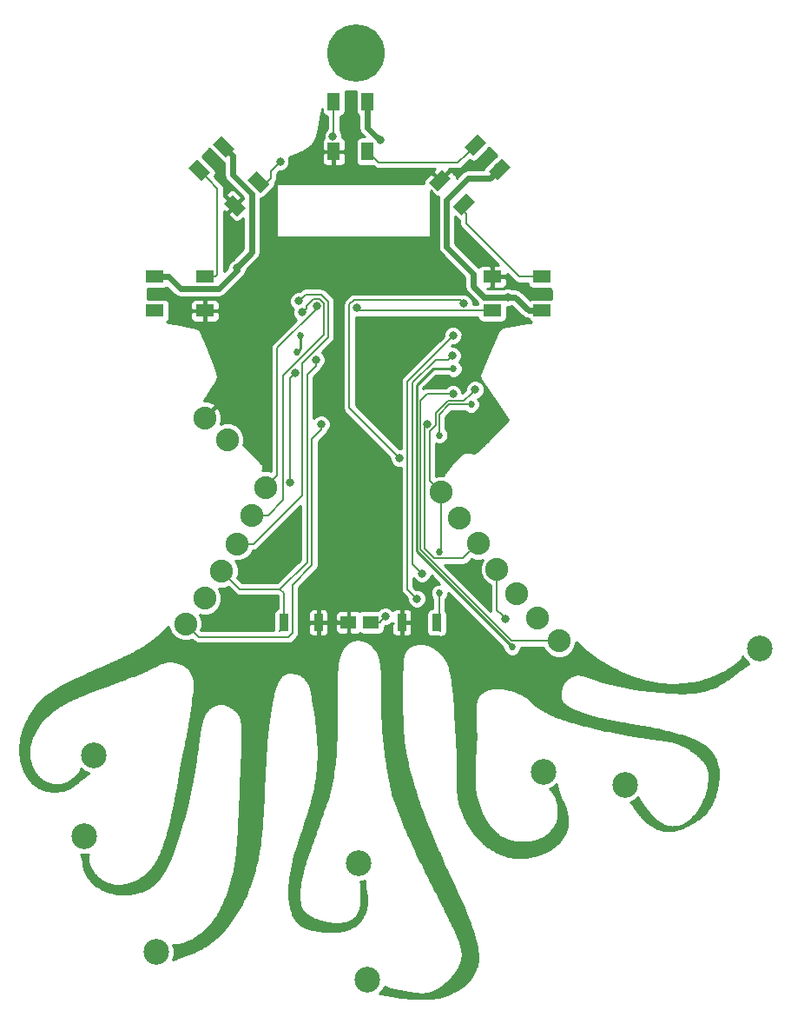
<source format=gtl>
G04 #@! TF.GenerationSoftware,KiCad,Pcbnew,no-vcs-found-d190aa4~59~ubuntu16.04.1*
G04 #@! TF.CreationDate,2017-09-23T21:20:39-06:00*
G04 #@! TF.ProjectId,001,3030312E6B696361645F706362000000,rev?*
G04 #@! TF.SameCoordinates,Original*
G04 #@! TF.FileFunction,Copper,L1,Top,Signal*
G04 #@! TF.FilePolarity,Positive*
%FSLAX46Y46*%
G04 Gerber Fmt 4.6, Leading zero omitted, Abs format (unit mm)*
G04 Created by KiCad (PCBNEW no-vcs-found-d190aa4~59~ubuntu16.04.1) date Sat Sep 23 21:20:39 2017*
%MOMM*%
%LPD*%
G01*
G04 APERTURE LIST*
%ADD10R,1.800000X1.200000*%
%ADD11C,1.200000*%
%ADD12C,0.100000*%
%ADD13R,1.200000X1.800000*%
%ADD14R,1.500000X1.300000*%
%ADD15C,2.235200*%
%ADD16C,2.500000*%
%ADD17C,5.600000*%
%ADD18R,0.900000X1.700000*%
%ADD19C,0.800000*%
%ADD20C,0.685800*%
%ADD21C,0.203200*%
%ADD22C,0.250000*%
%ADD23C,0.609600*%
%ADD24C,0.254000*%
G04 APERTURE END LIST*
D10*
X148711400Y-68100200D03*
X148711400Y-71402200D03*
X143834600Y-71402200D03*
X143834600Y-68100200D03*
D11*
X142206776Y-55261858D03*
D12*
G36*
X142418908Y-54201198D02*
X143267436Y-55049726D01*
X141994644Y-56322518D01*
X141146116Y-55473990D01*
X142418908Y-54201198D01*
X142418908Y-54201198D01*
G37*
D11*
X144541642Y-57596724D03*
D12*
G36*
X144753774Y-56536064D02*
X145602302Y-57384592D01*
X144329510Y-58657384D01*
X143480982Y-57808856D01*
X144753774Y-56536064D01*
X144753774Y-56536064D01*
G37*
D11*
X141093224Y-61045142D03*
D12*
G36*
X141305356Y-59984482D02*
X142153884Y-60833010D01*
X140881092Y-62105802D01*
X140032564Y-61257274D01*
X141305356Y-59984482D01*
X141305356Y-59984482D01*
G37*
D11*
X138758358Y-58710276D03*
D12*
G36*
X138970490Y-57649616D02*
X139819018Y-58498144D01*
X138546226Y-59770936D01*
X137697698Y-58922408D01*
X138970490Y-57649616D01*
X138970490Y-57649616D01*
G37*
D13*
X128381000Y-51036400D03*
X131683000Y-51036400D03*
X131683000Y-55913200D03*
X128381000Y-55913200D03*
D11*
X115288358Y-57739024D03*
D12*
G36*
X114227698Y-57526892D02*
X115076226Y-56678364D01*
X116349018Y-57951156D01*
X115500490Y-58799684D01*
X114227698Y-57526892D01*
X114227698Y-57526892D01*
G37*
D11*
X117623224Y-55404158D03*
D12*
G36*
X116562564Y-55192026D02*
X117411092Y-54343498D01*
X118683884Y-55616290D01*
X117835356Y-56464818D01*
X116562564Y-55192026D01*
X116562564Y-55192026D01*
G37*
D11*
X121071642Y-58852576D03*
D12*
G36*
X120010982Y-58640444D02*
X120859510Y-57791916D01*
X122132302Y-59064708D01*
X121283774Y-59913236D01*
X120010982Y-58640444D01*
X120010982Y-58640444D01*
G37*
D11*
X118736776Y-61187442D03*
D12*
G36*
X117676116Y-60975310D02*
X118524644Y-60126782D01*
X119797436Y-61399574D01*
X118948908Y-62248102D01*
X117676116Y-60975310D01*
X117676116Y-60975310D01*
G37*
D10*
X110946600Y-71407200D03*
X110946600Y-68105200D03*
X115823400Y-68105200D03*
X115823400Y-71407200D03*
D14*
X132026000Y-101755000D03*
X129826000Y-101755000D03*
D15*
X148228000Y-101326000D03*
X138859000Y-89085600D03*
X121757000Y-88613200D03*
X140647000Y-91600200D03*
X142470000Y-94084400D03*
X146258000Y-98976200D03*
X115813000Y-99438700D03*
X117464000Y-96802200D03*
X150358000Y-103566000D03*
X120390000Y-91371600D03*
X118973000Y-94119900D03*
X144304000Y-96571000D03*
X113923000Y-101902000D03*
D16*
X148803000Y-116330000D03*
X156783000Y-117574000D03*
X131698000Y-136543000D03*
X130830000Y-125204000D03*
X111084000Y-133881000D03*
X104083000Y-122619000D03*
X104988000Y-114740000D03*
X169887000Y-104333000D03*
D17*
X130515000Y-46327300D03*
D15*
X117988000Y-83956200D03*
X115798000Y-81836200D03*
D18*
X123496000Y-101781000D03*
X126896000Y-101781000D03*
X135038000Y-101775000D03*
X138438000Y-101775000D03*
D19*
X124645990Y-77500000D03*
X124129010Y-88100000D03*
D20*
X141950000Y-96075000D03*
X142125000Y-98175000D03*
X120225000Y-100875000D03*
X140450000Y-68900000D03*
X147300000Y-72400000D03*
X148800000Y-69700000D03*
X140975000Y-64400000D03*
X138775000Y-86000000D03*
X140725000Y-101225000D03*
X130700000Y-87500000D03*
X124800000Y-75475000D03*
X125175000Y-73800000D03*
X133300000Y-82950000D03*
X129700000Y-83075000D03*
X145775000Y-104175000D03*
X140075000Y-77075000D03*
D19*
X137482646Y-82442444D03*
D20*
X138675000Y-83525000D03*
X141775000Y-80550000D03*
D19*
X126625000Y-76200000D03*
X130654000Y-71135500D03*
X124986000Y-70477600D03*
X132594853Y-86801950D03*
X124754000Y-94434900D03*
X118475000Y-64188600D03*
X121747000Y-64412100D03*
X120599000Y-69812100D03*
X134818400Y-85793100D03*
X141030500Y-70685200D03*
D20*
X138675000Y-98900000D03*
X138700000Y-94925000D03*
D19*
X142175000Y-79100000D03*
X126710000Y-70964200D03*
X125335000Y-71577000D03*
X123150000Y-56867900D03*
X128309000Y-54416500D03*
X140000000Y-79500000D03*
X139935755Y-75764155D03*
X136975000Y-97000000D03*
X127175002Y-82450000D03*
X145150000Y-101425000D03*
X136475000Y-99450000D03*
X140000200Y-73835200D03*
X132900000Y-54800000D03*
X118972000Y-67254100D03*
X145335000Y-70076200D03*
X133407000Y-101186000D03*
D21*
X124245991Y-77899999D02*
X124645990Y-77500000D01*
X124129010Y-88100000D02*
X124129010Y-78016980D01*
X124129010Y-78016980D02*
X124245991Y-77899999D01*
X118973000Y-94119900D02*
X120553525Y-94119900D01*
X125300000Y-89373425D02*
X125300000Y-76500000D01*
X125300000Y-76500000D02*
X127834000Y-73966000D01*
X125642200Y-69821400D02*
X125385999Y-70077601D01*
X127834000Y-70486900D02*
X127168000Y-69821400D01*
X120553525Y-94119900D02*
X125300000Y-89373425D01*
X127834000Y-73966000D02*
X127834000Y-70486900D01*
X127168000Y-69821400D02*
X125642200Y-69821400D01*
X125385999Y-70077601D02*
X124986000Y-70477600D01*
X140650000Y-104025000D02*
X140800000Y-103875000D01*
D22*
X125142899Y-75132101D02*
X124800000Y-75475000D01*
X125175000Y-75100000D02*
X125142899Y-75132101D01*
X125175000Y-73800000D02*
X125175000Y-75100000D01*
X140075000Y-77075000D02*
X138050000Y-77075000D01*
X138050000Y-77075000D02*
X136449633Y-78675367D01*
X136449633Y-78675367D02*
X136449633Y-94849633D01*
X136449633Y-94849633D02*
X145432101Y-103832101D01*
X145432101Y-103832101D02*
X145775000Y-104175000D01*
D21*
X141775001Y-79499999D02*
X142175000Y-79100000D01*
X138319389Y-82530611D02*
X138319389Y-81377702D01*
X141080611Y-80194389D02*
X141775001Y-79499999D01*
X138319389Y-81377702D02*
X139502702Y-80194389D01*
X137741401Y-83108599D02*
X138319389Y-82530611D01*
X139502702Y-80194389D02*
X141080611Y-80194389D01*
X137741401Y-87968001D02*
X137741401Y-83108599D01*
X138859000Y-89085600D02*
X137741401Y-87968001D01*
X121757000Y-88613200D02*
X122875000Y-87495200D01*
X122875000Y-87495200D02*
X122875000Y-75034000D01*
X122875000Y-75034000D02*
X126710000Y-71199000D01*
X126710000Y-71199000D02*
X126710000Y-70964200D01*
X121970525Y-91371600D02*
X120390000Y-91371600D01*
X123475000Y-77703068D02*
X123475000Y-89867125D01*
X123475000Y-89867125D02*
X121970525Y-91371600D01*
X127415000Y-70666000D02*
X127415000Y-73763068D01*
X125335000Y-71577000D02*
X125734999Y-71177001D01*
X125734999Y-70934001D02*
X126410000Y-70259000D01*
X127008000Y-70259000D02*
X127415000Y-70666000D01*
X126410000Y-70259000D02*
X127008000Y-70259000D01*
X125734999Y-71177001D02*
X125734999Y-70934001D01*
X127415000Y-73763068D02*
X123475000Y-77703068D01*
X139650000Y-80550000D02*
X138675000Y-81525000D01*
X138675000Y-81525000D02*
X138675000Y-83525000D01*
X141775000Y-80550000D02*
X139650000Y-80550000D01*
X142470000Y-94084400D02*
X141009778Y-95544622D01*
X137265923Y-94602013D02*
X137265923Y-82659167D01*
X138208532Y-95544622D02*
X137265923Y-94602013D01*
X141009778Y-95544622D02*
X138208532Y-95544622D01*
X137265923Y-82659167D02*
X137482646Y-82442444D01*
X123146000Y-102581000D02*
X123525000Y-102202000D01*
X123525000Y-102202000D02*
X123525000Y-98921500D01*
X123525000Y-98921500D02*
X123146000Y-98542500D01*
X123146000Y-98542500D02*
X125775000Y-95913500D01*
X125775000Y-95913500D02*
X125775000Y-77615685D01*
X125775000Y-77615685D02*
X126625000Y-76765685D01*
X126625000Y-76765685D02*
X126625000Y-76200000D01*
X130921000Y-71402200D02*
X130654000Y-71135500D01*
X143834600Y-71402200D02*
X130921000Y-71402200D01*
X143835000Y-71402200D02*
X143834600Y-71402200D01*
X140720400Y-70375100D02*
X141030500Y-70685200D01*
X130358700Y-70375100D02*
X140720400Y-70375100D01*
X129919600Y-70814200D02*
X130358700Y-70375100D01*
X129919600Y-80894300D02*
X129919600Y-70814200D01*
X134818400Y-85793100D02*
X129919600Y-80894300D01*
X138675000Y-101538000D02*
X138438000Y-101775000D01*
X138675000Y-98900000D02*
X138675000Y-101538000D01*
X138859000Y-89085600D02*
X138859000Y-94766000D01*
X138859000Y-94766000D02*
X138700000Y-94925000D01*
X138788000Y-102575000D02*
X138788000Y-100975000D01*
X139225000Y-89451600D02*
X138859000Y-89085600D01*
X119204000Y-98542500D02*
X117464000Y-96802200D01*
X123146000Y-98542500D02*
X119204000Y-98542500D01*
X140720500Y-61417900D02*
X141275000Y-61972400D01*
X141275000Y-61972400D02*
X141275000Y-62907200D01*
X141275000Y-62907200D02*
X146468000Y-68100200D01*
X146468000Y-68100200D02*
X148711000Y-68100200D01*
X148711000Y-68100200D02*
X148711400Y-68100200D01*
X141093000Y-61045100D02*
X140720500Y-61417900D01*
X141093200Y-61045200D02*
X141093200Y-61045100D01*
X140720500Y-61417900D02*
X141093200Y-61045200D01*
X131683000Y-55913200D02*
X132737400Y-56967600D01*
X132737400Y-56967600D02*
X140501000Y-56967600D01*
X140501000Y-56967600D02*
X141354000Y-56114700D01*
X141354000Y-56114700D02*
X142206900Y-55262000D01*
X142206800Y-55261900D02*
X142206900Y-55262000D01*
X142206900Y-55262000D02*
X142207000Y-55261900D01*
X121444500Y-59225400D02*
X121459400Y-59240600D01*
X121459400Y-59240600D02*
X122221000Y-58479000D01*
X122221000Y-58479000D02*
X122221000Y-57797000D01*
X122221000Y-57797000D02*
X123150000Y-56867900D01*
X128381000Y-54344800D02*
X128381000Y-51036400D01*
X128309000Y-54416500D02*
X128381000Y-54344800D01*
X121072000Y-58852600D02*
X121444500Y-59225400D01*
X121444400Y-59225400D02*
X121071600Y-58852600D01*
X121444500Y-59225400D02*
X121444400Y-59225400D01*
X115823000Y-68105200D02*
X115823400Y-68105200D01*
X115288000Y-57739000D02*
X116071100Y-58521700D01*
X116071100Y-58521700D02*
X115288400Y-57739000D01*
X116071100Y-58521700D02*
X116169000Y-58619500D01*
X116878000Y-68105200D02*
X115823400Y-68105200D01*
X117050000Y-67933500D02*
X116878000Y-68105200D01*
X117050000Y-59500100D02*
X117050000Y-67933500D01*
X116169000Y-58619500D02*
X117050000Y-59500100D01*
X150358000Y-103566000D02*
X145727002Y-103566000D01*
X145727002Y-103566000D02*
X136828644Y-94667642D01*
X136828644Y-94667642D02*
X136828644Y-80146356D01*
X136828644Y-80146356D02*
X137475000Y-79500000D01*
X137475000Y-79500000D02*
X140000000Y-79500000D01*
X136975000Y-97000000D02*
X136070622Y-96095622D01*
X136070622Y-96095622D02*
X136070622Y-78404378D01*
X138310846Y-76164154D02*
X139535756Y-76164154D01*
X136070622Y-78404378D02*
X138310846Y-76164154D01*
X139535756Y-76164154D02*
X139935755Y-75764155D01*
X127175002Y-82450000D02*
X127175002Y-83015685D01*
X126275000Y-83915687D02*
X126275000Y-96200000D01*
X126275000Y-96200000D02*
X124375000Y-98100000D01*
X127175002Y-83015685D02*
X126275000Y-83915687D01*
X124375000Y-98100000D02*
X124375000Y-102800000D01*
X124375000Y-102800000D02*
X123975000Y-103200000D01*
X123975000Y-103200000D02*
X115221000Y-103200000D01*
X115221000Y-103200000D02*
X113923000Y-101902000D01*
X144304000Y-100579000D02*
X144750001Y-101025001D01*
X144304000Y-96571000D02*
X144304000Y-100579000D01*
X144750001Y-101025001D02*
X145150000Y-101425000D01*
X135545998Y-98520998D02*
X136075001Y-99050001D01*
X135545998Y-78289402D02*
X135545998Y-98520998D01*
X140000200Y-73835200D02*
X135545998Y-78289402D01*
X136075001Y-99050001D02*
X136475000Y-99450000D01*
D23*
X110946600Y-68105200D02*
X112255000Y-68105200D01*
X112255000Y-68105200D02*
X113424800Y-69275000D01*
X113424800Y-69275000D02*
X117150000Y-69275000D01*
X118925000Y-67500000D02*
X118925000Y-67206800D01*
X117150000Y-69275000D02*
X118925000Y-67500000D01*
X118085500Y-55866800D02*
X118548000Y-56329400D01*
X118548000Y-56329400D02*
X118548000Y-58179800D01*
X118548000Y-58179800D02*
X120400000Y-60031800D01*
X120400000Y-60031800D02*
X120400000Y-65731800D01*
X120400000Y-65731800D02*
X118925000Y-67206800D01*
X144079000Y-58059300D02*
X143616000Y-58521900D01*
X143616000Y-58521900D02*
X141503100Y-58521900D01*
X141503100Y-58521900D02*
X139400000Y-60625000D01*
X139400000Y-60625000D02*
X139400000Y-65225000D01*
X139400000Y-65225000D02*
X141975000Y-67800000D01*
X141975000Y-67800000D02*
X141975000Y-69025000D01*
X141975000Y-69025000D02*
X143026200Y-70076200D01*
X143026200Y-70076200D02*
X145335000Y-70076200D01*
X132500001Y-54400001D02*
X132900000Y-54800000D01*
X131683000Y-53583000D02*
X132500001Y-54400001D01*
X131683000Y-51036400D02*
X131683000Y-53583000D01*
X118925000Y-67206800D02*
X118972000Y-67254100D01*
X117623000Y-55404200D02*
X118085500Y-55866800D01*
X117623200Y-55404500D02*
X117623200Y-55404200D01*
X118085500Y-55866800D02*
X117623200Y-55404500D01*
X144079000Y-58059300D02*
X144541600Y-57596700D01*
X144079000Y-58059300D02*
X144542000Y-57596700D01*
X146077000Y-70076200D02*
X145335000Y-70076200D01*
X147403000Y-71402200D02*
X146077000Y-70076200D01*
X148711000Y-71402200D02*
X147403000Y-71402200D01*
X148711000Y-71402200D02*
X148711400Y-71402200D01*
D21*
X132931000Y-101662000D02*
X133407000Y-101186000D01*
X132931000Y-101755000D02*
X132931000Y-101662000D01*
X132026000Y-101755000D02*
X132931000Y-101755000D01*
D24*
G36*
X130545676Y-50136400D02*
X130545676Y-51936400D01*
X130586577Y-52142025D01*
X130703055Y-52316345D01*
X130851200Y-52415333D01*
X130851200Y-53583000D01*
X130908771Y-53872430D01*
X130914517Y-53901316D01*
X131094829Y-54171171D01*
X131399534Y-54475876D01*
X131083000Y-54475876D01*
X130877375Y-54516777D01*
X130703055Y-54633255D01*
X130586577Y-54807575D01*
X130545676Y-55013200D01*
X130545676Y-56813200D01*
X130586577Y-57018825D01*
X130703055Y-57193145D01*
X130877375Y-57309623D01*
X131083000Y-57350524D01*
X132231350Y-57350524D01*
X132292913Y-57412087D01*
X132496845Y-57548351D01*
X132737400Y-57596200D01*
X138278616Y-57596200D01*
X138106229Y-57768587D01*
X138106229Y-57954909D01*
X138758358Y-58607038D01*
X139622619Y-57742777D01*
X139622619Y-57596200D01*
X140501000Y-57596200D01*
X140622253Y-57572081D01*
X140741521Y-57548365D01*
X140741536Y-57548355D01*
X140741555Y-57548351D01*
X140844026Y-57479882D01*
X140945461Y-57412113D01*
X141638973Y-56718683D01*
X141789019Y-56818941D01*
X141994644Y-56859842D01*
X142200269Y-56818941D01*
X142374589Y-56702463D01*
X143531332Y-55545721D01*
X144257780Y-56272169D01*
X143101037Y-57428911D01*
X142984559Y-57603231D01*
X142967280Y-57690100D01*
X141503100Y-57690100D01*
X141184784Y-57753417D01*
X140914929Y-57933728D01*
X140346018Y-58502639D01*
X140346018Y-58393317D01*
X140265787Y-58199623D01*
X140117540Y-58051375D01*
X139912179Y-57846015D01*
X139725857Y-57846015D01*
X138861596Y-58710276D01*
X138875738Y-58724418D01*
X138772500Y-58827656D01*
X138758358Y-58813514D01*
X138744216Y-58827656D01*
X138640978Y-58724418D01*
X138655120Y-58710276D01*
X138002991Y-58058147D01*
X137816669Y-58058147D01*
X137250929Y-58623887D01*
X137170698Y-58817582D01*
X137170698Y-59006960D01*
X122925160Y-59006960D01*
X122922620Y-59007465D01*
X122920080Y-59006960D01*
X122871479Y-59016627D01*
X122830277Y-59044157D01*
X122802747Y-59085359D01*
X122793080Y-59133960D01*
X122793080Y-64112360D01*
X122802747Y-64160961D01*
X122830277Y-64202163D01*
X122871479Y-64229693D01*
X122920080Y-64239360D01*
X137702880Y-64239360D01*
X137751481Y-64229693D01*
X137792683Y-64202163D01*
X137820213Y-64160961D01*
X137829880Y-64112360D01*
X137829880Y-59741995D01*
X137894097Y-59677778D01*
X137894097Y-59864097D01*
X138099457Y-60069458D01*
X138247705Y-60217705D01*
X138441399Y-60297936D01*
X138637362Y-60297936D01*
X138631517Y-60306684D01*
X138568200Y-60625000D01*
X138568200Y-65225000D01*
X138628516Y-65528229D01*
X138631517Y-65543316D01*
X138811829Y-65813171D01*
X141143200Y-68144542D01*
X141143200Y-69025000D01*
X141201717Y-69319184D01*
X141206517Y-69343316D01*
X141386829Y-69613171D01*
X142426904Y-70653247D01*
X142402965Y-70773600D01*
X141957424Y-70773600D01*
X141957661Y-70501617D01*
X141816831Y-70160783D01*
X141556289Y-69899786D01*
X141215701Y-69758361D01*
X140846917Y-69758039D01*
X140824655Y-69767237D01*
X140720400Y-69746500D01*
X130358700Y-69746500D01*
X130127013Y-69792585D01*
X130118145Y-69794349D01*
X129914213Y-69930613D01*
X129475113Y-70369713D01*
X129338849Y-70573645D01*
X129291000Y-70814200D01*
X129291000Y-80894300D01*
X129338849Y-81134855D01*
X129475113Y-81338787D01*
X133891432Y-85755107D01*
X133891239Y-85976683D01*
X134032069Y-86317517D01*
X134292611Y-86578514D01*
X134633199Y-86719939D01*
X134917398Y-86720187D01*
X134917398Y-98520998D01*
X134965247Y-98761553D01*
X135101511Y-98965485D01*
X135548032Y-99412006D01*
X135547839Y-99633583D01*
X135688669Y-99974417D01*
X135949211Y-100235414D01*
X136289799Y-100376839D01*
X136658583Y-100377161D01*
X136999417Y-100236331D01*
X137260414Y-99975789D01*
X137401839Y-99635201D01*
X137402161Y-99266417D01*
X137261331Y-98925583D01*
X137000789Y-98664586D01*
X136660201Y-98523161D01*
X136436940Y-98522966D01*
X136174598Y-98260624D01*
X136174598Y-97490363D01*
X136188669Y-97524417D01*
X136449211Y-97785414D01*
X136789799Y-97926839D01*
X137158583Y-97927161D01*
X137499417Y-97786331D01*
X137760414Y-97525789D01*
X137890482Y-97212550D01*
X138708061Y-98030129D01*
X138502725Y-98029950D01*
X138182885Y-98162105D01*
X137937965Y-98406598D01*
X137805252Y-98726207D01*
X137804950Y-99072275D01*
X137937105Y-99392115D01*
X138046400Y-99501601D01*
X138046400Y-100387676D01*
X137988000Y-100387676D01*
X137782375Y-100428577D01*
X137608055Y-100545055D01*
X137491577Y-100719375D01*
X137450676Y-100925000D01*
X137450676Y-102625000D01*
X137491577Y-102830625D01*
X137608055Y-103004945D01*
X137782375Y-103121423D01*
X137988000Y-103162324D01*
X138580490Y-103162324D01*
X138788000Y-103203600D01*
X139028555Y-103155751D01*
X139074125Y-103125302D01*
X139093625Y-103121423D01*
X139267945Y-103004945D01*
X139384423Y-102830625D01*
X139425324Y-102625000D01*
X139425324Y-100925000D01*
X139384423Y-100719375D01*
X139303600Y-100598416D01*
X139303600Y-99501648D01*
X139412035Y-99393402D01*
X139544748Y-99073793D01*
X139544928Y-98866996D01*
X144905055Y-104227123D01*
X144904950Y-104347275D01*
X145037105Y-104667115D01*
X145281598Y-104912035D01*
X145601207Y-105044748D01*
X145947275Y-105045050D01*
X146267115Y-104912895D01*
X146512035Y-104668402D01*
X146644748Y-104348793D01*
X146644883Y-104194600D01*
X148838272Y-104194600D01*
X148962963Y-104496374D01*
X149425192Y-104959411D01*
X150029434Y-105210314D01*
X150683696Y-105210885D01*
X151288374Y-104961037D01*
X151751411Y-104498808D01*
X152002314Y-103894566D01*
X152002471Y-103714874D01*
X152013256Y-103724967D01*
X152017653Y-103727699D01*
X152020743Y-103731850D01*
X152370813Y-104048058D01*
X152375657Y-104050950D01*
X152379110Y-104055408D01*
X152720101Y-104351721D01*
X152725458Y-104354782D01*
X152729338Y-104359579D01*
X153061184Y-104635923D01*
X153067135Y-104639159D01*
X153071513Y-104644324D01*
X153394153Y-104900629D01*
X153400789Y-104904041D01*
X153405759Y-104909611D01*
X153719126Y-105145804D01*
X153726565Y-105149393D01*
X153732235Y-105155398D01*
X154036266Y-105371407D01*
X154044641Y-105375161D01*
X154051147Y-105381633D01*
X154345778Y-105577386D01*
X154355251Y-105581281D01*
X154362761Y-105588247D01*
X154647928Y-105763671D01*
X154656857Y-105766982D01*
X154664041Y-105773225D01*
X155076331Y-106008754D01*
X155083960Y-106011305D01*
X155090176Y-106016414D01*
X155502423Y-106237151D01*
X155510310Y-106239550D01*
X155516823Y-106244603D01*
X155928847Y-106450540D01*
X155936991Y-106452769D01*
X155943809Y-106457751D01*
X156355428Y-106648883D01*
X156363832Y-106650925D01*
X156370963Y-106655820D01*
X156781999Y-106832142D01*
X156790666Y-106833979D01*
X156798118Y-106838770D01*
X157208389Y-107000274D01*
X157217315Y-107001886D01*
X157225093Y-107006553D01*
X157634421Y-107153235D01*
X157643606Y-107154602D01*
X157651715Y-107159125D01*
X158059918Y-107290978D01*
X158069355Y-107292078D01*
X158077798Y-107296435D01*
X158484696Y-107413453D01*
X158494378Y-107414265D01*
X158503157Y-107418433D01*
X158908572Y-107520610D01*
X158918492Y-107521112D01*
X158927601Y-107525064D01*
X159331350Y-107612395D01*
X159341494Y-107612564D01*
X159350931Y-107616276D01*
X159752836Y-107688754D01*
X159763185Y-107688568D01*
X159772948Y-107692016D01*
X160172828Y-107749635D01*
X160183368Y-107749073D01*
X160193440Y-107752227D01*
X160591116Y-107794981D01*
X160601822Y-107794023D01*
X160612192Y-107796857D01*
X161007482Y-107824741D01*
X161018333Y-107823367D01*
X161028983Y-107825855D01*
X161421708Y-107838862D01*
X161432674Y-107837056D01*
X161443582Y-107839171D01*
X161833562Y-107837296D01*
X161844608Y-107835043D01*
X161855754Y-107836763D01*
X162242809Y-107819999D01*
X162253909Y-107817287D01*
X162265257Y-107818587D01*
X162649205Y-107786928D01*
X162660314Y-107783750D01*
X162671839Y-107784612D01*
X163052501Y-107738054D01*
X163063588Y-107734404D01*
X163075252Y-107734810D01*
X163452449Y-107673344D01*
X163463466Y-107669224D01*
X163475232Y-107669161D01*
X163848781Y-107592784D01*
X163859694Y-107588195D01*
X163871522Y-107587654D01*
X164241247Y-107496358D01*
X164252013Y-107491310D01*
X164263859Y-107490285D01*
X164629577Y-107384064D01*
X164640155Y-107378570D01*
X164651976Y-107377061D01*
X165013508Y-107255910D01*
X165023857Y-107249989D01*
X165035612Y-107247999D01*
X165392778Y-107111913D01*
X165402863Y-107105585D01*
X165414513Y-107103122D01*
X165767132Y-106952092D01*
X165776915Y-106945384D01*
X165788413Y-106942463D01*
X166136305Y-106776486D01*
X166145759Y-106769425D01*
X166157067Y-106766062D01*
X166500052Y-106585130D01*
X166509144Y-106577751D01*
X166520226Y-106573967D01*
X166858125Y-106378076D01*
X166866835Y-106370410D01*
X166877659Y-106366229D01*
X167210290Y-106155371D01*
X167215389Y-106150512D01*
X167221896Y-106147817D01*
X167294395Y-106099382D01*
X167296447Y-106097331D01*
X167299114Y-106096195D01*
X167367928Y-106049234D01*
X167370314Y-106046801D01*
X167373431Y-106045431D01*
X167438650Y-105999806D01*
X167441395Y-105996940D01*
X167445004Y-105995296D01*
X167506714Y-105950872D01*
X167509836Y-105947524D01*
X167513972Y-105945561D01*
X167572263Y-105902203D01*
X167575785Y-105898307D01*
X167580488Y-105895970D01*
X167635449Y-105853541D01*
X167639377Y-105849035D01*
X167644676Y-105846267D01*
X167696395Y-105804633D01*
X167700733Y-105799447D01*
X167706653Y-105796179D01*
X167755219Y-105755204D01*
X167759958Y-105749267D01*
X167766511Y-105745424D01*
X167812012Y-105704972D01*
X167817123Y-105698217D01*
X167824306Y-105693721D01*
X167866832Y-105653656D01*
X167872273Y-105646016D01*
X167880063Y-105640786D01*
X167919702Y-105600973D01*
X167925401Y-105592404D01*
X167933740Y-105586370D01*
X167970581Y-105546673D01*
X167976446Y-105537144D01*
X167985252Y-105530246D01*
X168019384Y-105490531D01*
X168025307Y-105480030D01*
X168034482Y-105472213D01*
X168065992Y-105432341D01*
X168071822Y-105420933D01*
X168081203Y-105412204D01*
X168110181Y-105372042D01*
X168115787Y-105359777D01*
X168125228Y-105350144D01*
X168151763Y-105309554D01*
X168156981Y-105296589D01*
X168166277Y-105286152D01*
X168190458Y-105245001D01*
X168195163Y-105231481D01*
X168204149Y-105220340D01*
X168226063Y-105178490D01*
X168230131Y-105164656D01*
X168238620Y-105153001D01*
X168258357Y-105110319D01*
X168261716Y-105096398D01*
X168269570Y-105084425D01*
X168272140Y-105078068D01*
X168379655Y-105338274D01*
X168831325Y-105790734D01*
X168823607Y-105794970D01*
X168820835Y-105797297D01*
X168817401Y-105798427D01*
X168757810Y-105832096D01*
X168755218Y-105834327D01*
X168751984Y-105835433D01*
X168691198Y-105870717D01*
X168688748Y-105872876D01*
X168685673Y-105873966D01*
X168623816Y-105910797D01*
X168621495Y-105912889D01*
X168618561Y-105913964D01*
X168555749Y-105952273D01*
X168553525Y-105954320D01*
X168550704Y-105955387D01*
X168487059Y-105995108D01*
X168484923Y-105997116D01*
X168482191Y-105998180D01*
X168417831Y-106039245D01*
X168415765Y-106041225D01*
X168413107Y-106042291D01*
X168348153Y-106084631D01*
X168346137Y-106086602D01*
X168343530Y-106087676D01*
X168278102Y-106131225D01*
X168276135Y-106133185D01*
X168273576Y-106134268D01*
X168207792Y-106178958D01*
X168205851Y-106180929D01*
X168203312Y-106182032D01*
X168137294Y-106227795D01*
X168135379Y-106229777D01*
X168132856Y-106230901D01*
X168066722Y-106277670D01*
X168064819Y-106279676D01*
X168062303Y-106280826D01*
X167996173Y-106328531D01*
X167994273Y-106330573D01*
X167991745Y-106331757D01*
X167925740Y-106380332D01*
X167923833Y-106382420D01*
X167921283Y-106383645D01*
X167855521Y-106433022D01*
X167853603Y-106435164D01*
X167851027Y-106436432D01*
X167785629Y-106486544D01*
X167783693Y-106488748D01*
X167781071Y-106490072D01*
X167716157Y-106540851D01*
X167715940Y-106541103D01*
X167715642Y-106541254D01*
X167513956Y-106699389D01*
X167318325Y-106849878D01*
X167126801Y-106993791D01*
X166938716Y-107131203D01*
X166753567Y-107262074D01*
X166570828Y-107386396D01*
X166389911Y-107504216D01*
X166210170Y-107615622D01*
X166031132Y-107720600D01*
X165852054Y-107819303D01*
X165672357Y-107911781D01*
X165491332Y-107998150D01*
X165308221Y-108078530D01*
X165122336Y-108152988D01*
X164932858Y-108221626D01*
X164739023Y-108284492D01*
X164540043Y-108341619D01*
X164335048Y-108393032D01*
X164123340Y-108438687D01*
X163904083Y-108478550D01*
X163676597Y-108512540D01*
X163440129Y-108540577D01*
X163193930Y-108562568D01*
X162937425Y-108578397D01*
X162669929Y-108587962D01*
X162390809Y-108591153D01*
X162099517Y-108587867D01*
X161795366Y-108578002D01*
X161477908Y-108561469D01*
X161146559Y-108538181D01*
X160798200Y-108507839D01*
X160544005Y-108483849D01*
X160543628Y-108483888D01*
X160543263Y-108483779D01*
X160305322Y-108461633D01*
X160304957Y-108461671D01*
X160304602Y-108461566D01*
X160084145Y-108441326D01*
X160083793Y-108441363D01*
X160083454Y-108441263D01*
X159879528Y-108422788D01*
X159879205Y-108422822D01*
X159878894Y-108422731D01*
X159690545Y-108405877D01*
X159690259Y-108405908D01*
X159689983Y-108405827D01*
X159516261Y-108390453D01*
X159516029Y-108390478D01*
X159515805Y-108390413D01*
X159355758Y-108376377D01*
X159355602Y-108376394D01*
X159355454Y-108376351D01*
X159208124Y-108363509D01*
X159208069Y-108363515D01*
X159208014Y-108363499D01*
X159072452Y-108351709D01*
X159072451Y-108351709D01*
X158948303Y-108340882D01*
X158948302Y-108340882D01*
X158833533Y-108330780D01*
X158728905Y-108321415D01*
X158632644Y-108312573D01*
X158543870Y-108304124D01*
X158461531Y-108295921D01*
X158385378Y-108287903D01*
X158313902Y-108279883D01*
X158246223Y-108271743D01*
X158181276Y-108263338D01*
X158117797Y-108254498D01*
X158054954Y-108245103D01*
X157991189Y-108234921D01*
X157925440Y-108223782D01*
X157856711Y-108211525D01*
X157783833Y-108197953D01*
X157705810Y-108182902D01*
X157621884Y-108166255D01*
X157530528Y-108147746D01*
X157432284Y-108127528D01*
X157324409Y-108105089D01*
X157207086Y-108080517D01*
X157206998Y-108080516D01*
X157206918Y-108080482D01*
X157126551Y-108063675D01*
X157126214Y-108063672D01*
X157125904Y-108063540D01*
X157041040Y-108045894D01*
X157040826Y-108045892D01*
X157040632Y-108045810D01*
X156951618Y-108027368D01*
X156951513Y-108027367D01*
X156951416Y-108027326D01*
X156858600Y-108008131D01*
X156858590Y-108008131D01*
X156858581Y-108008127D01*
X156762311Y-107988221D01*
X156663362Y-107967736D01*
X156663361Y-107967736D01*
X156561226Y-107946537D01*
X156457528Y-107924934D01*
X156351048Y-107902642D01*
X156243758Y-107880044D01*
X156135385Y-107857054D01*
X156025109Y-107833469D01*
X155915078Y-107809714D01*
X155804688Y-107785629D01*
X155694783Y-107761367D01*
X155585074Y-107736833D01*
X155475895Y-107712064D01*
X155368689Y-107687355D01*
X155262604Y-107662476D01*
X155159023Y-107637715D01*
X155057662Y-107612970D01*
X154959165Y-107588361D01*
X154863727Y-107563898D01*
X154772027Y-107539718D01*
X154684400Y-107515874D01*
X154601462Y-107492501D01*
X154523420Y-107469627D01*
X154451111Y-107447475D01*
X154384960Y-107426163D01*
X154325826Y-107405984D01*
X154270584Y-107385834D01*
X154222547Y-107367682D01*
X154222142Y-107367615D01*
X154221795Y-107367399D01*
X154173604Y-107349266D01*
X154173163Y-107349193D01*
X154172780Y-107348956D01*
X154127381Y-107331953D01*
X154126910Y-107331876D01*
X154126505Y-107331626D01*
X154083702Y-107315674D01*
X154083189Y-107315591D01*
X154082745Y-107315318D01*
X154042337Y-107300340D01*
X154041798Y-107300254D01*
X154041331Y-107299968D01*
X154003116Y-107285884D01*
X154002541Y-107285793D01*
X154002044Y-107285490D01*
X153965826Y-107272223D01*
X153965232Y-107272130D01*
X153964717Y-107271818D01*
X153930293Y-107259288D01*
X153929683Y-107259194D01*
X153929153Y-107258874D01*
X153896325Y-107247003D01*
X153895697Y-107246908D01*
X153895155Y-107246582D01*
X153863722Y-107235292D01*
X153863101Y-107235199D01*
X153862559Y-107234875D01*
X153832323Y-107224088D01*
X153831721Y-107223999D01*
X153831200Y-107223689D01*
X153801959Y-107213325D01*
X153801382Y-107213241D01*
X153800879Y-107212943D01*
X153772435Y-107202925D01*
X153771905Y-107202849D01*
X153771442Y-107202576D01*
X153743593Y-107192825D01*
X153743119Y-107192758D01*
X153742709Y-107192517D01*
X153715258Y-107182955D01*
X153714860Y-107182899D01*
X153714513Y-107182696D01*
X153687259Y-107173244D01*
X153686955Y-107173202D01*
X153686692Y-107173048D01*
X153659436Y-107163627D01*
X153659207Y-107163596D01*
X153659007Y-107163479D01*
X153631547Y-107154012D01*
X153631429Y-107153996D01*
X153631326Y-107153936D01*
X153603464Y-107144343D01*
X153603424Y-107144338D01*
X153603385Y-107144315D01*
X153575028Y-107134557D01*
X153575026Y-107134556D01*
X153545760Y-107124478D01*
X153545761Y-107124478D01*
X153515733Y-107114123D01*
X153485137Y-107103548D01*
X153452265Y-107092153D01*
X153452266Y-107092153D01*
X153418377Y-107080365D01*
X153383126Y-107068057D01*
X153345446Y-107054847D01*
X153305379Y-107040742D01*
X153305380Y-107040742D01*
X153263724Y-107026014D01*
X153218838Y-107010077D01*
X153170950Y-106993002D01*
X153169670Y-106992814D01*
X153168556Y-106992154D01*
X153109786Y-106971490D01*
X153106544Y-106971027D01*
X153103706Y-106969390D01*
X153046321Y-106949929D01*
X153042621Y-106949443D01*
X153039368Y-106947621D01*
X152983309Y-106929400D01*
X152979117Y-106928903D01*
X152975404Y-106926893D01*
X152920618Y-106909952D01*
X152915908Y-106909463D01*
X152911709Y-106907276D01*
X152858136Y-106891652D01*
X152852867Y-106891190D01*
X152848132Y-106888832D01*
X152795717Y-106874565D01*
X152789875Y-106874159D01*
X152784580Y-106871652D01*
X152733268Y-106858779D01*
X152726807Y-106858459D01*
X152720903Y-106855822D01*
X152670635Y-106844382D01*
X152663543Y-106844187D01*
X152656994Y-106841450D01*
X152607716Y-106831482D01*
X152599972Y-106831457D01*
X152592751Y-106828660D01*
X152544405Y-106820202D01*
X152536005Y-106820397D01*
X152528088Y-106817588D01*
X152480619Y-106810678D01*
X152471557Y-106811148D01*
X152462916Y-106808380D01*
X152416266Y-106803057D01*
X152406565Y-106803861D01*
X152397203Y-106801202D01*
X152351317Y-106797504D01*
X152341001Y-106798705D01*
X152330916Y-106796223D01*
X152285736Y-106794189D01*
X152274862Y-106795848D01*
X152264088Y-106793621D01*
X152219560Y-106793289D01*
X152208193Y-106795462D01*
X152196776Y-106793569D01*
X152152842Y-106794977D01*
X152141057Y-106797716D01*
X152129051Y-106796232D01*
X152085654Y-106799420D01*
X152073576Y-106802759D01*
X152061085Y-106801754D01*
X152018171Y-106806759D01*
X152005912Y-106810719D01*
X151993034Y-106810252D01*
X151950544Y-106817113D01*
X151938228Y-106821699D01*
X151925088Y-106821812D01*
X151882967Y-106830568D01*
X151870749Y-106835753D01*
X151857495Y-106836468D01*
X151815685Y-106847156D01*
X151803683Y-106852904D01*
X151790441Y-106854224D01*
X151748889Y-106866883D01*
X151737225Y-106873136D01*
X151724128Y-106875042D01*
X151682775Y-106889712D01*
X151671584Y-106896379D01*
X151658791Y-106898826D01*
X151617581Y-106915543D01*
X151606936Y-106922544D01*
X151594536Y-106925480D01*
X151553413Y-106944284D01*
X151543390Y-106951519D01*
X151531489Y-106954873D01*
X151490396Y-106975802D01*
X151481042Y-106983174D01*
X151469718Y-106986868D01*
X151428599Y-107009962D01*
X151419948Y-107017368D01*
X151409266Y-107021319D01*
X151368064Y-107046613D01*
X151360105Y-107053982D01*
X151350078Y-107058118D01*
X151308738Y-107085653D01*
X151301475Y-107092894D01*
X151292138Y-107097134D01*
X151250603Y-107126947D01*
X151244006Y-107134001D01*
X151235348Y-107138282D01*
X151193561Y-107170413D01*
X151186600Y-107178367D01*
X151177301Y-107183389D01*
X151133602Y-107219570D01*
X151126027Y-107228882D01*
X151115708Y-107235014D01*
X151074543Y-107272041D01*
X151067363Y-107281646D01*
X151057314Y-107288188D01*
X151018600Y-107325988D01*
X151011845Y-107335841D01*
X151002108Y-107342761D01*
X150965764Y-107381263D01*
X150959475Y-107391289D01*
X150950112Y-107398530D01*
X150916055Y-107437661D01*
X150910249Y-107447806D01*
X150901292Y-107455322D01*
X150869442Y-107495010D01*
X150864142Y-107505192D01*
X150855641Y-107512913D01*
X150825913Y-107553083D01*
X150821111Y-107563264D01*
X150813075Y-107571146D01*
X150785389Y-107611729D01*
X150781092Y-107621827D01*
X150773551Y-107629799D01*
X150747824Y-107670719D01*
X150744018Y-107680683D01*
X150736975Y-107688693D01*
X150713126Y-107729881D01*
X150709796Y-107739651D01*
X150703255Y-107747641D01*
X150681202Y-107789021D01*
X150678322Y-107798558D01*
X150672278Y-107806475D01*
X150651938Y-107847977D01*
X150649486Y-107857220D01*
X150643935Y-107865005D01*
X150625227Y-107906555D01*
X150623170Y-107915474D01*
X150618091Y-107923089D01*
X150600932Y-107964615D01*
X150599233Y-107973197D01*
X150594596Y-107980619D01*
X150578906Y-108022048D01*
X150577537Y-108030234D01*
X150573343Y-108037391D01*
X150559038Y-108078650D01*
X150557960Y-108086444D01*
X150554166Y-108093336D01*
X150541166Y-108134354D01*
X150540349Y-108141715D01*
X150536942Y-108148290D01*
X150525163Y-108188995D01*
X150524571Y-108195911D01*
X150521524Y-108202150D01*
X150510884Y-108242467D01*
X150510484Y-108248951D01*
X150507763Y-108254848D01*
X150498182Y-108294706D01*
X150497944Y-108300714D01*
X150495538Y-108306224D01*
X150486933Y-108345550D01*
X150486828Y-108351076D01*
X150484711Y-108356182D01*
X150476999Y-108394904D01*
X150476998Y-108399959D01*
X150475144Y-108404658D01*
X150468245Y-108442704D01*
X150468322Y-108447235D01*
X150466723Y-108451479D01*
X150460553Y-108488775D01*
X150460684Y-108492805D01*
X150459315Y-108496595D01*
X150453794Y-108533068D01*
X150453954Y-108536538D01*
X150452812Y-108539821D01*
X150447856Y-108575401D01*
X150448025Y-108578318D01*
X150447094Y-108581084D01*
X150442623Y-108615696D01*
X150442779Y-108617990D01*
X150442062Y-108620175D01*
X150437992Y-108653749D01*
X150438118Y-108655406D01*
X150437608Y-108656990D01*
X150433859Y-108689451D01*
X150433935Y-108690387D01*
X150433650Y-108691284D01*
X150430139Y-108722560D01*
X150430151Y-108722703D01*
X150430108Y-108722839D01*
X150426753Y-108752858D01*
X150427810Y-108765256D01*
X150424549Y-108777264D01*
X150421028Y-108828340D01*
X150424301Y-108853865D01*
X150419770Y-108879197D01*
X150420731Y-108928805D01*
X150426289Y-108954168D01*
X150424007Y-108980033D01*
X150429247Y-109028199D01*
X150436978Y-109052779D01*
X150436986Y-109078546D01*
X150446301Y-109125297D01*
X150455943Y-109148555D01*
X150458121Y-109173638D01*
X150471309Y-109218997D01*
X150482477Y-109240486D01*
X150486564Y-109264357D01*
X150503421Y-109308351D01*
X150515679Y-109327805D01*
X150521330Y-109350093D01*
X150541652Y-109392745D01*
X150554547Y-109410029D01*
X150561373Y-109430481D01*
X150584957Y-109471819D01*
X150598097Y-109486958D01*
X150605731Y-109505494D01*
X150632375Y-109545543D01*
X150645417Y-109558637D01*
X150653521Y-109575248D01*
X150683020Y-109614032D01*
X150695708Y-109625255D01*
X150704006Y-109640027D01*
X150736158Y-109677572D01*
X150748314Y-109687129D01*
X150756591Y-109700196D01*
X150791192Y-109736527D01*
X150802693Y-109744624D01*
X150810782Y-109756132D01*
X150847627Y-109791275D01*
X150858413Y-109798119D01*
X150866210Y-109808242D01*
X150905098Y-109842222D01*
X150915139Y-109847995D01*
X150922561Y-109856882D01*
X150963288Y-109889724D01*
X150972573Y-109894585D01*
X150979575Y-109902384D01*
X151021937Y-109934114D01*
X151030494Y-109938211D01*
X151037059Y-109945064D01*
X151080853Y-109975706D01*
X151088696Y-109979154D01*
X151094799Y-109985163D01*
X151139823Y-110014746D01*
X151147003Y-110017655D01*
X151152664Y-110022942D01*
X151198712Y-110051486D01*
X151205241Y-110053933D01*
X151210450Y-110058571D01*
X151257320Y-110086105D01*
X151263251Y-110088168D01*
X151268028Y-110092242D01*
X151315517Y-110118790D01*
X151320873Y-110120526D01*
X151325226Y-110124096D01*
X151373130Y-110149683D01*
X151377932Y-110151138D01*
X151381865Y-110154253D01*
X151429981Y-110178906D01*
X151434269Y-110180126D01*
X151437809Y-110182843D01*
X151485934Y-110206585D01*
X151489708Y-110207597D01*
X151492837Y-110209933D01*
X151540768Y-110232792D01*
X151544054Y-110233626D01*
X151546795Y-110235624D01*
X151594327Y-110257623D01*
X151597125Y-110258299D01*
X151599465Y-110259970D01*
X151646395Y-110281136D01*
X151648696Y-110281668D01*
X151650629Y-110283025D01*
X151696755Y-110303383D01*
X151698566Y-110303787D01*
X151700090Y-110304842D01*
X151745208Y-110324416D01*
X151746490Y-110324693D01*
X151747570Y-110325434D01*
X151791476Y-110344250D01*
X151792196Y-110344402D01*
X151792807Y-110344819D01*
X151835299Y-110362903D01*
X151836139Y-110363078D01*
X151836846Y-110363558D01*
X151861014Y-110373761D01*
X151862175Y-110374000D01*
X151863158Y-110374661D01*
X151889803Y-110385783D01*
X151890788Y-110385982D01*
X151891623Y-110386539D01*
X151920621Y-110398527D01*
X151921483Y-110398698D01*
X151922218Y-110399185D01*
X151953448Y-110411986D01*
X151954217Y-110412136D01*
X151954871Y-110412567D01*
X151988208Y-110426128D01*
X151988913Y-110426264D01*
X151989516Y-110426659D01*
X152024836Y-110440926D01*
X152025483Y-110441049D01*
X152026034Y-110441408D01*
X152063214Y-110456330D01*
X152063830Y-110456445D01*
X152064359Y-110456789D01*
X152103278Y-110472312D01*
X152103872Y-110472422D01*
X152104376Y-110472748D01*
X152144909Y-110488820D01*
X152145483Y-110488925D01*
X152145971Y-110489239D01*
X152187994Y-110505805D01*
X152188556Y-110505907D01*
X152189037Y-110506215D01*
X152232429Y-110523223D01*
X152232987Y-110523323D01*
X152233467Y-110523629D01*
X152278105Y-110541026D01*
X152278662Y-110541125D01*
X152279136Y-110541426D01*
X152324895Y-110559159D01*
X152325451Y-110559256D01*
X152325928Y-110559558D01*
X152372685Y-110577575D01*
X152373257Y-110577674D01*
X152373749Y-110577984D01*
X152421384Y-110596231D01*
X152421963Y-110596330D01*
X152422460Y-110596642D01*
X152470846Y-110615066D01*
X152471448Y-110615168D01*
X152471964Y-110615490D01*
X152520981Y-110634038D01*
X152521595Y-110634140D01*
X152522122Y-110634468D01*
X152571645Y-110653089D01*
X152572283Y-110653194D01*
X152572831Y-110653533D01*
X152622737Y-110672172D01*
X152623415Y-110672282D01*
X152623998Y-110672641D01*
X152674163Y-110691244D01*
X152674860Y-110691356D01*
X152675462Y-110691724D01*
X152725766Y-110710241D01*
X152726509Y-110710358D01*
X152727150Y-110710748D01*
X152777467Y-110729124D01*
X152778255Y-110729246D01*
X152778938Y-110729659D01*
X152829146Y-110747841D01*
X152829978Y-110747968D01*
X152830703Y-110748403D01*
X152880678Y-110766338D01*
X152881575Y-110766472D01*
X152882355Y-110766937D01*
X152931976Y-110784573D01*
X152932926Y-110784712D01*
X152933754Y-110785202D01*
X152982896Y-110802487D01*
X152983934Y-110802635D01*
X152984838Y-110803166D01*
X153033378Y-110820045D01*
X153034505Y-110820202D01*
X153035490Y-110820775D01*
X153083306Y-110837195D01*
X153084520Y-110837359D01*
X153085581Y-110837971D01*
X153132549Y-110853881D01*
X153133895Y-110854057D01*
X153135074Y-110854730D01*
X153181071Y-110870075D01*
X153182544Y-110870261D01*
X153183839Y-110870991D01*
X153228741Y-110885719D01*
X153231768Y-110886086D01*
X153234439Y-110887555D01*
X153285780Y-110903807D01*
X153289526Y-110904222D01*
X153292852Y-110905996D01*
X153350423Y-110923411D01*
X153353481Y-110923710D01*
X153356204Y-110925126D01*
X153419787Y-110943636D01*
X153422346Y-110943859D01*
X153424638Y-110945026D01*
X153494010Y-110964565D01*
X153496212Y-110964737D01*
X153498188Y-110965725D01*
X153573129Y-110986226D01*
X153575064Y-110986363D01*
X153576802Y-110987217D01*
X153657091Y-111008613D01*
X153658820Y-111008724D01*
X153660382Y-111009480D01*
X153745801Y-111031704D01*
X153747374Y-111031796D01*
X153748799Y-111032476D01*
X153839123Y-111055460D01*
X153840569Y-111055536D01*
X153841879Y-111056154D01*
X153936891Y-111079833D01*
X153938245Y-111079898D01*
X153939473Y-111080470D01*
X154038951Y-111104776D01*
X154040227Y-111104831D01*
X154041386Y-111105365D01*
X154145112Y-111130232D01*
X154146328Y-111130279D01*
X154147438Y-111130785D01*
X154255188Y-111156144D01*
X154256361Y-111156185D01*
X154257433Y-111156668D01*
X154368988Y-111182454D01*
X154370123Y-111182489D01*
X154371159Y-111182951D01*
X154486301Y-111209098D01*
X154487414Y-111209128D01*
X154488433Y-111209578D01*
X154606937Y-111236017D01*
X154608032Y-111236042D01*
X154609040Y-111236483D01*
X154730688Y-111263147D01*
X154731774Y-111263168D01*
X154732767Y-111263598D01*
X154857339Y-111290422D01*
X154858422Y-111290439D01*
X154859416Y-111290865D01*
X154986690Y-111317781D01*
X154987774Y-111317794D01*
X154988774Y-111318218D01*
X155118530Y-111345159D01*
X155119623Y-111345168D01*
X155120631Y-111345591D01*
X155252648Y-111372490D01*
X155253751Y-111372495D01*
X155254772Y-111372919D01*
X155388832Y-111399710D01*
X155389956Y-111399711D01*
X155390995Y-111400138D01*
X155526874Y-111426753D01*
X155528021Y-111426750D01*
X155529083Y-111427181D01*
X155666563Y-111453553D01*
X155667731Y-111453545D01*
X155668819Y-111453982D01*
X155807678Y-111480046D01*
X155808886Y-111480033D01*
X155810007Y-111480478D01*
X155950025Y-111506165D01*
X155951267Y-111506146D01*
X155952424Y-111506600D01*
X156093382Y-111531844D01*
X156094671Y-111531819D01*
X156095869Y-111532283D01*
X156237544Y-111557017D01*
X156238875Y-111556986D01*
X156240118Y-111557460D01*
X156382290Y-111581617D01*
X156383676Y-111581578D01*
X156384975Y-111582067D01*
X156527425Y-111605580D01*
X156528871Y-111605533D01*
X156530229Y-111606036D01*
X156672736Y-111628838D01*
X156674249Y-111628781D01*
X156675669Y-111629299D01*
X156818011Y-111651324D01*
X156818216Y-111651315D01*
X156818408Y-111651385D01*
X157061768Y-111688867D01*
X157310409Y-111728184D01*
X157563976Y-111769358D01*
X157822599Y-111812500D01*
X158085222Y-111857526D01*
X158351145Y-111904407D01*
X158619772Y-111953135D01*
X158890540Y-112003707D01*
X159163045Y-112056151D01*
X159436286Y-112110382D01*
X159709555Y-112166368D01*
X159982251Y-112224093D01*
X160253870Y-112283571D01*
X160523710Y-112344764D01*
X160791066Y-112407638D01*
X161055158Y-112472137D01*
X161315575Y-112538290D01*
X161571277Y-112605970D01*
X161822049Y-112675256D01*
X162066631Y-112745946D01*
X162304762Y-112818105D01*
X162535524Y-112891608D01*
X162758190Y-112966372D01*
X162972003Y-113042291D01*
X163176265Y-113119262D01*
X163370087Y-113197093D01*
X163552641Y-113275575D01*
X163723102Y-113354454D01*
X163880496Y-113433346D01*
X164023888Y-113511778D01*
X164153411Y-113589782D01*
X164328380Y-113705939D01*
X164492424Y-113825333D01*
X164645180Y-113947385D01*
X164786993Y-114071998D01*
X164918236Y-114199108D01*
X165039296Y-114328689D01*
X165150549Y-114460737D01*
X165252423Y-114595356D01*
X165345261Y-114732605D01*
X165429454Y-114872680D01*
X165505297Y-115015710D01*
X165573083Y-115161919D01*
X165633060Y-115311531D01*
X165685401Y-115464714D01*
X165730265Y-115621688D01*
X165767760Y-115782620D01*
X165797961Y-115947633D01*
X165820927Y-116116849D01*
X165836694Y-116290327D01*
X165845299Y-116468155D01*
X165846764Y-116650249D01*
X165841127Y-116836641D01*
X165828424Y-117027317D01*
X165808712Y-117222122D01*
X165782045Y-117421049D01*
X165748501Y-117623953D01*
X165708148Y-117830827D01*
X165661120Y-118041379D01*
X165607470Y-118255728D01*
X165547360Y-118473577D01*
X165481326Y-118693452D01*
X165433698Y-118838044D01*
X165383348Y-118975941D01*
X165329941Y-119108676D01*
X165273548Y-119236514D01*
X165214262Y-119359646D01*
X165152143Y-119478313D01*
X165087259Y-119592726D01*
X165019619Y-119703169D01*
X164949287Y-119809813D01*
X164876287Y-119912879D01*
X164800621Y-120012595D01*
X164722328Y-120109128D01*
X164641420Y-120202664D01*
X164557861Y-120293430D01*
X164471699Y-120381551D01*
X164382954Y-120467171D01*
X164291628Y-120550457D01*
X164197712Y-120631564D01*
X164101303Y-120710567D01*
X164002357Y-120787651D01*
X163900932Y-120862917D01*
X163797088Y-120936468D01*
X163690943Y-121008373D01*
X163582432Y-121078829D01*
X163471669Y-121147907D01*
X163358697Y-121215736D01*
X163243693Y-121282362D01*
X163126611Y-121347972D01*
X163007662Y-121412608D01*
X162886745Y-121476485D01*
X162766292Y-121538510D01*
X162631140Y-121605125D01*
X162497679Y-121666563D01*
X162364135Y-121723559D01*
X162230485Y-121775978D01*
X162096919Y-121823609D01*
X161963466Y-121866309D01*
X161830134Y-121903944D01*
X161697073Y-121936345D01*
X161564245Y-121963396D01*
X161431682Y-121984968D01*
X161299396Y-122000934D01*
X161167313Y-122011171D01*
X161035386Y-122015547D01*
X160903538Y-122013922D01*
X160771668Y-122006138D01*
X160639577Y-121992010D01*
X160507176Y-121971339D01*
X160374288Y-121943888D01*
X160240717Y-121909381D01*
X160106331Y-121867527D01*
X159970956Y-121817991D01*
X159834487Y-121760426D01*
X159696787Y-121694448D01*
X159557794Y-121619672D01*
X159417451Y-121535700D01*
X159275751Y-121442137D01*
X159132693Y-121338585D01*
X158988285Y-121224634D01*
X158842651Y-121099963D01*
X158695775Y-120964131D01*
X158547895Y-120816933D01*
X158504299Y-120770346D01*
X158457549Y-120717205D01*
X158407808Y-120657722D01*
X158355705Y-120592784D01*
X158301414Y-120522825D01*
X158245240Y-120448506D01*
X158187495Y-120370565D01*
X158128105Y-120289252D01*
X158067657Y-120205746D01*
X158005698Y-120119823D01*
X158005591Y-120119724D01*
X158005532Y-120119594D01*
X157942897Y-120032823D01*
X157942302Y-120032270D01*
X157941963Y-120031533D01*
X157878894Y-119944667D01*
X157877804Y-119943659D01*
X157877175Y-119942311D01*
X157813701Y-119855811D01*
X157812100Y-119854345D01*
X157811167Y-119852384D01*
X157747318Y-119766706D01*
X157745168Y-119764767D01*
X157743899Y-119762165D01*
X157679704Y-119677770D01*
X157676963Y-119675346D01*
X157675318Y-119672078D01*
X157610809Y-119589428D01*
X157607402Y-119586490D01*
X157605319Y-119582505D01*
X157540523Y-119502058D01*
X157536373Y-119498588D01*
X157533778Y-119493839D01*
X157468727Y-119416054D01*
X157463707Y-119412012D01*
X157460493Y-119406425D01*
X157395214Y-119331763D01*
X157389191Y-119327127D01*
X157385229Y-119320636D01*
X157336687Y-119267937D01*
X157788274Y-119081345D01*
X158062858Y-118807240D01*
X158065335Y-118817923D01*
X158101385Y-118897758D01*
X158108171Y-118907254D01*
X158111258Y-118918511D01*
X158152719Y-119001362D01*
X158158782Y-119009169D01*
X158161717Y-119018612D01*
X158208153Y-119104078D01*
X158213576Y-119110595D01*
X158216326Y-119118616D01*
X158267303Y-119206300D01*
X158272171Y-119211817D01*
X158274732Y-119218719D01*
X158329815Y-119308223D01*
X158334211Y-119312960D01*
X158336591Y-119318966D01*
X158395346Y-119409890D01*
X158399335Y-119414004D01*
X158401550Y-119419288D01*
X158463542Y-119511234D01*
X158467185Y-119514847D01*
X158469252Y-119519546D01*
X158534045Y-119612114D01*
X158537400Y-119615327D01*
X158539337Y-119619548D01*
X158606498Y-119712341D01*
X158609605Y-119715224D01*
X158611427Y-119719048D01*
X158680519Y-119811665D01*
X158683422Y-119814281D01*
X158685150Y-119817788D01*
X158755740Y-119909832D01*
X158758475Y-119912232D01*
X158760123Y-119915474D01*
X158831775Y-120006545D01*
X158834374Y-120008769D01*
X158835960Y-120011801D01*
X158908240Y-120101501D01*
X158910732Y-120103584D01*
X158912269Y-120106445D01*
X158984741Y-120194376D01*
X158987161Y-120196354D01*
X158988670Y-120199092D01*
X159060900Y-120284853D01*
X159063279Y-120286755D01*
X159064776Y-120289407D01*
X159136329Y-120372601D01*
X159138691Y-120374450D01*
X159140192Y-120377046D01*
X159210633Y-120457275D01*
X159213026Y-120459109D01*
X159214562Y-120461704D01*
X159283457Y-120538567D01*
X159285914Y-120540410D01*
X159287506Y-120543037D01*
X159354420Y-120616138D01*
X159357001Y-120618033D01*
X159358690Y-120620752D01*
X159423187Y-120689689D01*
X159425957Y-120691676D01*
X159427787Y-120694548D01*
X159489433Y-120758926D01*
X159492487Y-120761064D01*
X159494531Y-120764183D01*
X159552891Y-120823600D01*
X159556368Y-120825968D01*
X159558723Y-120829453D01*
X159613362Y-120883510D01*
X159617466Y-120886220D01*
X159620289Y-120890250D01*
X159670773Y-120938551D01*
X159683963Y-120946949D01*
X159693607Y-120959258D01*
X159892454Y-121130129D01*
X159916387Y-121143627D01*
X159935293Y-121163567D01*
X160135314Y-121305056D01*
X160162593Y-121317215D01*
X160185251Y-121336672D01*
X160385924Y-121449759D01*
X160416348Y-121459734D01*
X160442782Y-121477803D01*
X160643585Y-121563471D01*
X160676603Y-121570401D01*
X160706467Y-121586090D01*
X160906879Y-121645322D01*
X160941563Y-121648487D01*
X160974107Y-121660888D01*
X161173606Y-121694661D01*
X161208743Y-121693654D01*
X161242856Y-121702120D01*
X161440921Y-121711419D01*
X161475216Y-121706256D01*
X161509634Y-121710549D01*
X161705743Y-121696355D01*
X161738050Y-121687462D01*
X161771556Y-121687764D01*
X161965187Y-121651058D01*
X161994665Y-121639158D01*
X162026295Y-121635980D01*
X162216927Y-121577745D01*
X162243130Y-121563673D01*
X162272266Y-121557701D01*
X162459376Y-121478916D01*
X162482191Y-121463478D01*
X162508535Y-121455426D01*
X162691604Y-121357075D01*
X162711186Y-121340935D01*
X162734717Y-121331438D01*
X162913221Y-121214501D01*
X162929861Y-121198161D01*
X162950721Y-121187736D01*
X163124140Y-121053196D01*
X163138200Y-121036990D01*
X163156634Y-121026018D01*
X163324446Y-120874854D01*
X163336288Y-120858988D01*
X163352576Y-120847734D01*
X163514258Y-120680931D01*
X163524222Y-120665504D01*
X163538645Y-120654137D01*
X163693676Y-120472674D01*
X163702053Y-120457721D01*
X163714871Y-120446341D01*
X163862730Y-120251202D01*
X163869771Y-120236702D01*
X163881215Y-120225356D01*
X164021380Y-120017520D01*
X164027286Y-120003434D01*
X164037558Y-119992127D01*
X164169507Y-119772575D01*
X164174440Y-119758839D01*
X164183706Y-119747558D01*
X164306918Y-119517275D01*
X164311008Y-119503811D01*
X164319407Y-119492521D01*
X164433360Y-119252487D01*
X164436703Y-119239222D01*
X164444348Y-119227875D01*
X164548521Y-118979070D01*
X164551188Y-118965923D01*
X164558166Y-118954467D01*
X164652037Y-118697875D01*
X164654077Y-118684767D01*
X164660456Y-118673139D01*
X164743503Y-118409740D01*
X164744942Y-118396597D01*
X164750771Y-118384732D01*
X164822474Y-118115508D01*
X164823323Y-118102255D01*
X164828631Y-118090084D01*
X164888465Y-117816016D01*
X164888715Y-117802588D01*
X164893515Y-117790042D01*
X164940961Y-117512112D01*
X164940588Y-117498438D01*
X164944874Y-117485449D01*
X164979410Y-117204639D01*
X164978374Y-117190663D01*
X164982124Y-117177159D01*
X165003228Y-116894451D01*
X165001474Y-116880124D01*
X165004646Y-116866041D01*
X165011797Y-116582415D01*
X165007758Y-116559047D01*
X165011075Y-116535566D01*
X165005607Y-116438058D01*
X164997989Y-116408517D01*
X164999076Y-116378027D01*
X164982973Y-116278699D01*
X164973372Y-116252962D01*
X164971764Y-116225541D01*
X164945476Y-116124657D01*
X164934777Y-116102580D01*
X164931290Y-116078295D01*
X164895266Y-115976120D01*
X164884128Y-115957340D01*
X164879420Y-115936022D01*
X164834110Y-115832820D01*
X164822980Y-115816897D01*
X164817540Y-115798247D01*
X164763394Y-115694283D01*
X164752548Y-115680775D01*
X164746722Y-115664462D01*
X164684191Y-115559998D01*
X164673774Y-115548491D01*
X164667786Y-115534171D01*
X164597320Y-115429475D01*
X164587403Y-115419625D01*
X164581403Y-115407004D01*
X164503450Y-115302336D01*
X164494047Y-115293848D01*
X164488119Y-115282654D01*
X164403130Y-115178279D01*
X164394221Y-115170911D01*
X164388412Y-115160915D01*
X164296837Y-115057100D01*
X164288388Y-115050656D01*
X164282719Y-115041668D01*
X164185008Y-114938675D01*
X164176970Y-114932993D01*
X164171442Y-114924848D01*
X164068044Y-114822941D01*
X164060364Y-114817890D01*
X164054968Y-114810452D01*
X163946334Y-114709897D01*
X163938965Y-114705375D01*
X163933683Y-114698528D01*
X163820263Y-114599588D01*
X163813149Y-114595506D01*
X163807959Y-114589154D01*
X163690203Y-114492093D01*
X163683288Y-114488378D01*
X163678161Y-114482435D01*
X163556517Y-114387518D01*
X163549761Y-114384118D01*
X163544672Y-114378518D01*
X163419592Y-114286008D01*
X163412930Y-114282868D01*
X163407842Y-114277544D01*
X163279775Y-114187707D01*
X163273170Y-114184794D01*
X163268052Y-114179696D01*
X163137449Y-114092796D01*
X163130840Y-114090074D01*
X163125655Y-114085154D01*
X162992964Y-114001453D01*
X162986303Y-113998897D01*
X162981010Y-113994114D01*
X162846683Y-113913878D01*
X162839914Y-113911468D01*
X162834466Y-113906782D01*
X162698952Y-113830275D01*
X162692018Y-113827996D01*
X162686366Y-113823374D01*
X162550114Y-113750860D01*
X162542948Y-113748700D01*
X162537034Y-113744111D01*
X162400496Y-113675855D01*
X162393029Y-113673811D01*
X162386790Y-113669228D01*
X162250414Y-113605493D01*
X162242567Y-113603566D01*
X162235925Y-113598963D01*
X162100162Y-113540014D01*
X162091844Y-113538212D01*
X162084711Y-113533570D01*
X161950012Y-113479671D01*
X161941118Y-113478013D01*
X161933386Y-113473314D01*
X161800198Y-113424730D01*
X161790614Y-113423248D01*
X161782165Y-113418488D01*
X161650939Y-113375481D01*
X161640513Y-113374220D01*
X161631184Y-113369396D01*
X161502371Y-113332233D01*
X161491539Y-113331315D01*
X161481703Y-113326683D01*
X161426117Y-113312857D01*
X161417864Y-113312465D01*
X161410293Y-113309157D01*
X161346241Y-113295128D01*
X161340175Y-113295011D01*
X161334566Y-113292697D01*
X161262359Y-113278439D01*
X161257775Y-113278445D01*
X161253512Y-113276764D01*
X161173460Y-113262251D01*
X161169926Y-113262311D01*
X161166623Y-113261054D01*
X161079038Y-113246261D01*
X161076281Y-113246341D01*
X161073694Y-113245384D01*
X160978886Y-113230285D01*
X160976718Y-113230368D01*
X160974679Y-113229631D01*
X160872960Y-113214200D01*
X160871250Y-113214278D01*
X160869638Y-113213706D01*
X160761317Y-113197918D01*
X160759979Y-113197987D01*
X160758715Y-113197545D01*
X160644106Y-113181373D01*
X160643063Y-113181432D01*
X160642075Y-113181090D01*
X160521487Y-113164511D01*
X160520704Y-113164558D01*
X160519961Y-113164303D01*
X160393705Y-113147288D01*
X160393128Y-113147324D01*
X160392582Y-113147138D01*
X160260968Y-113129664D01*
X160260580Y-113129689D01*
X160260211Y-113129564D01*
X160123551Y-113111604D01*
X160123324Y-113111619D01*
X160123108Y-113111546D01*
X159981714Y-113093075D01*
X159981631Y-113093080D01*
X159981556Y-113093055D01*
X159835837Y-113074060D01*
X159835834Y-113074059D01*
X159685902Y-113054489D01*
X159685899Y-113054489D01*
X159533066Y-113034448D01*
X159533065Y-113034448D01*
X159376416Y-113013751D01*
X159216298Y-112992377D01*
X159054836Y-112970544D01*
X158889585Y-112947856D01*
X158723549Y-112924656D01*
X158554681Y-112900593D01*
X158385219Y-112875914D01*
X158214237Y-112850420D01*
X158042540Y-112824159D01*
X157870245Y-112797077D01*
X157697955Y-112769197D01*
X157525795Y-112740469D01*
X157354065Y-112710868D01*
X157182918Y-112680345D01*
X156771621Y-112604628D01*
X156372148Y-112528982D01*
X155984743Y-112453538D01*
X155609251Y-112378348D01*
X155245659Y-112303493D01*
X154893572Y-112228976D01*
X154553124Y-112154910D01*
X154224426Y-112081409D01*
X153906914Y-112008429D01*
X153600853Y-111936120D01*
X153305941Y-111864501D01*
X153022241Y-111793675D01*
X152749343Y-111723629D01*
X152487721Y-111654577D01*
X152236790Y-111586456D01*
X151996548Y-111519359D01*
X151767065Y-111453402D01*
X151548078Y-111388601D01*
X151339696Y-111325088D01*
X151141721Y-111262904D01*
X150953959Y-111202086D01*
X150776593Y-111142798D01*
X150609222Y-111085010D01*
X150452168Y-111028940D01*
X150305138Y-110974601D01*
X150168100Y-110922096D01*
X150041054Y-110871545D01*
X149924015Y-110823086D01*
X149816948Y-110776844D01*
X149719910Y-110732997D01*
X149631535Y-110691068D01*
X149493559Y-110623012D01*
X149360920Y-110555867D01*
X149235034Y-110490428D01*
X149115423Y-110426550D01*
X149001959Y-110364259D01*
X148894357Y-110303508D01*
X148792650Y-110244425D01*
X148696267Y-110186794D01*
X148605179Y-110130712D01*
X148519045Y-110076085D01*
X148437763Y-110022976D01*
X148360934Y-109971247D01*
X148288469Y-109920973D01*
X148219894Y-109871950D01*
X148155183Y-109824294D01*
X148093993Y-109777892D01*
X148035979Y-109732614D01*
X147980937Y-109688442D01*
X147928578Y-109645281D01*
X147878645Y-109603058D01*
X147830838Y-109561660D01*
X147784775Y-109520894D01*
X147740354Y-109480815D01*
X147697052Y-109441091D01*
X147654771Y-109401784D01*
X147613306Y-109362859D01*
X147571848Y-109323716D01*
X147531182Y-109285274D01*
X147530757Y-109285007D01*
X147530466Y-109284598D01*
X147490370Y-109246824D01*
X147489310Y-109246161D01*
X147488581Y-109245146D01*
X147449098Y-109208265D01*
X147447376Y-109207197D01*
X147446182Y-109205560D01*
X147407097Y-109169552D01*
X147399131Y-109164689D01*
X147393395Y-109157326D01*
X147318817Y-109092884D01*
X147305851Y-109085524D01*
X147296102Y-109074245D01*
X147215772Y-109011683D01*
X147203757Y-109005650D01*
X147194506Y-108995891D01*
X147108819Y-108935263D01*
X147097694Y-108930303D01*
X147088955Y-108921819D01*
X146998308Y-108863178D01*
X146987992Y-108859084D01*
X146979742Y-108851660D01*
X146884531Y-108795061D01*
X146874941Y-108791669D01*
X146867151Y-108785134D01*
X146767771Y-108730630D01*
X146758828Y-108727812D01*
X146751454Y-108722017D01*
X146648301Y-108669662D01*
X146639919Y-108667312D01*
X146632919Y-108662140D01*
X146526389Y-108611989D01*
X146518500Y-108610028D01*
X146511829Y-108605379D01*
X146402317Y-108557485D01*
X146394847Y-108555847D01*
X146388461Y-108551639D01*
X146276363Y-108506057D01*
X146269251Y-108504690D01*
X146263105Y-108500855D01*
X146148817Y-108457637D01*
X146142000Y-108456501D01*
X146136054Y-108452982D01*
X146019973Y-108412183D01*
X146013397Y-108411245D01*
X146007602Y-108407991D01*
X145890121Y-108369665D01*
X145883730Y-108368901D01*
X145878054Y-108365875D01*
X145759572Y-108330076D01*
X145753321Y-108329467D01*
X145747715Y-108326631D01*
X145628625Y-108293412D01*
X145622458Y-108292944D01*
X145616881Y-108290269D01*
X145497580Y-108259685D01*
X145491450Y-108259350D01*
X145485863Y-108256812D01*
X145366747Y-108228916D01*
X145360601Y-108228709D01*
X145354949Y-108226283D01*
X145236413Y-108201130D01*
X145230203Y-108201051D01*
X145224442Y-108198721D01*
X145106883Y-108176364D01*
X145100545Y-108176417D01*
X145094620Y-108174169D01*
X144978433Y-108154662D01*
X144971908Y-108154858D01*
X144965754Y-108152678D01*
X144851334Y-108136075D01*
X144844549Y-108136430D01*
X144838094Y-108134310D01*
X144725838Y-108120666D01*
X144718719Y-108121204D01*
X144711888Y-108119143D01*
X144602191Y-108108510D01*
X144594644Y-108109265D01*
X144587325Y-108107262D01*
X144480582Y-108099695D01*
X144472494Y-108100716D01*
X144464576Y-108098784D01*
X144361186Y-108094337D01*
X144352430Y-108095691D01*
X144343762Y-108093851D01*
X144244117Y-108092578D01*
X144234536Y-108094357D01*
X144224943Y-108092652D01*
X144129442Y-108094606D01*
X144118841Y-108096941D01*
X144108087Y-108095438D01*
X144017123Y-108100675D01*
X144005271Y-108103750D01*
X143993079Y-108102563D01*
X143907049Y-108111134D01*
X143893650Y-108115215D01*
X143879661Y-108114526D01*
X143798962Y-108126486D01*
X143783668Y-108131956D01*
X143767427Y-108132058D01*
X143692453Y-108147462D01*
X143680001Y-108152712D01*
X143666505Y-108153420D01*
X143580481Y-108175275D01*
X143571955Y-108179342D01*
X143562543Y-108180141D01*
X143480651Y-108203778D01*
X143471414Y-108208556D01*
X143461088Y-108209802D01*
X143383252Y-108235292D01*
X143373302Y-108240895D01*
X143362026Y-108242704D01*
X143288173Y-108270119D01*
X143277551Y-108276658D01*
X143265331Y-108279156D01*
X143195389Y-108308564D01*
X143184149Y-108316161D01*
X143170998Y-108319491D01*
X143104892Y-108350964D01*
X143093139Y-108359728D01*
X143079125Y-108364033D01*
X143016784Y-108397640D01*
X143004657Y-108407665D01*
X142989889Y-108413086D01*
X142931239Y-108448898D01*
X142918929Y-108460241D01*
X142903570Y-108466899D01*
X142848538Y-108504985D01*
X142836272Y-108517659D01*
X142820544Y-108525635D01*
X142769058Y-108566066D01*
X142757091Y-108580024D01*
X142741246Y-108589355D01*
X142693230Y-108632202D01*
X142681829Y-108647329D01*
X142666164Y-108657977D01*
X142621547Y-108703310D01*
X142610978Y-108719404D01*
X142595798Y-108731255D01*
X142554506Y-108779143D01*
X142544981Y-108795965D01*
X142530563Y-108808842D01*
X142492524Y-108859356D01*
X142484217Y-108876593D01*
X142470810Y-108890245D01*
X142435949Y-108943455D01*
X142428946Y-108960805D01*
X142416719Y-108974962D01*
X142384965Y-109030937D01*
X142379291Y-109048077D01*
X142368357Y-109062442D01*
X142339636Y-109121255D01*
X142335244Y-109137905D01*
X142325639Y-109152195D01*
X142299877Y-109213915D01*
X142296663Y-109229849D01*
X142288356Y-109243826D01*
X142265481Y-109308522D01*
X142263306Y-109323574D01*
X142256226Y-109337033D01*
X142236165Y-109404777D01*
X142234876Y-109418823D01*
X142228919Y-109431605D01*
X142211598Y-109502466D01*
X142211034Y-109515447D01*
X142206073Y-109527458D01*
X142191419Y-109601507D01*
X142191431Y-109613409D01*
X142187338Y-109624583D01*
X142175278Y-109701889D01*
X142175729Y-109712729D01*
X142172377Y-109723048D01*
X142162839Y-109803682D01*
X142163611Y-109813488D01*
X142160887Y-109822944D01*
X142153796Y-109906977D01*
X142154793Y-109915824D01*
X142152589Y-109924447D01*
X142147874Y-110011948D01*
X142149013Y-110019883D01*
X142147241Y-110027701D01*
X142144827Y-110118740D01*
X142146044Y-110125838D01*
X142144625Y-110132900D01*
X142144439Y-110227548D01*
X142145686Y-110233884D01*
X142144554Y-110240240D01*
X142146524Y-110338568D01*
X142147762Y-110344200D01*
X142146862Y-110349897D01*
X142150914Y-110451972D01*
X142152116Y-110456971D01*
X142151403Y-110462062D01*
X142157465Y-110567958D01*
X142157725Y-110568960D01*
X142157585Y-110569983D01*
X142161726Y-110638121D01*
X142165260Y-110705560D01*
X142168377Y-110774881D01*
X142171088Y-110845653D01*
X142173426Y-110917792D01*
X142175421Y-110991214D01*
X142177094Y-111065311D01*
X142178494Y-111140753D01*
X142179634Y-111216507D01*
X142180562Y-111293230D01*
X142181297Y-111369744D01*
X142181882Y-111446602D01*
X142182347Y-111523166D01*
X142182347Y-111523167D01*
X142182733Y-111600383D01*
X142183070Y-111676609D01*
X142183069Y-111676612D01*
X142183393Y-111752544D01*
X142183414Y-111752647D01*
X142183394Y-111752749D01*
X142183741Y-111827809D01*
X142183791Y-111828054D01*
X142183744Y-111828297D01*
X142184149Y-111902330D01*
X142184231Y-111902732D01*
X142184154Y-111903134D01*
X142184654Y-111975987D01*
X142184768Y-111976541D01*
X142184662Y-111977101D01*
X142185291Y-112048622D01*
X142185445Y-112049362D01*
X142185306Y-112050105D01*
X142186102Y-112120137D01*
X142186297Y-112121061D01*
X142186126Y-112121990D01*
X142187123Y-112190380D01*
X142187368Y-112191525D01*
X142187161Y-112192677D01*
X142188397Y-112259273D01*
X142188696Y-112260643D01*
X142188455Y-112262023D01*
X142189963Y-112326671D01*
X142190332Y-112328322D01*
X142190050Y-112329989D01*
X142191869Y-112392534D01*
X142192315Y-112394478D01*
X142191996Y-112396448D01*
X142194159Y-112456739D01*
X142194706Y-112459050D01*
X142194345Y-112461397D01*
X142196890Y-112519277D01*
X142197558Y-112522003D01*
X142197158Y-112524783D01*
X142200120Y-112580100D01*
X142200944Y-112583328D01*
X142200507Y-112586630D01*
X142203922Y-112639231D01*
X142204947Y-112643066D01*
X142204480Y-112647006D01*
X142208384Y-112696736D01*
X142209673Y-112701310D01*
X142209190Y-112706038D01*
X142212442Y-112740334D01*
X142213598Y-112762854D01*
X142213553Y-112813486D01*
X142211396Y-112896507D01*
X142207072Y-113004505D01*
X142200801Y-113133642D01*
X142192825Y-113281903D01*
X142183442Y-113446747D01*
X142172890Y-113626852D01*
X142172890Y-113626853D01*
X142161418Y-113820896D01*
X142161432Y-113820998D01*
X142161406Y-113821098D01*
X142149312Y-114026891D01*
X142149356Y-114027209D01*
X142149275Y-114027521D01*
X142136809Y-114243677D01*
X142136881Y-114244191D01*
X142136751Y-114244694D01*
X142124166Y-114469823D01*
X142124264Y-114470518D01*
X142124091Y-114471198D01*
X142111639Y-114703912D01*
X142111764Y-114704783D01*
X142111550Y-114705633D01*
X142099482Y-114944544D01*
X142099636Y-114945591D01*
X142099381Y-114946618D01*
X142087949Y-115190336D01*
X142088134Y-115191566D01*
X142087840Y-115192773D01*
X142077295Y-115439911D01*
X142077516Y-115441339D01*
X142077181Y-115442745D01*
X142067776Y-115691910D01*
X142068038Y-115693551D01*
X142067662Y-115695170D01*
X142059647Y-115944978D01*
X142059959Y-115946862D01*
X142059539Y-115948724D01*
X142053167Y-116197784D01*
X142053539Y-116199940D01*
X142053073Y-116202078D01*
X142048595Y-116449001D01*
X142049041Y-116451475D01*
X142048526Y-116453938D01*
X142046195Y-116697334D01*
X142046733Y-116700181D01*
X142046169Y-116703020D01*
X142046235Y-116941503D01*
X142046890Y-116944792D01*
X142046274Y-116948090D01*
X142048989Y-117180269D01*
X142049797Y-117184097D01*
X142049130Y-117187952D01*
X142054746Y-117412439D01*
X142055757Y-117416933D01*
X142055044Y-117421479D01*
X142063812Y-117636885D01*
X142065098Y-117642208D01*
X142064350Y-117647632D01*
X142076524Y-117852567D01*
X142078193Y-117858950D01*
X142077439Y-117865501D01*
X142093269Y-118058579D01*
X142095485Y-118066338D01*
X142094783Y-118074380D01*
X142114520Y-118254211D01*
X142117551Y-118263817D01*
X142117021Y-118273873D01*
X142140919Y-118439068D01*
X142145204Y-118451182D01*
X142145091Y-118464033D01*
X142173399Y-118613203D01*
X142179718Y-118628847D01*
X142180542Y-118645697D01*
X142213513Y-118777453D01*
X142219177Y-118789435D01*
X142220422Y-118802628D01*
X142299599Y-119067518D01*
X142302330Y-119072678D01*
X142302994Y-119078475D01*
X142384842Y-119333694D01*
X142387879Y-119339167D01*
X142388724Y-119345370D01*
X142473309Y-119590985D01*
X142476690Y-119596782D01*
X142477747Y-119603408D01*
X142565135Y-119839487D01*
X142568901Y-119845617D01*
X142570208Y-119852693D01*
X142660467Y-120079302D01*
X142664661Y-120085768D01*
X142666260Y-120093309D01*
X142759457Y-120310516D01*
X142764128Y-120317319D01*
X142766066Y-120325340D01*
X142862268Y-120533212D01*
X142867464Y-120540342D01*
X142869794Y-120548853D01*
X142969067Y-120747457D01*
X142974846Y-120754906D01*
X142977627Y-120763916D01*
X143080039Y-120953320D01*
X143086454Y-120961061D01*
X143089746Y-120970559D01*
X143195362Y-121150829D01*
X143202468Y-121158828D01*
X143206339Y-121168805D01*
X143315227Y-121340010D01*
X143323079Y-121348225D01*
X143327598Y-121358653D01*
X143439825Y-121520859D01*
X143448472Y-121529230D01*
X143453706Y-121540066D01*
X143569339Y-121693339D01*
X143578816Y-121701788D01*
X143584828Y-121712970D01*
X143703934Y-121857380D01*
X143714268Y-121865819D01*
X143721116Y-121877272D01*
X143843761Y-122012885D01*
X143854967Y-122021215D01*
X143862695Y-122032843D01*
X143988948Y-122159726D01*
X144001010Y-122167829D01*
X144009640Y-122179513D01*
X144139564Y-122297733D01*
X144152445Y-122305488D01*
X144161988Y-122317108D01*
X144295655Y-122426733D01*
X144309289Y-122434015D01*
X144319715Y-122445425D01*
X144457188Y-122546522D01*
X144471484Y-122553213D01*
X144482746Y-122564276D01*
X144624094Y-122656913D01*
X144638936Y-122662907D01*
X144650949Y-122673481D01*
X144796237Y-122757723D01*
X144811477Y-122762928D01*
X144824134Y-122772889D01*
X144973432Y-122848805D01*
X144988914Y-122853158D01*
X145002080Y-122862395D01*
X145155451Y-122930052D01*
X145171014Y-122933517D01*
X145184544Y-122941950D01*
X145342058Y-123001414D01*
X145357526Y-123003984D01*
X145371259Y-123011553D01*
X145532981Y-123062893D01*
X145548203Y-123064590D01*
X145561985Y-123071272D01*
X145727982Y-123114555D01*
X145742819Y-123115427D01*
X145756505Y-123121224D01*
X145926845Y-123156516D01*
X145941174Y-123156630D01*
X145954625Y-123161566D01*
X146129375Y-123188935D01*
X146143098Y-123188372D01*
X146156200Y-123192494D01*
X146335425Y-123212008D01*
X146348478Y-123210858D01*
X146361140Y-123214227D01*
X146544910Y-123225952D01*
X146557241Y-123224307D01*
X146569391Y-123226993D01*
X146757770Y-123230996D01*
X146766154Y-123229513D01*
X146774519Y-123231109D01*
X146888615Y-123230221D01*
X146893735Y-123229161D01*
X146898883Y-123230049D01*
X147010193Y-123227201D01*
X147015610Y-123225979D01*
X147021101Y-123226819D01*
X147129691Y-123221984D01*
X147135419Y-123220577D01*
X147141267Y-123221352D01*
X147247205Y-123214500D01*
X147253241Y-123212888D01*
X147259450Y-123213577D01*
X147362805Y-123204680D01*
X147369143Y-123202842D01*
X147375716Y-123203422D01*
X147476554Y-123192453D01*
X147483194Y-123190365D01*
X147490144Y-123190812D01*
X147588533Y-123177741D01*
X147595464Y-123175379D01*
X147602780Y-123175667D01*
X147698787Y-123160466D01*
X147705993Y-123157808D01*
X147713673Y-123157909D01*
X147807367Y-123140549D01*
X147814825Y-123137574D01*
X147822852Y-123137460D01*
X147914299Y-123117914D01*
X147921987Y-123114601D01*
X147930348Y-123114243D01*
X148019616Y-123092482D01*
X148027502Y-123088813D01*
X148036176Y-123088184D01*
X148123332Y-123064179D01*
X148131379Y-123060141D01*
X148140335Y-123059214D01*
X148225448Y-123032937D01*
X148233607Y-123028524D01*
X148242797Y-123027278D01*
X148325933Y-122998701D01*
X148334164Y-122993906D01*
X148343557Y-122992321D01*
X148424785Y-122961415D01*
X148433037Y-122956242D01*
X148442582Y-122954303D01*
X148521968Y-122921040D01*
X148530186Y-122915500D01*
X148539822Y-122913201D01*
X148617436Y-122877551D01*
X148625559Y-122871666D01*
X148635234Y-122869005D01*
X148711142Y-122830941D01*
X148719125Y-122824731D01*
X148728779Y-122821713D01*
X148803048Y-122781207D01*
X148810836Y-122774705D01*
X148820406Y-122771346D01*
X148893104Y-122728370D01*
X148900648Y-122721615D01*
X148910083Y-122717933D01*
X148981276Y-122672456D01*
X148988527Y-122665498D01*
X148997759Y-122661525D01*
X149067518Y-122613521D01*
X149074447Y-122606400D01*
X149083436Y-122602165D01*
X149151827Y-122551604D01*
X149158400Y-122544374D01*
X149167097Y-122539917D01*
X149234186Y-122486772D01*
X149240381Y-122479484D01*
X149248745Y-122474847D01*
X149314601Y-122419089D01*
X149320401Y-122411796D01*
X149328401Y-122407023D01*
X149393092Y-122348624D01*
X149398493Y-122341371D01*
X149406113Y-122336500D01*
X149469706Y-122275430D01*
X149474705Y-122268266D01*
X149481922Y-122263344D01*
X149544484Y-122199576D01*
X149549087Y-122192543D01*
X149555893Y-122187609D01*
X149617492Y-122121114D01*
X149621710Y-122114248D01*
X149628100Y-122109342D01*
X149688804Y-122040092D01*
X149692652Y-122033424D01*
X149698635Y-122028576D01*
X149758511Y-121956542D01*
X149766446Y-121941918D01*
X149778757Y-121930726D01*
X149853755Y-121829282D01*
X149864184Y-121807145D01*
X149880849Y-121789225D01*
X149948058Y-121680286D01*
X149955940Y-121659116D01*
X149969999Y-121641436D01*
X150029565Y-121525735D01*
X150035303Y-121505713D01*
X150047071Y-121488530D01*
X150099136Y-121366802D01*
X150103101Y-121347997D01*
X150112894Y-121331465D01*
X150157602Y-121204444D01*
X150160122Y-121186828D01*
X150168244Y-121170993D01*
X150205737Y-121039411D01*
X150207080Y-121022908D01*
X150213791Y-121007774D01*
X150244213Y-120872366D01*
X150244595Y-120856871D01*
X150250118Y-120842391D01*
X150273614Y-120703888D01*
X150273200Y-120689270D01*
X150277723Y-120675363D01*
X150294435Y-120534503D01*
X150293347Y-120520632D01*
X150297018Y-120507208D01*
X150307090Y-120364722D01*
X150305413Y-120351460D01*
X150308347Y-120338419D01*
X150311922Y-120195041D01*
X150309710Y-120182262D01*
X150311993Y-120169498D01*
X150309216Y-120025962D01*
X150306492Y-120013531D01*
X150308187Y-120000918D01*
X150299199Y-119857958D01*
X150295965Y-119845757D01*
X150297105Y-119833186D01*
X150282051Y-119691535D01*
X150278279Y-119679437D01*
X150278877Y-119666780D01*
X150257901Y-119527172D01*
X150253539Y-119515053D01*
X150253581Y-119502174D01*
X150226825Y-119365343D01*
X150221794Y-119353086D01*
X150221238Y-119339846D01*
X150188846Y-119206526D01*
X150183034Y-119194008D01*
X150181805Y-119180259D01*
X150143920Y-119051181D01*
X150137173Y-119038279D01*
X150135157Y-119023856D01*
X150091925Y-118899757D01*
X150084039Y-118886346D01*
X150081070Y-118871076D01*
X150032631Y-118752689D01*
X150023352Y-118738671D01*
X150019202Y-118722383D01*
X149965702Y-118610441D01*
X149954695Y-118595724D01*
X149949047Y-118578234D01*
X149890628Y-118473472D01*
X149877478Y-118458018D01*
X149869917Y-118439185D01*
X149806724Y-118342335D01*
X149790913Y-118326174D01*
X149780893Y-118305909D01*
X149713067Y-118217705D01*
X149694002Y-118201020D01*
X149680845Y-118179367D01*
X149608532Y-118100544D01*
X149585559Y-118083720D01*
X149568470Y-118060943D01*
X149491812Y-117992233D01*
X149467805Y-117978024D01*
X149808274Y-117837345D01*
X150122083Y-117524083D01*
X150123246Y-117543797D01*
X150125419Y-117552125D01*
X150124491Y-117560680D01*
X150129318Y-117615233D01*
X150131655Y-117623222D01*
X150130992Y-117631521D01*
X150137493Y-117687008D01*
X150139964Y-117694644D01*
X150139544Y-117702658D01*
X150147736Y-117759158D01*
X150150302Y-117766405D01*
X150150101Y-117774092D01*
X150159998Y-117831681D01*
X150162628Y-117838533D01*
X150162620Y-117845869D01*
X150174237Y-117904624D01*
X150176902Y-117911079D01*
X150177060Y-117918061D01*
X150190414Y-117978062D01*
X150193081Y-117984109D01*
X150193379Y-117990711D01*
X150208484Y-118052034D01*
X150211129Y-118057684D01*
X150211543Y-118063908D01*
X150228414Y-118126629D01*
X150231018Y-118131896D01*
X150231525Y-118137752D01*
X150250179Y-118201951D01*
X150252720Y-118206842D01*
X150253298Y-118212319D01*
X150273749Y-118278072D01*
X150276210Y-118282599D01*
X150276841Y-118287716D01*
X150299104Y-118355101D01*
X150301477Y-118359290D01*
X150302145Y-118364058D01*
X150326236Y-118433152D01*
X150328510Y-118437017D01*
X150329200Y-118441448D01*
X150355134Y-118512328D01*
X150357301Y-118515885D01*
X150358000Y-118519993D01*
X150385792Y-118592737D01*
X150387852Y-118596014D01*
X150388552Y-118599821D01*
X150418219Y-118674506D01*
X150420162Y-118677508D01*
X150420851Y-118681015D01*
X150452406Y-118757719D01*
X150454237Y-118760474D01*
X150454912Y-118763716D01*
X150488372Y-118842516D01*
X150490089Y-118845036D01*
X150490741Y-118848016D01*
X150526120Y-118928989D01*
X150527726Y-118931296D01*
X150528353Y-118934032D01*
X150565667Y-119017256D01*
X150567163Y-119019361D01*
X150567762Y-119021875D01*
X150606199Y-119105624D01*
X150681235Y-119272195D01*
X150748879Y-119432096D01*
X150810936Y-119589221D01*
X150867441Y-119743521D01*
X150918443Y-119894987D01*
X150963983Y-120043563D01*
X151004115Y-120189225D01*
X151038885Y-120331885D01*
X151068372Y-120471584D01*
X151092651Y-120608333D01*
X151111783Y-120742048D01*
X151125853Y-120872773D01*
X151134947Y-121000537D01*
X151139144Y-121125341D01*
X151138529Y-121247279D01*
X151133181Y-121366346D01*
X151123171Y-121482707D01*
X151108571Y-121596346D01*
X151089419Y-121707504D01*
X151065772Y-121816175D01*
X151037629Y-121922584D01*
X151004999Y-122026846D01*
X150967862Y-122129089D01*
X150926175Y-122229465D01*
X150879876Y-122328107D01*
X150828892Y-122425128D01*
X150773111Y-122520668D01*
X150712459Y-122614768D01*
X150646774Y-122707572D01*
X150575981Y-122799073D01*
X150497580Y-122892133D01*
X150416748Y-122982829D01*
X150334452Y-123072290D01*
X150253148Y-123157708D01*
X150172613Y-123239277D01*
X150092777Y-123317039D01*
X150013295Y-123391310D01*
X149934137Y-123462098D01*
X149854954Y-123529705D01*
X149775590Y-123594256D01*
X149695873Y-123655889D01*
X149615389Y-123714914D01*
X149534039Y-123771397D01*
X149451431Y-123825603D01*
X149367371Y-123877645D01*
X149281506Y-123927728D01*
X149193593Y-123975974D01*
X149103271Y-124022563D01*
X149010281Y-124067605D01*
X148914385Y-124111194D01*
X148815272Y-124153453D01*
X148712691Y-124194471D01*
X148606294Y-124234372D01*
X148496024Y-124273166D01*
X148381508Y-124310981D01*
X148262551Y-124347882D01*
X148138977Y-124383930D01*
X148010550Y-124419207D01*
X147877194Y-124453755D01*
X147738645Y-124487668D01*
X147594707Y-124521027D01*
X147450924Y-124552654D01*
X147214542Y-124597115D01*
X146984315Y-124628382D01*
X146754580Y-124647705D01*
X146525459Y-124655234D01*
X146297015Y-124651105D01*
X146069374Y-124635432D01*
X145842590Y-124608314D01*
X145616795Y-124569836D01*
X145392105Y-124520065D01*
X145168657Y-124459064D01*
X144946604Y-124386888D01*
X144726125Y-124303589D01*
X144507380Y-124209207D01*
X144290591Y-124103798D01*
X144075955Y-123987411D01*
X143863738Y-123860124D01*
X143654081Y-123721943D01*
X143447320Y-123572992D01*
X143243610Y-123413276D01*
X143043290Y-123242937D01*
X142846554Y-123062007D01*
X142653727Y-122870632D01*
X142464989Y-122668823D01*
X142280681Y-122456763D01*
X142101025Y-122234505D01*
X141926301Y-122002174D01*
X141756767Y-121759876D01*
X141592673Y-121507702D01*
X141434336Y-121245856D01*
X141281973Y-120974386D01*
X141136205Y-120694106D01*
X141031653Y-120475176D01*
X140938370Y-120259527D01*
X140855307Y-120045789D01*
X140781781Y-119833272D01*
X140717102Y-119621176D01*
X140660651Y-119408785D01*
X140611831Y-119195354D01*
X140570076Y-118980157D01*
X140534850Y-118762477D01*
X140505636Y-118541653D01*
X140481937Y-118317125D01*
X140463241Y-118088237D01*
X140449049Y-117854469D01*
X140438845Y-117615321D01*
X140432109Y-117370407D01*
X140428295Y-117119077D01*
X140426852Y-116861065D01*
X140427208Y-116596003D01*
X140428783Y-116323265D01*
X140430978Y-116042827D01*
X140430969Y-116042779D01*
X140430979Y-116042730D01*
X140433186Y-115754516D01*
X140433063Y-115753873D01*
X140433194Y-115753234D01*
X140434802Y-115457454D01*
X140434572Y-115456265D01*
X140434810Y-115455077D01*
X140435210Y-115151255D01*
X140434877Y-115149570D01*
X140435205Y-115147881D01*
X140433790Y-114835537D01*
X140433355Y-114833403D01*
X140433755Y-114831260D01*
X140429917Y-114509915D01*
X140429381Y-114507380D01*
X140429834Y-114504828D01*
X140422965Y-114174005D01*
X140422328Y-114171117D01*
X140422815Y-114168201D01*
X140412308Y-113827419D01*
X140411570Y-113824225D01*
X140412074Y-113820984D01*
X140397320Y-113469765D01*
X140396480Y-113466306D01*
X140396984Y-113462785D01*
X140377376Y-113100651D01*
X140376435Y-113096974D01*
X140376925Y-113093209D01*
X140351856Y-112719680D01*
X140350815Y-112715821D01*
X140351277Y-112711850D01*
X140320138Y-112326447D01*
X140320016Y-112326017D01*
X140320067Y-112325572D01*
X140306706Y-112163279D01*
X140294899Y-112000442D01*
X140284178Y-111833640D01*
X140274366Y-111663045D01*
X140265266Y-111488667D01*
X140256718Y-111311256D01*
X140248468Y-111129774D01*
X140240345Y-110944938D01*
X140232165Y-110757256D01*
X140232112Y-110757040D01*
X140232146Y-110756819D01*
X140223699Y-110566327D01*
X140223572Y-110565809D01*
X140223651Y-110565285D01*
X140214741Y-110372244D01*
X140214540Y-110371433D01*
X140214663Y-110370606D01*
X140205081Y-110175075D01*
X140204808Y-110173985D01*
X140204969Y-110172872D01*
X140194509Y-109974906D01*
X140194163Y-109973546D01*
X140194357Y-109972156D01*
X140182812Y-109771812D01*
X140182392Y-109770192D01*
X140182614Y-109768532D01*
X140169777Y-109565867D01*
X140169280Y-109563995D01*
X140169524Y-109562076D01*
X140155188Y-109357143D01*
X140154612Y-109355031D01*
X140154872Y-109352857D01*
X140138830Y-109145714D01*
X140138172Y-109143368D01*
X140138441Y-109140945D01*
X140120485Y-108931649D01*
X140119741Y-108929079D01*
X140120012Y-108926418D01*
X140099936Y-108715025D01*
X140099102Y-108712242D01*
X140099369Y-108709344D01*
X140076965Y-108495909D01*
X140076036Y-108492916D01*
X140076290Y-108489790D01*
X140051352Y-108274370D01*
X140050323Y-108271177D01*
X140050557Y-108267831D01*
X140022878Y-108050483D01*
X140021746Y-108047101D01*
X140021951Y-108043539D01*
X139991324Y-107824318D01*
X139990082Y-107820753D01*
X139990251Y-107816979D01*
X139956468Y-107595941D01*
X139955111Y-107592201D01*
X139955235Y-107588226D01*
X139918089Y-107365429D01*
X139916613Y-107361527D01*
X139916684Y-107357356D01*
X139875969Y-107132855D01*
X139874368Y-107128796D01*
X139874377Y-107124436D01*
X139829885Y-106898288D01*
X139828156Y-106894088D01*
X139828095Y-106889546D01*
X139779620Y-106661806D01*
X139777756Y-106657471D01*
X139777617Y-106652754D01*
X139724951Y-106423479D01*
X139722949Y-106419022D01*
X139722724Y-106414140D01*
X139665660Y-106183386D01*
X139663516Y-106178818D01*
X139663197Y-106173779D01*
X139601528Y-105941603D01*
X139596686Y-105931730D01*
X139595580Y-105920793D01*
X139575599Y-105855537D01*
X139568256Y-105841885D01*
X139565882Y-105826565D01*
X139541496Y-105759779D01*
X139534267Y-105747894D01*
X139531486Y-105734262D01*
X139502893Y-105666179D01*
X139495842Y-105655738D01*
X139492796Y-105643516D01*
X139460193Y-105574372D01*
X139453351Y-105565124D01*
X139450132Y-105554076D01*
X139413716Y-105484106D01*
X139407077Y-105475832D01*
X139403743Y-105465762D01*
X139363710Y-105395199D01*
X139357264Y-105387736D01*
X139353850Y-105378480D01*
X139310398Y-105307560D01*
X139304114Y-105300761D01*
X139300637Y-105292179D01*
X139253962Y-105221135D01*
X139247807Y-105214884D01*
X139244271Y-105206854D01*
X139194571Y-105135923D01*
X139188510Y-105130125D01*
X139184913Y-105122551D01*
X139132384Y-105051966D01*
X139126377Y-105046539D01*
X139122703Y-105039325D01*
X139067542Y-104969322D01*
X139061557Y-104964208D01*
X139057797Y-104957290D01*
X139000203Y-104888103D01*
X138994181Y-104883231D01*
X138990303Y-104876524D01*
X138930470Y-104808388D01*
X138924382Y-104803723D01*
X138920371Y-104797187D01*
X138858498Y-104730335D01*
X138852292Y-104725832D01*
X138848111Y-104719402D01*
X138784393Y-104654070D01*
X138778013Y-104649690D01*
X138773623Y-104643314D01*
X138708259Y-104579738D01*
X138701659Y-104575459D01*
X138697029Y-104569105D01*
X138630216Y-104507517D01*
X138623327Y-104503309D01*
X138618394Y-104496916D01*
X138550328Y-104437553D01*
X138543086Y-104433398D01*
X138537799Y-104426936D01*
X138468676Y-104370032D01*
X138461012Y-104365920D01*
X138455308Y-104359356D01*
X138385327Y-104305145D01*
X138377149Y-104301065D01*
X138370942Y-104294356D01*
X138300299Y-104243073D01*
X138291513Y-104239027D01*
X138284713Y-104232146D01*
X138213605Y-104184025D01*
X138204095Y-104180020D01*
X138196587Y-104172940D01*
X138125211Y-104128217D01*
X138114852Y-104124278D01*
X138106507Y-104116984D01*
X138035059Y-104075893D01*
X138023706Y-104072060D01*
X138014371Y-104064552D01*
X137943050Y-104027328D01*
X137930531Y-104023665D01*
X137920015Y-104015951D01*
X137849016Y-103982829D01*
X137835158Y-103979436D01*
X137823254Y-103971566D01*
X137752775Y-103942779D01*
X137737358Y-103939791D01*
X137723812Y-103931846D01*
X137654051Y-103907631D01*
X137636866Y-103905249D01*
X137621404Y-103897372D01*
X137552556Y-103877962D01*
X137533396Y-103876456D01*
X137515737Y-103868877D01*
X137447999Y-103854506D01*
X137426676Y-103854235D01*
X137406518Y-103847276D01*
X137340088Y-103838181D01*
X137326522Y-103839000D01*
X137313482Y-103835165D01*
X137212555Y-103826092D01*
X137207787Y-103826603D01*
X137203164Y-103825325D01*
X137105123Y-103818124D01*
X137099416Y-103818830D01*
X137093843Y-103817406D01*
X136998711Y-103812289D01*
X136991993Y-103813254D01*
X136985379Y-103811726D01*
X136893183Y-103808903D01*
X136885343Y-103810215D01*
X136877555Y-103808637D01*
X136788319Y-103808323D01*
X136779282Y-103810088D01*
X136770200Y-103808543D01*
X136683951Y-103810949D01*
X136673618Y-103813306D01*
X136663114Y-103811908D01*
X136579877Y-103817246D01*
X136568177Y-103820363D01*
X136556118Y-103819263D01*
X136475919Y-103827745D01*
X136462799Y-103831828D01*
X136449072Y-103831223D01*
X136371934Y-103843062D01*
X136357402Y-103848344D01*
X136341940Y-103848480D01*
X136267889Y-103863886D01*
X136251990Y-103870636D01*
X136234758Y-103871806D01*
X136163820Y-103890994D01*
X136146732Y-103899471D01*
X136127824Y-103902002D01*
X136060023Y-103925181D01*
X136041997Y-103935640D01*
X136021587Y-103939871D01*
X135956949Y-103967256D01*
X135938396Y-103979870D01*
X135916845Y-103986095D01*
X135855394Y-104017896D01*
X135836813Y-104032735D01*
X135814580Y-104041171D01*
X135756344Y-104077601D01*
X135738335Y-104094559D01*
X135716033Y-104105261D01*
X135661034Y-104146532D01*
X135644181Y-104165338D01*
X135622441Y-104178191D01*
X135570707Y-104224516D01*
X135555545Y-104244705D01*
X135535005Y-104259383D01*
X135486559Y-104310971D01*
X135473454Y-104331984D01*
X135454598Y-104348038D01*
X135409467Y-104405104D01*
X135398614Y-104426323D01*
X135381787Y-104443202D01*
X135339995Y-104505958D01*
X135331393Y-104526817D01*
X135316745Y-104543976D01*
X135278318Y-104612634D01*
X135271819Y-104632655D01*
X135259339Y-104649608D01*
X135224302Y-104724379D01*
X135219653Y-104743227D01*
X135209207Y-104759590D01*
X135177585Y-104840686D01*
X135174488Y-104858157D01*
X135165865Y-104873664D01*
X135137684Y-104961298D01*
X135135840Y-104977292D01*
X135128802Y-104991771D01*
X135104086Y-105086155D01*
X135103218Y-105100668D01*
X135097517Y-105114047D01*
X135076292Y-105215393D01*
X135076160Y-105228482D01*
X135071572Y-105240741D01*
X135053863Y-105349261D01*
X135054270Y-105361013D01*
X135050594Y-105372180D01*
X135036426Y-105488086D01*
X135037214Y-105498613D01*
X135034277Y-105508751D01*
X135023676Y-105632254D01*
X135024723Y-105641667D01*
X135022382Y-105650846D01*
X135015373Y-105782161D01*
X135016585Y-105790577D01*
X135014724Y-105798873D01*
X135011332Y-105938210D01*
X135011946Y-105941744D01*
X135011203Y-105945256D01*
X135009672Y-106071523D01*
X135008113Y-106176174D01*
X135006536Y-106261459D01*
X135004951Y-106329331D01*
X135003419Y-106380207D01*
X135003141Y-106387136D01*
X134992510Y-106415733D01*
X134991140Y-106424245D01*
X134991975Y-106446950D01*
X134985738Y-106468793D01*
X134984443Y-106484591D01*
X134985551Y-106494221D01*
X134983199Y-106503625D01*
X134981989Y-106528436D01*
X134982735Y-106533451D01*
X134981590Y-106538389D01*
X134980471Y-106573940D01*
X134980964Y-106576903D01*
X134980315Y-106579839D01*
X134979295Y-106627858D01*
X134979631Y-106629758D01*
X134979227Y-106631645D01*
X134978314Y-106693859D01*
X134978550Y-106695146D01*
X134978282Y-106696426D01*
X134977483Y-106774564D01*
X134977655Y-106775479D01*
X134977467Y-106776392D01*
X134976791Y-106872180D01*
X134976919Y-106872849D01*
X134976783Y-106873517D01*
X134976237Y-106988685D01*
X134976335Y-106989189D01*
X134976234Y-106989688D01*
X134975825Y-107125961D01*
X134975901Y-107126350D01*
X134975823Y-107126739D01*
X134975560Y-107285846D01*
X134975620Y-107286149D01*
X134975559Y-107286454D01*
X134975449Y-107470122D01*
X134975497Y-107470364D01*
X134975449Y-107470605D01*
X134975499Y-107680562D01*
X134975538Y-107680759D01*
X134975499Y-107680958D01*
X134975719Y-107918932D01*
X134975751Y-107919093D01*
X134975720Y-107919250D01*
X134976115Y-108186968D01*
X134976166Y-108187224D01*
X134976116Y-108187480D01*
X134977109Y-108607707D01*
X134977194Y-108608131D01*
X134977111Y-108608558D01*
X134978636Y-109005956D01*
X134978740Y-109006470D01*
X134978641Y-109006985D01*
X134980752Y-109382596D01*
X134980878Y-109383210D01*
X134980760Y-109383826D01*
X134983511Y-109738694D01*
X134983662Y-109739425D01*
X134983525Y-109740155D01*
X134986972Y-110075324D01*
X134987151Y-110076178D01*
X134986992Y-110077037D01*
X134991187Y-110393548D01*
X134991399Y-110394547D01*
X134991217Y-110395552D01*
X134996217Y-110694450D01*
X134996467Y-110695604D01*
X134996260Y-110696769D01*
X135002118Y-110979095D01*
X135002411Y-110980424D01*
X135002180Y-110981762D01*
X135008950Y-111248561D01*
X135009292Y-111250076D01*
X135009035Y-111251611D01*
X135016773Y-111503927D01*
X135017170Y-111505645D01*
X135016890Y-111507382D01*
X135025649Y-111746256D01*
X135026106Y-111748183D01*
X135025804Y-111750145D01*
X135035639Y-111976620D01*
X135036165Y-111978771D01*
X135035844Y-111980962D01*
X135046810Y-112196081D01*
X135047409Y-112198455D01*
X135047075Y-112200879D01*
X135059226Y-112405686D01*
X135059903Y-112408276D01*
X135059561Y-112410932D01*
X135072951Y-112606470D01*
X135073710Y-112609268D01*
X135073368Y-112612146D01*
X135088052Y-112799458D01*
X135088892Y-112802439D01*
X135088559Y-112805519D01*
X135104592Y-112985647D01*
X135105509Y-112988776D01*
X135105195Y-112992024D01*
X135122630Y-113166012D01*
X135123618Y-113169250D01*
X135123331Y-113172623D01*
X135142223Y-113341515D01*
X135143270Y-113344808D01*
X135143017Y-113348254D01*
X135163421Y-113513092D01*
X135164509Y-113516379D01*
X135164296Y-113519837D01*
X135186268Y-113681665D01*
X135187372Y-113684876D01*
X135187203Y-113688272D01*
X135210793Y-113848133D01*
X135211895Y-113851219D01*
X135211768Y-113854489D01*
X135237034Y-114013424D01*
X135238100Y-114016308D01*
X135238013Y-114019383D01*
X135265008Y-114178439D01*
X135266015Y-114181077D01*
X135265962Y-114183902D01*
X135294741Y-114344117D01*
X135295664Y-114346469D01*
X135295639Y-114348994D01*
X135326257Y-114511415D01*
X135327075Y-114513446D01*
X135327069Y-114515635D01*
X135359579Y-114681305D01*
X135360277Y-114683003D01*
X135360284Y-114684842D01*
X135394742Y-114854803D01*
X135395314Y-114856170D01*
X135395327Y-114857654D01*
X135431787Y-115032948D01*
X135432228Y-115033987D01*
X135432242Y-115035116D01*
X135470757Y-115216788D01*
X135471073Y-115217524D01*
X135471085Y-115218324D01*
X135511711Y-115407415D01*
X135512603Y-115409480D01*
X135512655Y-115411729D01*
X135588434Y-115751745D01*
X135589985Y-115755259D01*
X135590123Y-115759096D01*
X135670922Y-116100551D01*
X135672476Y-116103951D01*
X135672658Y-116107681D01*
X135758475Y-116450806D01*
X135760025Y-116454085D01*
X135760246Y-116457706D01*
X135851080Y-116802735D01*
X135852619Y-116805890D01*
X135852875Y-116809393D01*
X135948722Y-117156559D01*
X135950244Y-117159588D01*
X135950531Y-117162969D01*
X136051389Y-117512505D01*
X136052892Y-117515411D01*
X136053204Y-117518664D01*
X136159071Y-117870804D01*
X136160545Y-117873578D01*
X136160879Y-117876706D01*
X136271753Y-118231681D01*
X136273196Y-118234328D01*
X136273547Y-118237323D01*
X136389425Y-118595370D01*
X136390833Y-118597891D01*
X136391197Y-118600752D01*
X136512077Y-118962101D01*
X136513443Y-118964492D01*
X136513817Y-118967225D01*
X136639697Y-119332109D01*
X136641022Y-119334379D01*
X136641401Y-119336975D01*
X136772279Y-119705629D01*
X136773557Y-119707773D01*
X136773938Y-119710240D01*
X136909811Y-120082895D01*
X136911039Y-120084916D01*
X136911419Y-120087252D01*
X137052284Y-120464143D01*
X137053463Y-120466048D01*
X137053839Y-120468255D01*
X137199695Y-120849615D01*
X137200821Y-120851404D01*
X137201191Y-120853484D01*
X137352036Y-121239545D01*
X137353107Y-121241221D01*
X137353469Y-121243176D01*
X137509299Y-121634171D01*
X137510316Y-121635738D01*
X137510667Y-121637572D01*
X137671481Y-122033735D01*
X137672442Y-122035195D01*
X137672781Y-122036911D01*
X137838576Y-122438474D01*
X137839483Y-122439834D01*
X137839808Y-122441433D01*
X138010583Y-122848632D01*
X138011432Y-122849891D01*
X138011743Y-122851379D01*
X138187494Y-123264443D01*
X138188288Y-123265608D01*
X138188583Y-123266985D01*
X138369308Y-123686151D01*
X138370049Y-123687226D01*
X138370327Y-123688498D01*
X138556025Y-124113997D01*
X138556710Y-124114982D01*
X138556971Y-124116153D01*
X138747638Y-124548218D01*
X138748270Y-124549119D01*
X138748514Y-124550194D01*
X138944149Y-124989058D01*
X138944730Y-124989880D01*
X138944956Y-124990859D01*
X139145557Y-125436755D01*
X139146087Y-125437498D01*
X139146294Y-125438386D01*
X139351857Y-125891549D01*
X139352338Y-125892220D01*
X139352528Y-125893022D01*
X139563052Y-126353683D01*
X139563484Y-126354282D01*
X139563656Y-126355001D01*
X139779138Y-126823394D01*
X139779523Y-126823925D01*
X139779678Y-126824565D01*
X140000116Y-127300923D01*
X140000458Y-127301393D01*
X140000595Y-127301954D01*
X140225621Y-127785724D01*
X140479978Y-128337473D01*
X140715565Y-128861225D01*
X140933267Y-129358728D01*
X141133662Y-129831077D01*
X141317184Y-130279027D01*
X141484279Y-130703340D01*
X141635398Y-131104767D01*
X141771038Y-131484152D01*
X141891716Y-131842376D01*
X141997846Y-132179961D01*
X142090005Y-132497884D01*
X142168699Y-132796844D01*
X142234470Y-133077578D01*
X142287896Y-133340862D01*
X142329582Y-133587489D01*
X142360169Y-133818351D01*
X142380307Y-134034269D01*
X142390678Y-134236225D01*
X142391966Y-134425287D01*
X142384833Y-134602544D01*
X142369895Y-134769371D01*
X142347703Y-134927054D01*
X142318696Y-135077078D01*
X142283198Y-135220935D01*
X142241425Y-135360084D01*
X142193493Y-135495942D01*
X142139448Y-135629849D01*
X142079316Y-135763019D01*
X142013158Y-135896510D01*
X141941067Y-136031316D01*
X141863336Y-136168104D01*
X141829746Y-136224430D01*
X141795286Y-136279623D01*
X141760037Y-136333536D01*
X141723985Y-136386180D01*
X141687015Y-136437716D01*
X141649062Y-136488229D01*
X141610004Y-136537860D01*
X141569810Y-136586639D01*
X141528341Y-136634714D01*
X141485556Y-136682115D01*
X141441277Y-136729017D01*
X141395487Y-136775413D01*
X141348044Y-136821425D01*
X141298804Y-136867165D01*
X141247745Y-136912627D01*
X141194714Y-136957921D01*
X141139673Y-137003055D01*
X141082495Y-137048113D01*
X141023050Y-137093168D01*
X140961295Y-137138235D01*
X140897165Y-137183340D01*
X140830551Y-137228545D01*
X140761356Y-137273900D01*
X140689561Y-137319404D01*
X140615084Y-137365102D01*
X140537877Y-137411017D01*
X140457732Y-137457264D01*
X140374858Y-137503723D01*
X140288962Y-137550561D01*
X140200128Y-137597731D01*
X140107829Y-137645515D01*
X139996825Y-137701789D01*
X139890815Y-137754537D01*
X139789981Y-137803701D01*
X139694326Y-137849325D01*
X139603495Y-137891622D01*
X139517355Y-137930703D01*
X139435812Y-137966665D01*
X139358635Y-137999670D01*
X139285524Y-138029902D01*
X139216486Y-138057428D01*
X139151183Y-138082449D01*
X139089419Y-138105113D01*
X139031114Y-138125528D01*
X138975807Y-138143932D01*
X138923463Y-138160418D01*
X138873742Y-138175175D01*
X138826283Y-138188392D01*
X138780900Y-138200199D01*
X138737132Y-138210793D01*
X138694853Y-138220281D01*
X138653428Y-138228873D01*
X138612749Y-138236659D01*
X138572317Y-138243801D01*
X138531747Y-138250426D01*
X138490714Y-138256651D01*
X138449008Y-138262577D01*
X138406306Y-138268321D01*
X138362205Y-138274018D01*
X138316297Y-138279810D01*
X138316296Y-138279810D01*
X138269586Y-138285667D01*
X138269180Y-138285802D01*
X138268753Y-138285772D01*
X138221022Y-138291827D01*
X138221021Y-138291827D01*
X138163564Y-138299109D01*
X138107002Y-138306088D01*
X138051265Y-138312768D01*
X137995682Y-138319222D01*
X137940187Y-138325449D01*
X137885217Y-138331390D01*
X137830600Y-138337057D01*
X137776396Y-138342435D01*
X137722537Y-138347525D01*
X137669277Y-138352296D01*
X137616136Y-138356782D01*
X137563569Y-138360935D01*
X137511426Y-138364763D01*
X137459524Y-138368269D01*
X137408366Y-138371415D01*
X137357322Y-138374229D01*
X137306928Y-138376676D01*
X137257136Y-138378753D01*
X137207542Y-138380470D01*
X137158663Y-138381801D01*
X137110099Y-138382751D01*
X137062259Y-138383307D01*
X137014746Y-138383467D01*
X136967951Y-138383223D01*
X136921605Y-138382572D01*
X136875804Y-138381506D01*
X136830659Y-138380025D01*
X136785991Y-138378117D01*
X136741898Y-138375782D01*
X136698591Y-138373029D01*
X136653559Y-138369671D01*
X136598002Y-138365320D01*
X136596948Y-138365445D01*
X136595925Y-138365161D01*
X136540071Y-138360990D01*
X136539093Y-138361110D01*
X136538145Y-138360850D01*
X136482993Y-138356917D01*
X136482095Y-138357030D01*
X136481220Y-138356793D01*
X136426717Y-138353075D01*
X136425906Y-138353180D01*
X136425116Y-138352968D01*
X136371206Y-138349441D01*
X136370486Y-138349536D01*
X136369782Y-138349349D01*
X136316412Y-138345990D01*
X136315790Y-138346074D01*
X136315183Y-138345914D01*
X136262300Y-138342699D01*
X136261776Y-138342770D01*
X136261265Y-138342637D01*
X136208817Y-138339543D01*
X136208400Y-138339601D01*
X136207993Y-138339495D01*
X136155924Y-138336498D01*
X136155613Y-138336541D01*
X136155310Y-138336463D01*
X136103567Y-138333540D01*
X136103377Y-138333567D01*
X136103191Y-138333519D01*
X136051719Y-138330645D01*
X136051630Y-138330658D01*
X136051542Y-138330635D01*
X136000288Y-138327789D01*
X136000285Y-138327789D01*
X135949575Y-138324967D01*
X135949573Y-138324966D01*
X135898595Y-138322102D01*
X135898592Y-138322102D01*
X135848951Y-138319268D01*
X135798420Y-138316314D01*
X135748580Y-138313315D01*
X135698995Y-138310226D01*
X135649426Y-138307014D01*
X135599622Y-138303643D01*
X135549833Y-138300112D01*
X135499756Y-138296381D01*
X135449770Y-138292463D01*
X135399584Y-138288317D01*
X135348812Y-138283894D01*
X135297655Y-138279195D01*
X135246337Y-138274223D01*
X135194216Y-138268901D01*
X135141551Y-138263239D01*
X135088236Y-138257207D01*
X135034116Y-138250773D01*
X134975178Y-138243436D01*
X134916315Y-138235803D01*
X134857865Y-138227935D01*
X134799524Y-138219808D01*
X134741717Y-138211499D01*
X134683853Y-138202938D01*
X134626649Y-138194248D01*
X134569836Y-138185408D01*
X134513468Y-138176439D01*
X134457362Y-138167333D01*
X134401824Y-138158152D01*
X134347268Y-138148985D01*
X134292684Y-138139676D01*
X134238806Y-138130370D01*
X134185934Y-138121133D01*
X134133325Y-138111853D01*
X134081618Y-138102660D01*
X134030410Y-138093500D01*
X133980222Y-138084481D01*
X133980221Y-138084481D01*
X133930431Y-138075510D01*
X133930429Y-138075510D01*
X133881680Y-138066720D01*
X133881615Y-138066721D01*
X133881556Y-138066698D01*
X133833735Y-138058086D01*
X133833558Y-138058089D01*
X133833392Y-138058024D01*
X133786602Y-138049627D01*
X133786323Y-138049632D01*
X133786064Y-138049531D01*
X133740340Y-138041370D01*
X133739917Y-138041378D01*
X133739523Y-138041225D01*
X133694896Y-138033325D01*
X133694345Y-138033337D01*
X133693832Y-138033138D01*
X133650335Y-138025523D01*
X133649632Y-138025539D01*
X133648976Y-138025287D01*
X133606643Y-138017980D01*
X133605775Y-138018002D01*
X133604965Y-138017693D01*
X133563827Y-138010717D01*
X133562777Y-138010747D01*
X133561791Y-138010375D01*
X133521880Y-138003755D01*
X133520639Y-138003795D01*
X133519472Y-138003360D01*
X133480823Y-137997116D01*
X133479346Y-137997169D01*
X133477962Y-137996662D01*
X133440604Y-137990819D01*
X133438367Y-137990911D01*
X133436258Y-137990156D01*
X133403805Y-137985333D01*
X133401246Y-137985458D01*
X133398826Y-137984615D01*
X133364219Y-137979780D01*
X133361978Y-137979909D01*
X133359853Y-137979187D01*
X133323197Y-137974351D01*
X133321196Y-137974482D01*
X133319295Y-137973850D01*
X133280697Y-137969025D01*
X133278904Y-137969154D01*
X133277195Y-137968598D01*
X133236757Y-137963794D01*
X133235103Y-137963923D01*
X133233523Y-137963419D01*
X133191348Y-137958650D01*
X133189839Y-137958777D01*
X133188395Y-137958324D01*
X133144591Y-137953599D01*
X133143171Y-137953726D01*
X133141806Y-137953305D01*
X133096477Y-137948638D01*
X133095146Y-137948763D01*
X133093869Y-137948376D01*
X133047117Y-137943777D01*
X133045854Y-137943902D01*
X133044636Y-137943538D01*
X132996567Y-137939019D01*
X132995355Y-137939144D01*
X132994185Y-137938800D01*
X132944903Y-137934373D01*
X132943742Y-137934497D01*
X132942622Y-137934173D01*
X132892232Y-137929848D01*
X132891092Y-137929975D01*
X132889986Y-137929659D01*
X132838592Y-137925450D01*
X132837482Y-137925578D01*
X132836410Y-137925276D01*
X132829131Y-137924708D01*
X133203588Y-137550904D01*
X133335716Y-137232705D01*
X133346386Y-137240337D01*
X133368258Y-137250225D01*
X133386064Y-137266323D01*
X133438063Y-137297402D01*
X133456765Y-137304067D01*
X133472360Y-137316350D01*
X133530143Y-137345759D01*
X133545958Y-137350212D01*
X133559414Y-137359636D01*
X133622711Y-137387497D01*
X133636030Y-137390451D01*
X133647555Y-137397748D01*
X133716095Y-137424180D01*
X133727295Y-137426122D01*
X133737123Y-137431823D01*
X133810637Y-137456945D01*
X133820048Y-137458203D01*
X133828407Y-137462697D01*
X133906623Y-137486627D01*
X133914526Y-137487424D01*
X133921622Y-137490995D01*
X134004269Y-137513853D01*
X134010900Y-137514341D01*
X134016905Y-137517194D01*
X134103714Y-137539099D01*
X134109257Y-137539381D01*
X134114318Y-137541669D01*
X134205018Y-137562740D01*
X134209625Y-137562887D01*
X134213855Y-137564720D01*
X134308175Y-137585077D01*
X134311975Y-137585139D01*
X134315482Y-137586605D01*
X134413151Y-137606366D01*
X134416237Y-137606376D01*
X134419095Y-137607536D01*
X134519842Y-137626821D01*
X134522295Y-137626803D01*
X134524577Y-137627707D01*
X134628133Y-137646635D01*
X134630018Y-137646606D01*
X134631773Y-137647288D01*
X134737867Y-137665978D01*
X134739232Y-137665948D01*
X134740505Y-137666436D01*
X134848866Y-137685007D01*
X134849750Y-137684983D01*
X134850581Y-137685299D01*
X134960939Y-137703870D01*
X134961378Y-137703857D01*
X134961785Y-137704011D01*
X135073868Y-137722702D01*
X135073880Y-137722702D01*
X135073886Y-137722704D01*
X135186649Y-137741504D01*
X135300635Y-137760667D01*
X135414438Y-137780118D01*
X135527820Y-137799970D01*
X135641176Y-137820448D01*
X135753531Y-137841532D01*
X135867920Y-137863962D01*
X135870312Y-137863956D01*
X135872532Y-137864847D01*
X136037143Y-137895737D01*
X136044944Y-137895652D01*
X136052258Y-137898366D01*
X136209537Y-137923571D01*
X136217774Y-137923262D01*
X136225582Y-137925912D01*
X136375764Y-137945669D01*
X136384436Y-137945100D01*
X136392747Y-137947648D01*
X136536074Y-137962198D01*
X136545187Y-137961328D01*
X136554018Y-137963737D01*
X136690727Y-137973316D01*
X136700262Y-137972104D01*
X136709610Y-137974328D01*
X136839941Y-137979176D01*
X136849875Y-137977581D01*
X136859740Y-137979573D01*
X136983930Y-137979928D01*
X136994233Y-137977909D01*
X137004592Y-137979617D01*
X137122882Y-137975717D01*
X137133506Y-137973237D01*
X137144328Y-137974610D01*
X137256957Y-137966693D01*
X137267834Y-137963723D01*
X137279066Y-137964711D01*
X137386270Y-137953017D01*
X137397333Y-137949534D01*
X137408916Y-137950092D01*
X137510936Y-137934858D01*
X137522090Y-137930855D01*
X137533937Y-137930946D01*
X137631011Y-137912411D01*
X137642151Y-137907897D01*
X137654164Y-137907496D01*
X137746531Y-137885899D01*
X137757553Y-137880897D01*
X137769625Y-137879994D01*
X137857525Y-137855572D01*
X137868311Y-137850129D01*
X137880309Y-137848732D01*
X137963978Y-137821724D01*
X137974406Y-137815910D01*
X137986199Y-137814048D01*
X138065878Y-137784693D01*
X138075842Y-137778593D01*
X138087301Y-137776312D01*
X138163228Y-137744848D01*
X138172625Y-137738567D01*
X138183614Y-137735935D01*
X138256028Y-137702601D01*
X138264763Y-137696262D01*
X138275155Y-137693365D01*
X138344295Y-137658399D01*
X138352290Y-137652135D01*
X138361974Y-137649070D01*
X138428078Y-137612710D01*
X138435278Y-137606655D01*
X138444151Y-137603530D01*
X138507459Y-137566014D01*
X138513817Y-137560309D01*
X138521786Y-137557239D01*
X138582536Y-137518806D01*
X138588017Y-137513592D01*
X138595005Y-137510691D01*
X138653437Y-137471579D01*
X138658025Y-137466983D01*
X138663967Y-137464361D01*
X138720317Y-137424810D01*
X138723995Y-137420959D01*
X138728825Y-137418722D01*
X138783335Y-137378969D01*
X138786087Y-137375981D01*
X138789747Y-137374224D01*
X138842652Y-137334508D01*
X138844459Y-137332491D01*
X138846892Y-137331295D01*
X138898435Y-137291854D01*
X138899275Y-137290899D01*
X138900414Y-137290333D01*
X138950832Y-137251406D01*
X138950833Y-137251405D01*
X138998474Y-137214686D01*
X139043200Y-137180665D01*
X139088847Y-137146806D01*
X139089601Y-137145974D01*
X139090618Y-137145488D01*
X139170330Y-137085887D01*
X139174958Y-137080741D01*
X139181133Y-137077610D01*
X139259293Y-137016244D01*
X139263726Y-137011074D01*
X139269728Y-137007854D01*
X139346302Y-136944807D01*
X139350557Y-136939605D01*
X139356401Y-136936295D01*
X139431355Y-136871648D01*
X139435433Y-136866424D01*
X139441124Y-136863028D01*
X139514421Y-136796865D01*
X139518336Y-136791609D01*
X139523886Y-136788127D01*
X139595492Y-136720529D01*
X139599247Y-136715246D01*
X139604658Y-136711682D01*
X139674540Y-136642732D01*
X139678140Y-136637421D01*
X139683422Y-136633775D01*
X139751543Y-136563557D01*
X139755002Y-136558206D01*
X139760164Y-136554475D01*
X139826489Y-136483071D01*
X139829807Y-136477685D01*
X139834854Y-136473869D01*
X139899350Y-136401361D01*
X139902538Y-136395928D01*
X139907478Y-136392023D01*
X139970109Y-136318494D01*
X139973169Y-136313014D01*
X139978008Y-136309017D01*
X140038739Y-136234549D01*
X140041673Y-136229019D01*
X140046417Y-136224928D01*
X140105214Y-136149606D01*
X140108034Y-136144006D01*
X140112694Y-136139810D01*
X140169522Y-136063715D01*
X140172224Y-136058050D01*
X140176800Y-136053750D01*
X140231625Y-135976965D01*
X140234217Y-135971218D01*
X140238718Y-135966802D01*
X140291505Y-135889409D01*
X140293989Y-135883570D01*
X140298420Y-135879031D01*
X140349133Y-135801113D01*
X140351507Y-135795180D01*
X140355872Y-135790509D01*
X140404477Y-135712149D01*
X140406744Y-135706105D01*
X140411044Y-135701296D01*
X140457507Y-135622577D01*
X140459667Y-135616409D01*
X140463915Y-135611440D01*
X140508199Y-135532444D01*
X140510249Y-135526144D01*
X140514441Y-135521010D01*
X140556514Y-135441820D01*
X140558454Y-135435365D01*
X140562596Y-135430048D01*
X140602421Y-135350746D01*
X140604244Y-135344136D01*
X140608332Y-135338626D01*
X140645876Y-135259295D01*
X140647581Y-135252497D01*
X140651621Y-135246771D01*
X140686848Y-135167494D01*
X140688425Y-135160503D01*
X140692413Y-135154547D01*
X140725289Y-135075407D01*
X140726731Y-135068194D01*
X140730669Y-135061983D01*
X140761158Y-134983062D01*
X140762453Y-134975621D01*
X140766331Y-134969141D01*
X140794400Y-134890522D01*
X140795537Y-134882821D01*
X140799355Y-134876039D01*
X140824968Y-134797805D01*
X140825930Y-134789827D01*
X140829680Y-134782718D01*
X140852802Y-134704949D01*
X140853571Y-134696676D01*
X140857237Y-134689220D01*
X140877834Y-134612003D01*
X140878388Y-134603407D01*
X140881961Y-134595567D01*
X140899998Y-134518982D01*
X140900569Y-134502642D01*
X140906508Y-134487411D01*
X140922965Y-134394564D01*
X140922490Y-134371865D01*
X140929071Y-134350132D01*
X140938631Y-134252571D01*
X140936562Y-134231668D01*
X140941189Y-134211182D01*
X140943837Y-134108553D01*
X140940593Y-134089717D01*
X140943577Y-134070839D01*
X140939298Y-133962782D01*
X140935287Y-133946098D01*
X140936968Y-133929019D01*
X140925748Y-133815178D01*
X140921319Y-133800580D01*
X140922020Y-133785344D01*
X140903843Y-133665363D01*
X140899275Y-133652719D01*
X140899276Y-133639273D01*
X140874129Y-133512794D01*
X140869620Y-133501905D01*
X140869147Y-133490130D01*
X140837015Y-133356800D01*
X140832701Y-133347463D01*
X140831928Y-133337209D01*
X140792795Y-133196667D01*
X140788763Y-133188689D01*
X140787820Y-133179798D01*
X140741672Y-133031688D01*
X140737968Y-133024882D01*
X140736947Y-133017200D01*
X140683770Y-132861167D01*
X140680412Y-132855367D01*
X140679378Y-132848747D01*
X140619158Y-132684433D01*
X140616146Y-132679495D01*
X140615141Y-132673797D01*
X140547861Y-132500845D01*
X140545185Y-132496646D01*
X140544238Y-132491762D01*
X140469885Y-132309816D01*
X140467528Y-132306253D01*
X140466654Y-132302071D01*
X140385214Y-132110773D01*
X140383153Y-132107753D01*
X140382361Y-132104187D01*
X140293818Y-131903182D01*
X140292031Y-131900632D01*
X140291323Y-131897597D01*
X140195662Y-131686527D01*
X140194124Y-131684381D01*
X140193501Y-131681816D01*
X140090708Y-131460324D01*
X140089396Y-131458528D01*
X140088855Y-131456370D01*
X139978915Y-131224100D01*
X139977807Y-131222608D01*
X139977343Y-131220804D01*
X139860241Y-130977398D01*
X139859317Y-130976170D01*
X139858926Y-130974682D01*
X139734650Y-130719785D01*
X139733889Y-130718784D01*
X139733564Y-130717570D01*
X139602097Y-130450825D01*
X139601484Y-130450026D01*
X139601220Y-130449053D01*
X139462547Y-130170102D01*
X139462065Y-130169478D01*
X139461857Y-130168720D01*
X139315966Y-129877207D01*
X139315601Y-129876737D01*
X139315443Y-129876166D01*
X139162316Y-129571733D01*
X139162057Y-129571401D01*
X139161944Y-129570995D01*
X139001568Y-129253287D01*
X139001402Y-129253074D01*
X139001329Y-129252814D01*
X138833690Y-128921474D01*
X138833605Y-128921365D01*
X138833568Y-128921234D01*
X138658649Y-128575905D01*
X138658639Y-128575893D01*
X138658635Y-128575877D01*
X138476431Y-128216214D01*
X138286983Y-127841976D01*
X138286981Y-127841973D01*
X138090301Y-127452854D01*
X137861510Y-126998428D01*
X137642832Y-126561400D01*
X137433931Y-126141140D01*
X137234209Y-125736491D01*
X137043451Y-125347062D01*
X136861454Y-124972493D01*
X136687533Y-124611426D01*
X136521999Y-124264581D01*
X136363966Y-123930184D01*
X136213181Y-123607761D01*
X136069564Y-123297244D01*
X135932504Y-122997398D01*
X135801797Y-122707888D01*
X135677105Y-122428076D01*
X135558022Y-122157174D01*
X135444292Y-121894730D01*
X135335507Y-121639955D01*
X135231384Y-121392332D01*
X135131549Y-121151149D01*
X135035616Y-120915640D01*
X134943331Y-120685379D01*
X134854344Y-120459693D01*
X134768178Y-120237589D01*
X134684638Y-120018784D01*
X134603244Y-119802265D01*
X134523880Y-119587973D01*
X134445942Y-119374547D01*
X134369327Y-119161979D01*
X134293394Y-118948775D01*
X134218080Y-118735055D01*
X134153685Y-118550645D01*
X134149920Y-118533875D01*
X134144043Y-118507626D01*
X134137050Y-118476300D01*
X134129002Y-118440144D01*
X134119983Y-118399494D01*
X134119982Y-118399491D01*
X134110062Y-118354631D01*
X134099357Y-118306043D01*
X134087804Y-118253411D01*
X134087803Y-118253410D01*
X134075613Y-118197650D01*
X134062811Y-118138840D01*
X134049472Y-118077281D01*
X134035670Y-118013267D01*
X134021472Y-117947070D01*
X134007061Y-117879497D01*
X133992199Y-117809386D01*
X133977395Y-117739087D01*
X133962344Y-117667096D01*
X133947240Y-117594281D01*
X133932318Y-117521727D01*
X133917332Y-117448174D01*
X133902752Y-117375869D01*
X133888291Y-117303327D01*
X133874277Y-117232117D01*
X133860665Y-117161942D01*
X133847557Y-117093269D01*
X133834938Y-117025920D01*
X133823126Y-116961512D01*
X133811842Y-116898447D01*
X133777343Y-116702095D01*
X133742609Y-116502281D01*
X133707756Y-116298968D01*
X133672898Y-116092108D01*
X133638140Y-115881592D01*
X133603585Y-115667325D01*
X133569342Y-115449225D01*
X133535469Y-115226896D01*
X133502097Y-115000405D01*
X133469377Y-114770002D01*
X133437328Y-114534952D01*
X133406113Y-114295628D01*
X133375784Y-114051508D01*
X133346464Y-113802639D01*
X133318260Y-113548939D01*
X133291279Y-113290357D01*
X133265612Y-113026647D01*
X133241342Y-112757481D01*
X133218618Y-112483250D01*
X133197509Y-112203444D01*
X133178140Y-111918205D01*
X133160581Y-111626914D01*
X133144986Y-111330285D01*
X133131419Y-111027448D01*
X133120003Y-110718697D01*
X133110833Y-110403640D01*
X133104025Y-110082526D01*
X133099676Y-109754943D01*
X133097895Y-109420777D01*
X133098786Y-109080130D01*
X133102481Y-108730385D01*
X133102481Y-108730384D01*
X133106167Y-108386022D01*
X133105722Y-108383655D01*
X133106198Y-108381295D01*
X133107009Y-108058250D01*
X133106501Y-108055664D01*
X133106999Y-108053075D01*
X133105046Y-107750645D01*
X133104463Y-107747809D01*
X133104981Y-107744962D01*
X133100372Y-107462364D01*
X133099701Y-107459257D01*
X133100237Y-107456121D01*
X133093085Y-107192572D01*
X133092308Y-107189152D01*
X133092857Y-107185689D01*
X133083270Y-106940406D01*
X133082368Y-106936644D01*
X133082923Y-106932818D01*
X133071014Y-106705016D01*
X133069961Y-106700869D01*
X133070514Y-106696626D01*
X133056392Y-106485523D01*
X133055159Y-106480948D01*
X133055696Y-106476238D01*
X133039471Y-106281050D01*
X133038023Y-106276000D01*
X133038524Y-106270770D01*
X133020308Y-106090714D01*
X133018599Y-106085134D01*
X133019040Y-106079319D01*
X132998942Y-105913611D01*
X132996924Y-105907461D01*
X132997271Y-105900993D01*
X132975403Y-105748851D01*
X132973012Y-105742072D01*
X132973221Y-105734888D01*
X132949693Y-105595527D01*
X132946858Y-105588076D01*
X132946873Y-105580104D01*
X132921794Y-105452742D01*
X132918438Y-105444595D01*
X132918190Y-105435787D01*
X132891672Y-105319640D01*
X132887708Y-105310784D01*
X132887115Y-105301101D01*
X132859269Y-105195385D01*
X132854611Y-105185839D01*
X132853578Y-105175266D01*
X132824513Y-105079198D01*
X132819088Y-105069031D01*
X132817517Y-105057615D01*
X132787344Y-104970413D01*
X132781105Y-104959751D01*
X132778906Y-104947595D01*
X132747736Y-104868475D01*
X132740681Y-104857508D01*
X132737792Y-104844793D01*
X132705735Y-104772970D01*
X132697942Y-104761965D01*
X132694351Y-104748964D01*
X132661517Y-104683657D01*
X132653166Y-104672945D01*
X132648946Y-104660034D01*
X132615447Y-104600458D01*
X132606828Y-104590402D01*
X132602150Y-104578014D01*
X132568095Y-104523386D01*
X132559629Y-104514367D01*
X132554773Y-104502988D01*
X132520273Y-104452524D01*
X132512460Y-104444875D01*
X132507796Y-104434985D01*
X132472962Y-104387903D01*
X132466348Y-104381895D01*
X132462293Y-104373933D01*
X132427235Y-104329449D01*
X132422340Y-104325267D01*
X132419292Y-104319594D01*
X132384120Y-104276925D01*
X132381372Y-104274680D01*
X132379656Y-104271576D01*
X132344481Y-104229938D01*
X132344155Y-104229678D01*
X132343953Y-104229314D01*
X132310671Y-104190030D01*
X132281165Y-104154534D01*
X132250214Y-104115761D01*
X132245169Y-104111505D01*
X132242006Y-104105713D01*
X132205022Y-104061461D01*
X132190190Y-104049509D01*
X132179991Y-104033420D01*
X132137882Y-103989233D01*
X132123781Y-103979312D01*
X132113710Y-103965321D01*
X132066782Y-103921556D01*
X132053240Y-103913175D01*
X132043245Y-103900773D01*
X131991802Y-103857784D01*
X131978625Y-103850589D01*
X131968618Y-103839399D01*
X131912965Y-103797544D01*
X131899989Y-103791300D01*
X131889873Y-103781050D01*
X131830316Y-103740685D01*
X131817372Y-103735223D01*
X131807036Y-103725709D01*
X131743880Y-103687191D01*
X131730821Y-103682405D01*
X131720151Y-103673481D01*
X131653699Y-103637164D01*
X131640382Y-103632989D01*
X131629263Y-103624556D01*
X131559821Y-103590797D01*
X131546115Y-103587207D01*
X131534424Y-103579201D01*
X131462297Y-103548356D01*
X131448070Y-103545357D01*
X131435680Y-103537747D01*
X131361174Y-103510174D01*
X131346320Y-103507806D01*
X131333117Y-103500603D01*
X131256535Y-103476656D01*
X131240945Y-103474986D01*
X131226799Y-103468225D01*
X131148449Y-103448261D01*
X131132035Y-103447388D01*
X131116831Y-103441144D01*
X131037015Y-103425519D01*
X131019708Y-103425572D01*
X131003338Y-103419955D01*
X130922362Y-103409026D01*
X130904132Y-103410161D01*
X130886520Y-103405324D01*
X130804689Y-103399447D01*
X130785544Y-103401846D01*
X130766641Y-103397974D01*
X130684260Y-103397505D01*
X130664262Y-103401365D01*
X130644074Y-103398677D01*
X130561448Y-103403972D01*
X130540729Y-103409491D01*
X130519327Y-103408228D01*
X130436762Y-103419643D01*
X130415537Y-103427002D01*
X130393072Y-103427405D01*
X130310871Y-103445296D01*
X130289420Y-103454636D01*
X130266136Y-103456927D01*
X130184605Y-103481651D01*
X130163298Y-103493038D01*
X130139536Y-103497382D01*
X130058979Y-103529295D01*
X130038232Y-103542697D01*
X130014394Y-103549178D01*
X129935116Y-103588637D01*
X129915348Y-103603921D01*
X129891884Y-103612515D01*
X129814192Y-103659874D01*
X129795816Y-103676781D01*
X129773193Y-103687339D01*
X129697390Y-103742956D01*
X129680739Y-103761139D01*
X129659355Y-103773414D01*
X129585746Y-103837645D01*
X129571049Y-103856700D01*
X129551237Y-103870358D01*
X129480128Y-103943559D01*
X129467509Y-103963051D01*
X129449501Y-103977705D01*
X129381197Y-104060232D01*
X129370658Y-104079753D01*
X129354562Y-104095022D01*
X129289368Y-104187231D01*
X129280818Y-104206424D01*
X129266652Y-104221943D01*
X129204873Y-104324190D01*
X129198151Y-104342770D01*
X129185848Y-104358226D01*
X129127788Y-104470868D01*
X129124422Y-104482593D01*
X129117227Y-104492448D01*
X129079426Y-104573950D01*
X129078058Y-104579590D01*
X129074728Y-104584346D01*
X129039125Y-104665262D01*
X129037833Y-104671091D01*
X129034510Y-104676048D01*
X129001039Y-104756517D01*
X128999839Y-104762505D01*
X128996546Y-104767645D01*
X128965140Y-104847813D01*
X128964048Y-104853917D01*
X128960812Y-104859212D01*
X128931404Y-104939219D01*
X128930430Y-104945415D01*
X128927274Y-104950836D01*
X128899799Y-105030821D01*
X128898955Y-105037060D01*
X128895904Y-105042568D01*
X128870295Y-105122674D01*
X128869587Y-105128912D01*
X128866663Y-105134468D01*
X128842852Y-105214836D01*
X128842282Y-105221040D01*
X128839499Y-105226612D01*
X128817422Y-105307382D01*
X128816990Y-105313497D01*
X128814366Y-105319039D01*
X128793955Y-105400356D01*
X128793658Y-105406345D01*
X128791202Y-105411817D01*
X128772391Y-105493818D01*
X128772221Y-105499643D01*
X128769942Y-105505004D01*
X128752663Y-105587833D01*
X128752611Y-105593459D01*
X128750510Y-105598675D01*
X128734699Y-105682472D01*
X128734752Y-105687868D01*
X128732829Y-105692909D01*
X128718419Y-105777815D01*
X128718564Y-105782950D01*
X128716817Y-105787782D01*
X128703741Y-105873940D01*
X128703963Y-105878791D01*
X128702386Y-105883389D01*
X128690577Y-105970938D01*
X128690862Y-105975501D01*
X128689446Y-105979847D01*
X128678839Y-106068930D01*
X128679171Y-106073181D01*
X128677910Y-106077251D01*
X128668437Y-106168009D01*
X128668802Y-106171945D01*
X128667683Y-106175736D01*
X128659278Y-106268310D01*
X128659662Y-106271929D01*
X128658675Y-106275435D01*
X128651272Y-106369967D01*
X128651664Y-106373269D01*
X128650799Y-106376480D01*
X128644331Y-106473109D01*
X128644721Y-106476106D01*
X128643966Y-106479028D01*
X128638368Y-106577898D01*
X128638745Y-106580578D01*
X128638091Y-106583209D01*
X128633294Y-106684461D01*
X128633653Y-106686853D01*
X128633089Y-106689205D01*
X128629028Y-106792978D01*
X128629363Y-106795089D01*
X128628880Y-106797168D01*
X128625489Y-106903606D01*
X128625794Y-106905442D01*
X128625384Y-106907258D01*
X128622596Y-107016502D01*
X128622868Y-107018079D01*
X128622524Y-107019643D01*
X128620272Y-107131833D01*
X128620510Y-107133169D01*
X128620225Y-107134494D01*
X128618443Y-107249773D01*
X128618646Y-107250880D01*
X128618413Y-107251982D01*
X128617035Y-107370489D01*
X128617202Y-107371381D01*
X128617017Y-107372270D01*
X128615976Y-107494147D01*
X128616107Y-107494839D01*
X128615966Y-107495528D01*
X128615195Y-107620916D01*
X128615409Y-107622028D01*
X128615186Y-107623137D01*
X128614496Y-107923231D01*
X128614756Y-107924554D01*
X128614496Y-107925876D01*
X128615210Y-108238488D01*
X128615389Y-108239379D01*
X128615216Y-108240276D01*
X128616962Y-108564677D01*
X128617067Y-108565192D01*
X128616969Y-108565706D01*
X128619373Y-108901169D01*
X128619409Y-108901345D01*
X128619375Y-108901524D01*
X128622066Y-109247322D01*
X128622067Y-109247327D01*
X128624665Y-109601639D01*
X128626810Y-109965422D01*
X128628120Y-110335938D01*
X128628235Y-110713693D01*
X128626784Y-111097868D01*
X128623404Y-111487244D01*
X128617728Y-111881422D01*
X128609389Y-112279895D01*
X128598038Y-112681305D01*
X128583294Y-113085608D01*
X128564817Y-113491524D01*
X128542233Y-113898728D01*
X128515205Y-114306096D01*
X128483368Y-114713144D01*
X128446384Y-115118924D01*
X128403888Y-115522952D01*
X128355573Y-115924116D01*
X128301087Y-116321825D01*
X128240094Y-116715372D01*
X128172292Y-117103855D01*
X128097363Y-117486551D01*
X128015004Y-117862686D01*
X127924950Y-118231394D01*
X127826898Y-118592006D01*
X127720613Y-118943663D01*
X127604327Y-119290155D01*
X127543149Y-119463236D01*
X127543147Y-119463248D01*
X127543140Y-119463260D01*
X127479290Y-119643926D01*
X127479288Y-119643942D01*
X127479281Y-119643953D01*
X127414414Y-119827526D01*
X127414412Y-119827537D01*
X127414406Y-119827548D01*
X127348653Y-120013652D01*
X127348651Y-120013663D01*
X127348645Y-120013674D01*
X127282140Y-120201931D01*
X127282138Y-120201944D01*
X127282131Y-120201956D01*
X127215007Y-120391993D01*
X127215006Y-120392002D01*
X127215001Y-120392010D01*
X127147389Y-120583448D01*
X127147387Y-120583461D01*
X127147382Y-120583470D01*
X127079416Y-120775935D01*
X127079415Y-120775945D01*
X127079408Y-120775956D01*
X127011221Y-120969072D01*
X127011220Y-120969081D01*
X127011215Y-120969089D01*
X126942938Y-121162478D01*
X126942937Y-121162488D01*
X126942931Y-121162497D01*
X126874698Y-121355783D01*
X126874696Y-121355796D01*
X126874691Y-121355805D01*
X126806635Y-121548613D01*
X126806634Y-121548621D01*
X126806629Y-121548629D01*
X126738881Y-121740585D01*
X126738879Y-121740598D01*
X126738873Y-121740608D01*
X126671568Y-121931332D01*
X126671567Y-121931341D01*
X126671562Y-121931349D01*
X126604830Y-122120467D01*
X126604828Y-122120479D01*
X126604823Y-122120488D01*
X126538799Y-122307625D01*
X126538798Y-122307635D01*
X126538791Y-122307646D01*
X126473607Y-122492424D01*
X126473605Y-122492435D01*
X126473600Y-122492444D01*
X126409388Y-122674488D01*
X126409386Y-122674500D01*
X126409381Y-122674509D01*
X126346274Y-122853442D01*
X126346272Y-122853453D01*
X126346266Y-122853464D01*
X126284397Y-123028910D01*
X126284395Y-123028923D01*
X126284387Y-123028937D01*
X126223889Y-123200522D01*
X126223887Y-123200533D01*
X126223882Y-123200542D01*
X126164886Y-123367887D01*
X126164884Y-123367903D01*
X126164875Y-123367918D01*
X126107516Y-123530649D01*
X126107514Y-123530665D01*
X126107507Y-123530676D01*
X126051916Y-123688416D01*
X126051913Y-123688434D01*
X126051904Y-123688450D01*
X125998215Y-123840823D01*
X125998212Y-123840841D01*
X125998204Y-123840855D01*
X125946548Y-123987486D01*
X125946545Y-123987505D01*
X125946534Y-123987524D01*
X125897045Y-124128035D01*
X125897042Y-124128059D01*
X125897031Y-124128077D01*
X125849840Y-124262094D01*
X125849836Y-124262120D01*
X125849824Y-124262141D01*
X125805066Y-124389286D01*
X125805061Y-124389318D01*
X125805046Y-124389344D01*
X125762853Y-124509243D01*
X125762849Y-124509274D01*
X125762831Y-124509304D01*
X125723335Y-124621578D01*
X125723086Y-124623322D01*
X125722199Y-124624840D01*
X125657822Y-124811404D01*
X125657347Y-124814880D01*
X125655613Y-124817931D01*
X125594146Y-125003209D01*
X125593707Y-125006730D01*
X125591993Y-125009834D01*
X125533453Y-125193687D01*
X125533052Y-125197257D01*
X125531352Y-125200426D01*
X125475758Y-125382710D01*
X125475395Y-125386339D01*
X125473712Y-125389572D01*
X125421079Y-125570149D01*
X125420755Y-125573849D01*
X125419083Y-125577163D01*
X125369430Y-125755891D01*
X125369148Y-125759668D01*
X125367487Y-125763067D01*
X125320832Y-125939804D01*
X125320593Y-125943668D01*
X125318940Y-125947168D01*
X125275300Y-126121776D01*
X125275107Y-126125738D01*
X125273462Y-126129347D01*
X125232854Y-126301683D01*
X125232711Y-126305757D01*
X125231071Y-126309491D01*
X125193513Y-126479414D01*
X125193424Y-126483614D01*
X125191790Y-126487483D01*
X125157299Y-126654853D01*
X125157269Y-126659193D01*
X125155640Y-126663216D01*
X125124233Y-126827893D01*
X125124269Y-126832393D01*
X125122644Y-126836588D01*
X125094340Y-126998428D01*
X125094448Y-127003101D01*
X125092830Y-127007486D01*
X125067645Y-127166351D01*
X125067836Y-127171220D01*
X125066224Y-127175820D01*
X125044176Y-127331570D01*
X125044460Y-127336658D01*
X125042859Y-127341495D01*
X125023965Y-127493986D01*
X125024355Y-127499319D01*
X125022768Y-127504425D01*
X125007046Y-127653517D01*
X125007559Y-127659124D01*
X125005991Y-127664532D01*
X124993459Y-127810085D01*
X124994114Y-127815993D01*
X124992575Y-127821734D01*
X124983249Y-127963607D01*
X124984071Y-127969857D01*
X124982569Y-127975979D01*
X124976468Y-128114031D01*
X124977484Y-128120656D01*
X124976036Y-128127203D01*
X124973176Y-128261293D01*
X124974423Y-128268344D01*
X124973048Y-128275368D01*
X124973447Y-128405356D01*
X124974967Y-128412876D01*
X124973690Y-128420445D01*
X124977366Y-128546189D01*
X124979213Y-128554236D01*
X124978069Y-128562412D01*
X124985039Y-128683772D01*
X124987277Y-128692403D01*
X124986311Y-128701267D01*
X124996592Y-128818100D01*
X124999303Y-128827385D01*
X124998573Y-128837028D01*
X125012184Y-128949196D01*
X125015464Y-128959190D01*
X125015046Y-128969702D01*
X125032002Y-129077064D01*
X125035977Y-129087854D01*
X125035972Y-129099350D01*
X125056293Y-129201765D01*
X125061109Y-129213408D01*
X125061645Y-129225995D01*
X125085347Y-129323320D01*
X125091187Y-129335879D01*
X125092429Y-129349672D01*
X125119529Y-129441767D01*
X125126615Y-129455293D01*
X125128776Y-129470411D01*
X125159293Y-129557135D01*
X125173816Y-129581657D01*
X125180585Y-129609345D01*
X125219234Y-129692273D01*
X125240977Y-129721940D01*
X125254150Y-129756288D01*
X125305435Y-129837623D01*
X125327298Y-129860675D01*
X125341833Y-129888919D01*
X125405080Y-129968483D01*
X125425891Y-129986112D01*
X125440581Y-130009091D01*
X125515113Y-130086705D01*
X125534344Y-130100126D01*
X125548518Y-130118805D01*
X125633661Y-130194289D01*
X125651167Y-130204522D01*
X125664513Y-130219785D01*
X125759591Y-130292961D01*
X125775448Y-130300809D01*
X125787881Y-130313403D01*
X125892220Y-130384091D01*
X125906591Y-130390152D01*
X125918124Y-130400651D01*
X126031047Y-130468673D01*
X126044132Y-130473387D01*
X126054848Y-130482250D01*
X126175681Y-130547428D01*
X126187675Y-130551116D01*
X126197678Y-130558692D01*
X126325744Y-130620844D01*
X126336828Y-130623739D01*
X126346228Y-130630296D01*
X126480852Y-130689246D01*
X126491199Y-130691520D01*
X126500100Y-130697263D01*
X126640608Y-130752830D01*
X126650353Y-130754606D01*
X126658851Y-130759690D01*
X126804566Y-130811697D01*
X126813843Y-130813066D01*
X126822043Y-130817622D01*
X126972290Y-130865888D01*
X126981212Y-130866914D01*
X126989193Y-130871034D01*
X127143297Y-130915382D01*
X127151974Y-130916111D01*
X127159826Y-130919874D01*
X127317111Y-130960123D01*
X127325630Y-130960585D01*
X127333429Y-130964047D01*
X127493220Y-131000020D01*
X127501682Y-131000232D01*
X127509512Y-131003441D01*
X127671134Y-131034957D01*
X127679615Y-131034925D01*
X127687553Y-131037913D01*
X127850331Y-131064795D01*
X127858922Y-131064514D01*
X127867054Y-131067306D01*
X128030311Y-131089374D01*
X128039098Y-131088829D01*
X128047507Y-131091436D01*
X128210569Y-131108512D01*
X128219647Y-131107674D01*
X128228432Y-131110102D01*
X128390623Y-131122005D01*
X128400076Y-131120836D01*
X128409338Y-131123074D01*
X128569982Y-131129627D01*
X128579921Y-131128068D01*
X128589773Y-131130094D01*
X128748195Y-131131117D01*
X128758723Y-131129093D01*
X128769294Y-131130867D01*
X128924821Y-131126182D01*
X128936059Y-131123593D01*
X128947498Y-131125052D01*
X129099451Y-131114479D01*
X129111524Y-131111192D01*
X129123991Y-131112244D01*
X129271695Y-131095605D01*
X129284739Y-131091448D01*
X129298421Y-131091960D01*
X129441202Y-131069075D01*
X129455351Y-131063825D01*
X129470444Y-131063612D01*
X129607628Y-131034302D01*
X129623012Y-131027673D01*
X129639723Y-131026478D01*
X129770631Y-130990565D01*
X129787352Y-130982195D01*
X129805879Y-130979672D01*
X129929839Y-130936977D01*
X129948388Y-130926157D01*
X129969391Y-130921706D01*
X130027568Y-130896752D01*
X130046174Y-130883981D01*
X130067826Y-130877611D01*
X130123514Y-130848444D01*
X130140805Y-130834495D01*
X130161579Y-130826624D01*
X130214807Y-130793361D01*
X130230567Y-130778535D01*
X130250180Y-130769391D01*
X130300979Y-130732150D01*
X130315088Y-130716755D01*
X130333339Y-130706601D01*
X130381738Y-130665497D01*
X130394148Y-130649845D01*
X130410899Y-130638964D01*
X130456926Y-130594117D01*
X130467671Y-130578479D01*
X130482876Y-130567136D01*
X130526563Y-130518661D01*
X130535730Y-130503269D01*
X130549406Y-130491698D01*
X130590781Y-130439713D01*
X130598494Y-130424747D01*
X130610703Y-130413149D01*
X130649795Y-130357770D01*
X130656198Y-130343368D01*
X130667024Y-130331913D01*
X130703864Y-130273260D01*
X130709114Y-130259499D01*
X130718681Y-130248298D01*
X130753297Y-130186487D01*
X130757542Y-130173422D01*
X130765963Y-130162571D01*
X130798385Y-130097718D01*
X130801766Y-130085369D01*
X130809168Y-130074918D01*
X130839426Y-130007142D01*
X130842071Y-129995509D01*
X130848565Y-129985499D01*
X130876689Y-129914916D01*
X130878713Y-129903970D01*
X130884411Y-129894411D01*
X130910429Y-129821139D01*
X130911927Y-129810866D01*
X130916924Y-129801766D01*
X130940867Y-129725921D01*
X130941927Y-129716272D01*
X130946315Y-129707613D01*
X130968211Y-129629313D01*
X130968903Y-129620260D01*
X130972755Y-129612037D01*
X130992635Y-129531401D01*
X130993021Y-129522892D01*
X130996409Y-129515077D01*
X131014302Y-129432218D01*
X131014433Y-129424216D01*
X131017414Y-129416789D01*
X131033349Y-129331828D01*
X131033266Y-129324291D01*
X131035892Y-129317232D01*
X131049899Y-129230284D01*
X131049639Y-129223179D01*
X131051956Y-129216454D01*
X131064064Y-129127636D01*
X131063655Y-129120924D01*
X131065700Y-129114516D01*
X131075939Y-129023947D01*
X131075405Y-129017592D01*
X131077211Y-129011479D01*
X131085611Y-128919276D01*
X131084973Y-128913248D01*
X131086570Y-128907398D01*
X131093160Y-128813677D01*
X131092433Y-128807943D01*
X131093845Y-128802339D01*
X131098654Y-128707218D01*
X131097852Y-128701756D01*
X131099100Y-128696378D01*
X131102158Y-128599975D01*
X131101291Y-128594756D01*
X131102394Y-128589581D01*
X131103730Y-128492011D01*
X131102807Y-128487014D01*
X131103780Y-128482028D01*
X131103424Y-128383410D01*
X131102452Y-128378614D01*
X131103309Y-128373798D01*
X131101291Y-128274250D01*
X131100276Y-128269636D01*
X131101029Y-128264968D01*
X131097378Y-128164604D01*
X131097313Y-128164330D01*
X131097357Y-128164055D01*
X131094972Y-128100157D01*
X131093467Y-128040489D01*
X131092511Y-127980805D01*
X131091913Y-127921031D01*
X131091468Y-127860987D01*
X131091400Y-127860656D01*
X131091463Y-127860322D01*
X131090955Y-127801045D01*
X131090645Y-127799553D01*
X131090921Y-127798057D01*
X131090126Y-127740237D01*
X131089545Y-127737512D01*
X131090025Y-127734767D01*
X131088714Y-127678344D01*
X131087812Y-127674304D01*
X131088468Y-127670215D01*
X131086411Y-127615131D01*
X131085120Y-127609708D01*
X131085898Y-127604189D01*
X131082866Y-127550382D01*
X131081098Y-127543536D01*
X131081916Y-127536516D01*
X131077679Y-127483928D01*
X131075320Y-127475621D01*
X131076066Y-127467015D01*
X131070394Y-127415585D01*
X131067311Y-127405834D01*
X131067839Y-127395623D01*
X131060504Y-127345295D01*
X131056546Y-127334144D01*
X131056679Y-127322315D01*
X131047450Y-127273026D01*
X131042467Y-127260603D01*
X131042006Y-127247225D01*
X131030654Y-127198917D01*
X131024503Y-127185404D01*
X131023240Y-127170613D01*
X131009536Y-127123228D01*
X131002106Y-127108883D01*
X130999846Y-127092887D01*
X130983561Y-127046364D01*
X130974797Y-127031512D01*
X130971382Y-127014607D01*
X130957390Y-126981111D01*
X131181916Y-126981307D01*
X131393437Y-126893908D01*
X131392764Y-126897313D01*
X131392779Y-126908953D01*
X131388767Y-126919884D01*
X131382900Y-126957341D01*
X131383368Y-126968758D01*
X131379854Y-126979626D01*
X131375431Y-127017458D01*
X131376313Y-127028470D01*
X131373313Y-127039102D01*
X131370290Y-127077438D01*
X131371528Y-127087907D01*
X131369031Y-127098150D01*
X131367365Y-127137117D01*
X131368886Y-127146938D01*
X131366861Y-127156666D01*
X131366510Y-127196394D01*
X131368231Y-127205463D01*
X131366635Y-127214558D01*
X131367555Y-127255174D01*
X131369398Y-127263456D01*
X131368174Y-127271852D01*
X131370323Y-127313484D01*
X131372212Y-127320947D01*
X131371302Y-127328588D01*
X131374637Y-127371366D01*
X131376504Y-127378004D01*
X131375849Y-127384872D01*
X131380327Y-127428924D01*
X131382117Y-127434758D01*
X131381664Y-127440841D01*
X131387241Y-127486294D01*
X131388912Y-127491364D01*
X131388613Y-127496696D01*
X131395247Y-127543679D01*
X131396771Y-127548034D01*
X131396585Y-127552641D01*
X131404234Y-127601282D01*
X131405583Y-127604950D01*
X131405477Y-127608857D01*
X131414096Y-127659285D01*
X131415265Y-127662339D01*
X131415213Y-127665609D01*
X131424760Y-127717952D01*
X131425745Y-127720442D01*
X131425727Y-127723124D01*
X131436160Y-127777511D01*
X131436962Y-127779485D01*
X131436963Y-127781614D01*
X131448238Y-127838171D01*
X131448864Y-127839681D01*
X131448874Y-127841316D01*
X131460948Y-127900172D01*
X131461408Y-127901264D01*
X131461420Y-127902450D01*
X131473223Y-127958831D01*
X131509556Y-128148891D01*
X131536793Y-128329151D01*
X131556241Y-128505314D01*
X131568101Y-128677231D01*
X131572583Y-128844872D01*
X131569893Y-129008184D01*
X131560235Y-129167121D01*
X131543810Y-129321643D01*
X131520807Y-129471746D01*
X131491418Y-129617391D01*
X131455806Y-129758629D01*
X131414144Y-129895423D01*
X131366575Y-130027816D01*
X131313225Y-130155840D01*
X131254217Y-130279511D01*
X131189645Y-130398860D01*
X131119589Y-130513914D01*
X131044120Y-130624683D01*
X130963278Y-130731187D01*
X130877113Y-130833411D01*
X130785615Y-130931378D01*
X130688846Y-131025009D01*
X130586788Y-131114287D01*
X130479457Y-131199145D01*
X130366842Y-131279517D01*
X130249006Y-131355273D01*
X130125881Y-131426358D01*
X129997529Y-131492624D01*
X129863985Y-131553936D01*
X129725273Y-131610160D01*
X129582133Y-131660897D01*
X129471460Y-131694457D01*
X129351802Y-131724982D01*
X129223026Y-131752408D01*
X129086110Y-131776451D01*
X128941880Y-131796934D01*
X128791252Y-131813720D01*
X128634954Y-131826742D01*
X128473930Y-131835944D01*
X128308790Y-131841319D01*
X128140378Y-131842868D01*
X127969406Y-131840610D01*
X127796577Y-131834577D01*
X127622701Y-131824819D01*
X127448308Y-131811378D01*
X127274244Y-131794326D01*
X127101176Y-131773730D01*
X126929816Y-131749673D01*
X126760841Y-131722240D01*
X126594934Y-131691527D01*
X126432976Y-131657679D01*
X126275501Y-131620789D01*
X126123341Y-131581027D01*
X125977355Y-131538604D01*
X125838198Y-131493704D01*
X125706778Y-131446625D01*
X125583885Y-131397687D01*
X125470464Y-131347348D01*
X125367360Y-131296132D01*
X125275501Y-131244760D01*
X125195812Y-131194182D01*
X125127492Y-131144430D01*
X125029901Y-131062833D01*
X124933392Y-130971219D01*
X124839213Y-130869801D01*
X124747695Y-130757946D01*
X124659219Y-130634991D01*
X124574213Y-130500241D01*
X124493183Y-130353026D01*
X124416687Y-130192691D01*
X124345315Y-130018566D01*
X124279728Y-129830092D01*
X124220587Y-129626659D01*
X124168592Y-129407768D01*
X124124453Y-129172949D01*
X124088874Y-128921734D01*
X124062562Y-128653742D01*
X124046215Y-128368599D01*
X124040516Y-128065892D01*
X124046139Y-127745353D01*
X124063741Y-127406630D01*
X124093969Y-127049397D01*
X124137455Y-126673347D01*
X124194812Y-126278202D01*
X124266656Y-125863620D01*
X124353580Y-125429325D01*
X124456171Y-124975032D01*
X124575022Y-124500381D01*
X124710683Y-124005155D01*
X124863752Y-123488950D01*
X125034784Y-122951481D01*
X125224323Y-122392480D01*
X125434326Y-121807725D01*
X125594041Y-121365999D01*
X125594640Y-121362053D01*
X125596657Y-121358608D01*
X125746024Y-120927259D01*
X125746610Y-120923010D01*
X125748722Y-120919279D01*
X125887762Y-120497958D01*
X125888322Y-120493409D01*
X125890517Y-120489386D01*
X126019418Y-120077290D01*
X126019938Y-120072439D01*
X126022202Y-120068121D01*
X126141146Y-119664448D01*
X126141610Y-119659313D01*
X126143926Y-119654701D01*
X126253101Y-119258649D01*
X126253495Y-119253234D01*
X126255841Y-119248338D01*
X126355431Y-118859106D01*
X126355738Y-118853434D01*
X126358093Y-118848266D01*
X126448282Y-118465050D01*
X126448487Y-118459149D01*
X126450826Y-118453730D01*
X126531802Y-118075731D01*
X126531892Y-118069633D01*
X126534192Y-118063982D01*
X126606138Y-117690396D01*
X126606100Y-117684136D01*
X126608335Y-117678292D01*
X126671437Y-117308318D01*
X126671262Y-117301945D01*
X126673411Y-117295939D01*
X126727853Y-116928774D01*
X126727536Y-116922334D01*
X126729576Y-116916211D01*
X126775545Y-116551054D01*
X126775085Y-116544594D01*
X126776995Y-116538408D01*
X126814677Y-116174456D01*
X126814076Y-116168030D01*
X126815845Y-116161822D01*
X126845422Y-115798277D01*
X126844689Y-115791939D01*
X126846303Y-115785767D01*
X126867963Y-115421822D01*
X126867109Y-115415623D01*
X126868563Y-115409536D01*
X126882491Y-115044390D01*
X126881531Y-115038375D01*
X126882823Y-115032423D01*
X126889203Y-114665277D01*
X126888156Y-114659489D01*
X126889288Y-114653718D01*
X126888305Y-114283768D01*
X126887191Y-114278246D01*
X126888169Y-114272701D01*
X126880010Y-113899145D01*
X126878852Y-113893921D01*
X126879685Y-113888633D01*
X126864533Y-113510669D01*
X126863352Y-113505765D01*
X126864051Y-113500770D01*
X126842093Y-113117597D01*
X126840910Y-113113033D01*
X126841489Y-113108351D01*
X126812910Y-112719166D01*
X126811744Y-112714947D01*
X126812216Y-112710600D01*
X126777200Y-112314602D01*
X126776071Y-112310744D01*
X126776451Y-112306738D01*
X126735185Y-111903125D01*
X126734107Y-111899617D01*
X126734407Y-111895962D01*
X126687075Y-111483932D01*
X126686062Y-111480777D01*
X126686296Y-111477469D01*
X126633083Y-111056219D01*
X126632144Y-111053406D01*
X126632324Y-111050445D01*
X126573417Y-110619174D01*
X126572560Y-110616690D01*
X126572696Y-110614065D01*
X126508277Y-110171970D01*
X126507508Y-110169804D01*
X126507609Y-110167503D01*
X126437866Y-109713785D01*
X126437186Y-109711917D01*
X126437260Y-109709932D01*
X126362378Y-109243787D01*
X126361761Y-109242126D01*
X126361816Y-109240351D01*
X126340068Y-109109996D01*
X126339376Y-109108168D01*
X126339424Y-109106215D01*
X126318098Y-108983423D01*
X126317291Y-108981333D01*
X126317329Y-108979092D01*
X126296355Y-108863558D01*
X126295415Y-108861178D01*
X126295436Y-108858621D01*
X126274746Y-108750037D01*
X126273652Y-108747335D01*
X126273647Y-108744421D01*
X126253174Y-108642486D01*
X126251898Y-108639421D01*
X126251854Y-108636101D01*
X126231528Y-108540506D01*
X126230041Y-108537045D01*
X126229943Y-108533280D01*
X126209697Y-108443722D01*
X126207963Y-108439825D01*
X126207790Y-108435560D01*
X126187554Y-108351731D01*
X126185532Y-108347360D01*
X126185258Y-108342547D01*
X126164966Y-108264146D01*
X126162609Y-108259263D01*
X126162201Y-108253854D01*
X126141783Y-108180573D01*
X126139045Y-108175157D01*
X126138463Y-108169117D01*
X126117852Y-108100649D01*
X126114673Y-108094672D01*
X126113869Y-108087951D01*
X126092995Y-108023992D01*
X126089327Y-108017463D01*
X126088248Y-108010053D01*
X126067044Y-107950298D01*
X126062831Y-107943227D01*
X126061417Y-107935120D01*
X126039814Y-107879264D01*
X126035018Y-107871706D01*
X126033211Y-107862935D01*
X126011141Y-107810672D01*
X126005733Y-107802698D01*
X126003480Y-107793331D01*
X125980875Y-107744356D01*
X125974854Y-107736077D01*
X125972114Y-107726214D01*
X125948905Y-107680222D01*
X125942308Y-107671786D01*
X125939067Y-107661582D01*
X125915186Y-107618267D01*
X125908096Y-107609853D01*
X125904375Y-107599501D01*
X125879754Y-107558558D01*
X125872295Y-107550352D01*
X125868151Y-107540064D01*
X125842721Y-107501186D01*
X125835057Y-107493371D01*
X125830592Y-107483378D01*
X125804285Y-107446263D01*
X125796628Y-107439017D01*
X125791984Y-107429553D01*
X125764731Y-107393892D01*
X125757318Y-107387366D01*
X125752670Y-107378649D01*
X125724404Y-107344139D01*
X125717439Y-107338411D01*
X125712952Y-107330587D01*
X125683604Y-107296922D01*
X125677303Y-107292058D01*
X125673157Y-107285261D01*
X125642658Y-107252136D01*
X125637183Y-107248142D01*
X125633519Y-107242436D01*
X125601802Y-107209545D01*
X125597274Y-107206399D01*
X125594209Y-107201818D01*
X125561206Y-107168855D01*
X125557669Y-107166495D01*
X125555254Y-107162996D01*
X125520895Y-107129658D01*
X125518389Y-107128038D01*
X125516669Y-107125599D01*
X125480886Y-107091578D01*
X125479367Y-107090617D01*
X125478321Y-107089154D01*
X125441047Y-107054147D01*
X125440457Y-107053779D01*
X125440053Y-107053216D01*
X125401219Y-107016916D01*
X125398305Y-107015108D01*
X125396271Y-107012344D01*
X125374727Y-106992673D01*
X125368497Y-106988907D01*
X125364037Y-106983152D01*
X125343055Y-106964926D01*
X125336245Y-106961037D01*
X125331280Y-106954972D01*
X125310803Y-106938124D01*
X125303382Y-106934145D01*
X125297862Y-106927784D01*
X125277837Y-106912250D01*
X125269824Y-106908246D01*
X125263749Y-106901662D01*
X125244122Y-106887375D01*
X125235521Y-106883401D01*
X125228875Y-106876649D01*
X125209592Y-106863544D01*
X125200437Y-106859667D01*
X125193228Y-106852824D01*
X125174234Y-106840836D01*
X125164647Y-106837154D01*
X125156954Y-106830348D01*
X125138196Y-106819409D01*
X125128192Y-106815964D01*
X125120019Y-106809243D01*
X125101443Y-106799290D01*
X125091209Y-106796174D01*
X125082702Y-106789684D01*
X125064254Y-106780650D01*
X125053899Y-106777906D01*
X125045152Y-106771725D01*
X125026776Y-106763545D01*
X125016505Y-106761221D01*
X125007689Y-106755455D01*
X124989334Y-106748062D01*
X124979261Y-106746161D01*
X124970495Y-106740855D01*
X124952106Y-106734185D01*
X124942454Y-106732710D01*
X124933936Y-106727935D01*
X124915457Y-106721921D01*
X124906354Y-106720839D01*
X124898221Y-106716608D01*
X124879598Y-106711185D01*
X124871181Y-106710451D01*
X124863575Y-106706768D01*
X124844756Y-106701871D01*
X124837168Y-106701429D01*
X124830242Y-106698294D01*
X124811173Y-106693856D01*
X124804458Y-106693639D01*
X124798274Y-106691009D01*
X124778898Y-106686965D01*
X124773130Y-106686911D01*
X124767781Y-106684759D01*
X124748047Y-106681043D01*
X124743238Y-106681092D01*
X124738743Y-106679369D01*
X124718596Y-106675916D01*
X124714752Y-106676018D01*
X124711147Y-106674690D01*
X124690533Y-106671434D01*
X124687623Y-106671550D01*
X124684878Y-106670569D01*
X124663742Y-106667445D01*
X124661755Y-106667544D01*
X124659877Y-106666887D01*
X124638166Y-106663828D01*
X124637035Y-106663892D01*
X124635964Y-106663522D01*
X124613622Y-106660462D01*
X124613249Y-106660484D01*
X124612899Y-106660364D01*
X124590313Y-106657300D01*
X124568035Y-106654247D01*
X124545947Y-106651141D01*
X124524289Y-106647973D01*
X124502554Y-106644632D01*
X124480685Y-106641071D01*
X124455276Y-106636668D01*
X124452130Y-106636746D01*
X124449185Y-106635647D01*
X124382979Y-106624904D01*
X124372506Y-106625276D01*
X124362561Y-106621964D01*
X124299946Y-106614089D01*
X124288010Y-106614941D01*
X124276509Y-106611626D01*
X124217314Y-106606626D01*
X124203811Y-106608146D01*
X124190597Y-106604993D01*
X124134646Y-106602873D01*
X124119498Y-106605294D01*
X124104409Y-106602520D01*
X124051530Y-106603289D01*
X124034764Y-106606878D01*
X124017747Y-106604771D01*
X123967765Y-106608434D01*
X123949485Y-106613484D01*
X123930555Y-106612378D01*
X123883298Y-106618942D01*
X123863768Y-106625727D01*
X123843090Y-106625984D01*
X123798382Y-106635456D01*
X123778010Y-106644192D01*
X123755934Y-106646147D01*
X123713604Y-106658533D01*
X123692957Y-106669308D01*
X123669997Y-106673204D01*
X123629869Y-106688511D01*
X123609608Y-106701236D01*
X123586424Y-106707156D01*
X123548325Y-106725390D01*
X123529105Y-106739782D01*
X123506407Y-106747614D01*
X123470165Y-106768782D01*
X123452578Y-106784362D01*
X123431056Y-106793787D01*
X123396495Y-106817896D01*
X123380942Y-106834086D01*
X123361132Y-106844642D01*
X123328080Y-106871697D01*
X123314754Y-106887893D01*
X123297000Y-106899058D01*
X123265282Y-106929068D01*
X123254183Y-106944723D01*
X123238643Y-106955983D01*
X123208086Y-106988954D01*
X123199059Y-107003643D01*
X123185717Y-107014564D01*
X123156148Y-107050502D01*
X123148951Y-107063927D01*
X123137682Y-107074175D01*
X123108926Y-107113087D01*
X123103271Y-107125097D01*
X123093861Y-107134468D01*
X123065746Y-107176360D01*
X123061360Y-107186887D01*
X123053597Y-107195245D01*
X123025947Y-107240123D01*
X123022574Y-107249198D01*
X123016225Y-107256503D01*
X122988868Y-107304374D01*
X122986299Y-107312052D01*
X122981159Y-107318307D01*
X122953921Y-107369180D01*
X122951982Y-107375556D01*
X122947869Y-107380799D01*
X122920577Y-107434678D01*
X122919130Y-107439856D01*
X122915889Y-107444147D01*
X122888368Y-107501039D01*
X122887303Y-107505138D01*
X122884798Y-107508556D01*
X122856875Y-107568468D01*
X122856111Y-107571592D01*
X122854237Y-107574209D01*
X122825738Y-107637149D01*
X122825212Y-107639406D01*
X122823879Y-107641299D01*
X122794631Y-107707271D01*
X122794299Y-107708748D01*
X122793432Y-107709993D01*
X122763261Y-107779005D01*
X122763089Y-107779791D01*
X122762630Y-107780453D01*
X122731362Y-107852511D01*
X122731324Y-107852687D01*
X122731221Y-107852836D01*
X122698723Y-107927855D01*
X122664994Y-108005444D01*
X122663288Y-108013306D01*
X122658886Y-108020039D01*
X122636567Y-108075492D01*
X122634275Y-108087650D01*
X122627949Y-108098282D01*
X122603151Y-108168292D01*
X122601866Y-108177149D01*
X122597526Y-108184977D01*
X122570425Y-108269610D01*
X122569637Y-108276519D01*
X122566411Y-108282677D01*
X122537180Y-108382005D01*
X122536669Y-108387673D01*
X122534126Y-108392766D01*
X122502940Y-108506857D01*
X122502599Y-108511686D01*
X122500508Y-108516052D01*
X122467542Y-108644975D01*
X122467313Y-108649210D01*
X122465536Y-108653062D01*
X122430964Y-108796889D01*
X122430814Y-108800690D01*
X122429265Y-108804164D01*
X122393263Y-108962960D01*
X122393171Y-108966428D01*
X122391795Y-108969615D01*
X122354536Y-109143452D01*
X122354488Y-109146667D01*
X122353248Y-109149629D01*
X122314907Y-109338576D01*
X122314895Y-109341586D01*
X122313761Y-109344375D01*
X122274513Y-109548500D01*
X122274531Y-109551344D01*
X122273484Y-109553992D01*
X122233503Y-109773365D01*
X122233547Y-109776076D01*
X122232573Y-109778606D01*
X122192034Y-110013297D01*
X122192100Y-110015895D01*
X122191188Y-110018328D01*
X122150265Y-110268404D01*
X122150351Y-110270908D01*
X122149491Y-110273262D01*
X122108360Y-110538794D01*
X122108463Y-110541215D01*
X122107651Y-110543498D01*
X122066485Y-110824555D01*
X122066605Y-110826909D01*
X122065834Y-110829132D01*
X122024809Y-111125781D01*
X122024944Y-111128071D01*
X122024210Y-111130243D01*
X121983499Y-111442556D01*
X121983648Y-111444793D01*
X121982947Y-111446921D01*
X121942726Y-111774967D01*
X121942889Y-111777154D01*
X121942218Y-111779242D01*
X121902661Y-112123090D01*
X121902837Y-112125232D01*
X121902194Y-112127284D01*
X121863475Y-112487004D01*
X121863663Y-112489109D01*
X121863046Y-112491130D01*
X121825341Y-112866789D01*
X121825541Y-112868856D01*
X121824948Y-112870847D01*
X121788430Y-113262517D01*
X121788641Y-113264553D01*
X121788071Y-113266518D01*
X121752916Y-113674266D01*
X121753138Y-113676271D01*
X121752589Y-113678213D01*
X121718971Y-114102109D01*
X121719204Y-114104085D01*
X121718675Y-114106005D01*
X121686768Y-114546118D01*
X121687011Y-114548069D01*
X121686502Y-114549968D01*
X121656482Y-115006367D01*
X121656735Y-115008292D01*
X121656244Y-115010172D01*
X121628284Y-115482927D01*
X121628547Y-115484832D01*
X121628074Y-115486693D01*
X121602350Y-115975872D01*
X121602622Y-115977752D01*
X121602166Y-115979597D01*
X121578851Y-116485271D01*
X121579133Y-116487132D01*
X121578693Y-116488960D01*
X121557963Y-117011197D01*
X121558054Y-117011773D01*
X121557919Y-117012340D01*
X121536365Y-117583929D01*
X121514296Y-118130682D01*
X121491615Y-118652379D01*
X121468096Y-119151930D01*
X121443643Y-119629197D01*
X121418089Y-120085675D01*
X121391317Y-120521891D01*
X121363143Y-120939533D01*
X121333474Y-121338914D01*
X121302127Y-121721607D01*
X121268991Y-122088291D01*
X121233943Y-122439883D01*
X121196811Y-122777768D01*
X121157484Y-123102756D01*
X121115814Y-123415983D01*
X121071686Y-123718361D01*
X121024927Y-124011185D01*
X120975420Y-124295383D01*
X120923030Y-124571998D01*
X120867555Y-124842375D01*
X120808887Y-125107390D01*
X120746829Y-125368303D01*
X120681203Y-125626256D01*
X120611835Y-125882346D01*
X120538552Y-126137652D01*
X120461113Y-126393458D01*
X120379385Y-126650683D01*
X120293151Y-126910500D01*
X120202195Y-127174069D01*
X120106386Y-127442300D01*
X120006287Y-127714235D01*
X119887830Y-128020741D01*
X119764076Y-128319906D01*
X119634390Y-128613612D01*
X119498924Y-128901698D01*
X119357845Y-129183981D01*
X119211308Y-129460306D01*
X119059466Y-129730523D01*
X118902479Y-129994471D01*
X118740536Y-130251948D01*
X118573748Y-130502874D01*
X118402335Y-130747006D01*
X118226393Y-130984287D01*
X118046134Y-131214499D01*
X117861714Y-131437500D01*
X117673306Y-131653131D01*
X117481067Y-131861259D01*
X117285190Y-132061714D01*
X117085812Y-132254381D01*
X116883123Y-132439101D01*
X116677304Y-132615726D01*
X116468469Y-132784168D01*
X116256877Y-132944222D01*
X116042590Y-133095841D01*
X115825868Y-133238833D01*
X115606827Y-133373113D01*
X115385646Y-133498552D01*
X115162484Y-133615039D01*
X114937448Y-133722488D01*
X114710731Y-133820772D01*
X114482486Y-133909788D01*
X114246344Y-133991691D01*
X114184847Y-134011976D01*
X114182885Y-134013086D01*
X114180646Y-134013379D01*
X114113698Y-134036033D01*
X114111859Y-134037092D01*
X114109760Y-134037382D01*
X114041714Y-134060956D01*
X114039986Y-134061968D01*
X114038001Y-134062256D01*
X113968998Y-134086690D01*
X113967368Y-134087660D01*
X113965493Y-134087944D01*
X113895670Y-134113175D01*
X113894110Y-134114117D01*
X113892315Y-134114400D01*
X113821812Y-134140372D01*
X113820328Y-134141281D01*
X113818612Y-134141562D01*
X113747571Y-134168211D01*
X113746135Y-134169102D01*
X113744467Y-134169385D01*
X113673029Y-134196653D01*
X113671644Y-134197523D01*
X113670034Y-134197806D01*
X113598335Y-134225631D01*
X113596986Y-134226489D01*
X113595413Y-134226774D01*
X113523593Y-134255096D01*
X113522270Y-134255948D01*
X113520722Y-134256237D01*
X113448924Y-134284996D01*
X113447618Y-134285847D01*
X113446088Y-134286141D01*
X113374451Y-134315277D01*
X113373162Y-134316127D01*
X113371647Y-134316426D01*
X113300309Y-134345878D01*
X113299021Y-134346737D01*
X113297503Y-134347045D01*
X113226606Y-134376753D01*
X113225316Y-134377623D01*
X113223795Y-134377940D01*
X113153478Y-134407843D01*
X113152176Y-134408730D01*
X113150634Y-134409061D01*
X113081036Y-134439100D01*
X113079716Y-134440011D01*
X113078151Y-134440355D01*
X113009414Y-134470468D01*
X113008067Y-134471408D01*
X113006465Y-134471770D01*
X112938726Y-134501898D01*
X112937346Y-134502873D01*
X112935697Y-134503255D01*
X112869098Y-134533336D01*
X112867665Y-134534360D01*
X112865954Y-134534768D01*
X112800635Y-134564743D01*
X112799149Y-134565819D01*
X112797363Y-134566256D01*
X112733462Y-134596065D01*
X112731902Y-134597209D01*
X112730029Y-134597681D01*
X112705726Y-134609213D01*
X112860690Y-134236018D01*
X112861307Y-133529084D01*
X112703858Y-133148029D01*
X112706024Y-133148933D01*
X112761107Y-133160044D01*
X112772330Y-133160074D01*
X112782847Y-133163998D01*
X112836424Y-133172685D01*
X112848690Y-133172248D01*
X112860359Y-133176053D01*
X112912749Y-133182309D01*
X112925866Y-133181290D01*
X112938540Y-133184802D01*
X112990068Y-133188619D01*
X113003739Y-133186937D01*
X113017173Y-133189987D01*
X113068160Y-133191359D01*
X113082064Y-133188980D01*
X113095952Y-133191437D01*
X113146723Y-133190358D01*
X113160494Y-133187313D01*
X113174482Y-133189098D01*
X113225357Y-133185560D01*
X113238661Y-133181938D01*
X113252407Y-133183038D01*
X113303709Y-133177033D01*
X113316223Y-133172985D01*
X113329364Y-133173444D01*
X113381417Y-133164968D01*
X113392931Y-133160663D01*
X113405226Y-133160577D01*
X113458351Y-133149621D01*
X113468705Y-133145247D01*
X113479932Y-133144737D01*
X113534453Y-133131295D01*
X113543585Y-133127017D01*
X113553633Y-133126214D01*
X113609869Y-133110279D01*
X113617771Y-133106240D01*
X113626592Y-133105266D01*
X113684868Y-133086831D01*
X113691594Y-133083133D01*
X113699197Y-133082091D01*
X113759834Y-133061150D01*
X113765461Y-133057862D01*
X113771894Y-133056834D01*
X113835216Y-133033379D01*
X113839846Y-133030533D01*
X113845201Y-133029576D01*
X113911530Y-133003600D01*
X113915275Y-133001201D01*
X113919644Y-133000352D01*
X113989302Y-132971849D01*
X113992263Y-132969889D01*
X113995741Y-132969169D01*
X114069050Y-132938132D01*
X114071329Y-132936583D01*
X114074024Y-132935999D01*
X114151309Y-132902421D01*
X114153003Y-132901247D01*
X114155013Y-132900796D01*
X114236593Y-132864670D01*
X114237775Y-132863838D01*
X114239185Y-132863515D01*
X114325385Y-132824835D01*
X114330580Y-132821140D01*
X114336761Y-132819581D01*
X114511002Y-132736803D01*
X114520378Y-132729824D01*
X114531588Y-132726515D01*
X114702394Y-132636853D01*
X114711491Y-132629500D01*
X114722570Y-132625743D01*
X114889966Y-132529160D01*
X114898739Y-132521470D01*
X114909629Y-132517287D01*
X115073639Y-132413745D01*
X115082044Y-132405765D01*
X115092690Y-132401184D01*
X115253338Y-132290646D01*
X115261336Y-132282427D01*
X115271688Y-132277484D01*
X115429000Y-132159913D01*
X115436568Y-132151501D01*
X115446583Y-132146235D01*
X115600583Y-132021592D01*
X115607696Y-132013044D01*
X115617332Y-132007501D01*
X115768046Y-131875750D01*
X115774692Y-131867118D01*
X115783927Y-131861338D01*
X115931378Y-131722441D01*
X115937550Y-131713776D01*
X115946360Y-131707807D01*
X116090572Y-131561726D01*
X116096272Y-131553075D01*
X116104639Y-131546964D01*
X116245640Y-131393661D01*
X116250875Y-131385070D01*
X116258791Y-131378861D01*
X116396604Y-131218301D01*
X116401388Y-131209808D01*
X116408855Y-131203539D01*
X116543504Y-131035682D01*
X116547853Y-131027322D01*
X116554869Y-131021037D01*
X116686380Y-130845847D01*
X116690313Y-130837653D01*
X116696891Y-130831383D01*
X116825288Y-130648823D01*
X116828830Y-130640819D01*
X116834979Y-130634596D01*
X116960288Y-130444625D01*
X116963461Y-130436834D01*
X116969201Y-130430682D01*
X117091444Y-130233266D01*
X117094274Y-130225705D01*
X117099618Y-130219651D01*
X117218823Y-130014750D01*
X117221336Y-130007427D01*
X117226305Y-130001490D01*
X117342494Y-129789069D01*
X117344715Y-129781995D01*
X117349327Y-129776192D01*
X117462527Y-129556212D01*
X117464480Y-129549392D01*
X117468760Y-129543732D01*
X117578993Y-129316156D01*
X117580702Y-129309594D01*
X117584667Y-129304090D01*
X117691961Y-129068880D01*
X117693449Y-129062571D01*
X117697120Y-129057231D01*
X117801498Y-128814349D01*
X117802785Y-128808296D01*
X117806183Y-128803123D01*
X117907671Y-128552533D01*
X117908778Y-128546728D01*
X117911920Y-128541728D01*
X118010542Y-128283392D01*
X118011487Y-128277833D01*
X118014394Y-128273003D01*
X118110172Y-128006884D01*
X118110971Y-128001566D01*
X118113661Y-127996906D01*
X118206623Y-127722964D01*
X118207292Y-127717879D01*
X118209779Y-127713391D01*
X118299949Y-127431591D01*
X118300502Y-127426730D01*
X118302803Y-127422410D01*
X118390206Y-127132714D01*
X118390656Y-127128068D01*
X118392785Y-127123914D01*
X118477445Y-126826285D01*
X118477804Y-126821848D01*
X118479773Y-126817857D01*
X118561716Y-126512257D01*
X118561986Y-126508150D01*
X118563754Y-126504436D01*
X118600558Y-126359069D01*
X118600764Y-126355078D01*
X118602433Y-126351446D01*
X118637639Y-126203986D01*
X118637793Y-126199938D01*
X118639435Y-126196230D01*
X118673116Y-126046010D01*
X118673214Y-126041951D01*
X118674807Y-126038216D01*
X118707032Y-125884572D01*
X118707074Y-125880560D01*
X118708596Y-125876851D01*
X118739437Y-125719116D01*
X118739424Y-125715197D01*
X118740863Y-125711554D01*
X118770390Y-125549062D01*
X118770327Y-125545282D01*
X118771672Y-125541744D01*
X118799956Y-125373830D01*
X118799849Y-125370214D01*
X118801092Y-125366819D01*
X118828204Y-125192814D01*
X118828061Y-125189393D01*
X118829201Y-125186163D01*
X118855211Y-125005404D01*
X118855039Y-125002193D01*
X118856075Y-124999152D01*
X118881056Y-124810972D01*
X118880863Y-124807981D01*
X118881800Y-124805136D01*
X118905820Y-124608869D01*
X118905614Y-124606106D01*
X118906455Y-124603467D01*
X118929587Y-124398447D01*
X118929373Y-124395908D01*
X118930127Y-124393472D01*
X118952440Y-124179032D01*
X118952225Y-124176714D01*
X118952895Y-124174484D01*
X118974461Y-123949961D01*
X118974248Y-123947851D01*
X118974843Y-123945820D01*
X118995732Y-123710545D01*
X118995526Y-123708641D01*
X118996053Y-123706797D01*
X119016336Y-123460105D01*
X119016139Y-123458390D01*
X119016603Y-123456730D01*
X119036352Y-123197955D01*
X119036166Y-123196416D01*
X119036575Y-123194923D01*
X119055859Y-122923398D01*
X119055686Y-122922027D01*
X119056045Y-122920692D01*
X119074936Y-122635752D01*
X119074777Y-122634534D01*
X119075091Y-122633344D01*
X119093660Y-122334323D01*
X119093514Y-122333241D01*
X119093788Y-122332188D01*
X119112105Y-122018420D01*
X119111972Y-122017466D01*
X119112212Y-122016533D01*
X119130347Y-121687352D01*
X119130228Y-121686516D01*
X119130436Y-121685696D01*
X119148462Y-121340436D01*
X119148356Y-121339703D01*
X119148536Y-121338984D01*
X119166522Y-120976978D01*
X119166428Y-120976340D01*
X119166583Y-120975716D01*
X119184601Y-120596300D01*
X119184518Y-120595748D01*
X119184652Y-120595206D01*
X119202772Y-120197711D01*
X119202700Y-120197239D01*
X119202815Y-120196770D01*
X119221108Y-119780533D01*
X119221045Y-119780126D01*
X119221142Y-119779729D01*
X119239679Y-119344083D01*
X119239626Y-119343741D01*
X119239708Y-119343402D01*
X119258560Y-118887680D01*
X119258515Y-118887391D01*
X119258583Y-118887109D01*
X119277820Y-118410647D01*
X119277783Y-118410409D01*
X119277839Y-118410175D01*
X119297532Y-117912306D01*
X119315909Y-117450857D01*
X119333803Y-117014857D01*
X119333803Y-117014856D01*
X119351109Y-116604437D01*
X119367793Y-116218048D01*
X119383780Y-115855097D01*
X119399065Y-115513407D01*
X119413537Y-115193168D01*
X119413537Y-115193167D01*
X119427159Y-114892992D01*
X119427152Y-114892945D01*
X119427163Y-114892900D01*
X119439872Y-114611862D01*
X119439847Y-114611699D01*
X119439887Y-114611537D01*
X119451621Y-114348776D01*
X119451574Y-114348467D01*
X119451648Y-114348164D01*
X119462348Y-114102711D01*
X119462273Y-114102227D01*
X119462388Y-114101755D01*
X119471995Y-113872640D01*
X119471888Y-113871954D01*
X119472051Y-113871276D01*
X119480507Y-113657529D01*
X119480360Y-113656597D01*
X119480577Y-113655679D01*
X119487823Y-113456331D01*
X119487627Y-113455115D01*
X119487906Y-113453915D01*
X119493884Y-113267996D01*
X119493628Y-113266451D01*
X119493975Y-113264922D01*
X119498627Y-113091462D01*
X119498297Y-113089534D01*
X119498717Y-113087625D01*
X119501983Y-112925654D01*
X119501564Y-112923300D01*
X119502058Y-112920963D01*
X119503880Y-112769511D01*
X119503353Y-112766687D01*
X119503921Y-112763867D01*
X119504240Y-112621965D01*
X119503585Y-112618633D01*
X119504216Y-112615298D01*
X119502975Y-112481975D01*
X119502169Y-112478112D01*
X119502851Y-112474223D01*
X119499991Y-112348511D01*
X119499010Y-112344107D01*
X119499721Y-112339655D01*
X119495182Y-112220585D01*
X119494010Y-112215680D01*
X119494720Y-112210684D01*
X119488445Y-112097284D01*
X119487068Y-112091927D01*
X119487742Y-112086438D01*
X119479671Y-111977739D01*
X119478090Y-111972038D01*
X119478693Y-111966155D01*
X119468769Y-111861187D01*
X119467001Y-111855276D01*
X119467501Y-111849121D01*
X119455665Y-111746914D01*
X119453743Y-111740948D01*
X119454117Y-111734692D01*
X119440310Y-111634276D01*
X119438290Y-111628437D01*
X119438529Y-111622265D01*
X119422693Y-111522672D01*
X119420645Y-111517132D01*
X119420755Y-111511226D01*
X119402831Y-111411485D01*
X119400833Y-111406398D01*
X119400833Y-111400930D01*
X119380762Y-111300071D01*
X119378889Y-111295550D01*
X119378807Y-111290657D01*
X119356532Y-111187711D01*
X119351271Y-111175588D01*
X119350454Y-111162396D01*
X119335518Y-111105844D01*
X119326335Y-111087054D01*
X119323553Y-111066326D01*
X119304396Y-111010361D01*
X119294627Y-110993540D01*
X119290763Y-110974476D01*
X119267627Y-110919189D01*
X119257567Y-110904251D01*
X119252910Y-110886854D01*
X119226039Y-110832333D01*
X119215894Y-110819106D01*
X119210673Y-110803273D01*
X119180308Y-110749606D01*
X119170244Y-110737927D01*
X119164652Y-110723561D01*
X119131037Y-110670835D01*
X119121149Y-110660512D01*
X119115321Y-110647464D01*
X119078697Y-110595768D01*
X119069065Y-110586649D01*
X119063115Y-110574798D01*
X119023727Y-110524220D01*
X119014373Y-110516135D01*
X119008364Y-110505329D01*
X118966451Y-110455957D01*
X118957395Y-110448774D01*
X118951385Y-110438904D01*
X118907193Y-110390826D01*
X118898414Y-110384410D01*
X118892418Y-110375338D01*
X118846188Y-110328644D01*
X118837679Y-110322897D01*
X118831722Y-110314536D01*
X118783696Y-110269311D01*
X118775421Y-110264134D01*
X118769495Y-110256377D01*
X118719917Y-110212711D01*
X118711834Y-110208021D01*
X118705929Y-110200782D01*
X118655040Y-110158762D01*
X118647113Y-110154494D01*
X118641210Y-110147695D01*
X118589254Y-110107412D01*
X118581436Y-110103508D01*
X118575514Y-110097083D01*
X118522732Y-110058622D01*
X118514961Y-110055026D01*
X118508976Y-110048902D01*
X118455612Y-110012353D01*
X118447834Y-110009026D01*
X118441749Y-110003149D01*
X118388046Y-109968599D01*
X118380193Y-109965505D01*
X118373951Y-109959814D01*
X118320151Y-109927352D01*
X118312145Y-109924461D01*
X118305691Y-109918911D01*
X118252037Y-109888625D01*
X118243790Y-109885915D01*
X118237045Y-109880453D01*
X118183779Y-109852431D01*
X118175193Y-109849888D01*
X118168065Y-109844468D01*
X118115430Y-109818798D01*
X118106377Y-109816415D01*
X118098749Y-109810990D01*
X118046986Y-109787759D01*
X118037321Y-109785542D01*
X118029051Y-109780072D01*
X117978405Y-109759372D01*
X117967946Y-109757343D01*
X117958853Y-109751792D01*
X117909565Y-109733707D01*
X117898075Y-109731908D01*
X117887911Y-109726245D01*
X117840224Y-109710866D01*
X117827420Y-109709379D01*
X117815893Y-109703606D01*
X117770050Y-109691019D01*
X117755541Y-109689978D01*
X117742229Y-109684119D01*
X117698472Y-109674413D01*
X117681772Y-109674047D01*
X117666122Y-109668200D01*
X117624694Y-109661464D01*
X117605185Y-109662150D01*
X117586482Y-109656554D01*
X117547626Y-109652875D01*
X117524500Y-109655241D01*
X117514293Y-109653053D01*
X117512080Y-109652389D01*
X117510480Y-109652236D01*
X117501769Y-109650369D01*
X117481251Y-109650066D01*
X117480680Y-109649917D01*
X117468446Y-109649204D01*
X117462282Y-109650061D01*
X117456224Y-109648621D01*
X117439536Y-109648003D01*
X117432984Y-109649056D01*
X117426496Y-109647668D01*
X117405603Y-109647367D01*
X117398726Y-109648632D01*
X117391857Y-109647333D01*
X117367011Y-109647567D01*
X117359769Y-109649078D01*
X117352466Y-109647887D01*
X117323920Y-109648876D01*
X117316301Y-109650668D01*
X117308545Y-109649614D01*
X117276552Y-109651578D01*
X117268547Y-109653688D01*
X117260316Y-109652805D01*
X117225125Y-109655964D01*
X117216733Y-109658431D01*
X117208014Y-109657758D01*
X117169880Y-109662331D01*
X117161079Y-109665206D01*
X117151825Y-109664785D01*
X117111000Y-109670994D01*
X117101821Y-109674316D01*
X117092061Y-109674198D01*
X117048794Y-109682260D01*
X117039211Y-109686094D01*
X117028893Y-109686332D01*
X116983439Y-109696469D01*
X116973492Y-109700861D01*
X116962635Y-109701515D01*
X116915244Y-109713946D01*
X116904947Y-109718957D01*
X116893556Y-109720091D01*
X116844482Y-109735035D01*
X116833868Y-109740723D01*
X116821942Y-109742408D01*
X116771435Y-109760087D01*
X116760566Y-109766500D01*
X116748157Y-109768802D01*
X116696472Y-109789433D01*
X116685396Y-109796629D01*
X116672527Y-109799622D01*
X116619913Y-109823428D01*
X116608716Y-109831443D01*
X116595466Y-109835189D01*
X116542175Y-109862386D01*
X116530939Y-109871256D01*
X116517372Y-109875819D01*
X116463658Y-109906630D01*
X116452498Y-109916362D01*
X116438722Y-109921785D01*
X116384836Y-109956429D01*
X116373862Y-109967022D01*
X116359983Y-109973339D01*
X116306176Y-110012035D01*
X116295506Y-110023466D01*
X116281640Y-110030695D01*
X116228167Y-110073664D01*
X116217935Y-110085873D01*
X116204229Y-110093996D01*
X116151340Y-110141456D01*
X116141654Y-110154382D01*
X116128234Y-110163371D01*
X116076181Y-110215544D01*
X116067156Y-110229085D01*
X116054161Y-110238878D01*
X116003196Y-110295984D01*
X115994930Y-110310018D01*
X115982487Y-110320530D01*
X115932863Y-110382787D01*
X115925425Y-110397193D01*
X115913640Y-110408324D01*
X115865608Y-110475952D01*
X115859051Y-110490587D01*
X115848014Y-110502220D01*
X115801827Y-110575439D01*
X115796179Y-110590158D01*
X115785958Y-110602164D01*
X115741867Y-110681194D01*
X115737126Y-110695867D01*
X115727762Y-110708119D01*
X115686020Y-110793180D01*
X115682005Y-110808282D01*
X115673192Y-110821187D01*
X115623298Y-110938281D01*
X115620388Y-110952175D01*
X115612958Y-110964275D01*
X115565790Y-111091780D01*
X115563926Y-111103479D01*
X115558140Y-111113818D01*
X115513505Y-111251317D01*
X115512340Y-111261180D01*
X115507787Y-111270004D01*
X115465492Y-111417081D01*
X115464794Y-111425405D01*
X115461176Y-111432935D01*
X115421026Y-111589170D01*
X115420637Y-111596209D01*
X115417737Y-111602636D01*
X115379541Y-111767616D01*
X115379356Y-111773565D01*
X115377016Y-111779044D01*
X115340578Y-111952351D01*
X115340523Y-111957377D01*
X115338629Y-111962032D01*
X115303755Y-112143250D01*
X115303781Y-112147487D01*
X115302242Y-112151432D01*
X115268741Y-112340144D01*
X115268814Y-112343691D01*
X115267564Y-112347013D01*
X115235241Y-112542801D01*
X115235338Y-112545750D01*
X115234326Y-112548522D01*
X115202988Y-112750971D01*
X115203091Y-112753387D01*
X115202281Y-112755666D01*
X115171733Y-112964357D01*
X115171832Y-112966304D01*
X115171192Y-112968143D01*
X115141242Y-113182662D01*
X115141330Y-113184179D01*
X115140836Y-113185620D01*
X115111290Y-113405549D01*
X115111361Y-113406682D01*
X115110999Y-113407753D01*
X115081664Y-113632675D01*
X115081715Y-113633445D01*
X115081469Y-113634180D01*
X115052151Y-113863678D01*
X115052181Y-113864116D01*
X115052043Y-113864531D01*
X115022547Y-114098190D01*
X115022556Y-114098315D01*
X115022516Y-114098435D01*
X114992694Y-114335495D01*
X114962281Y-114576098D01*
X114931291Y-114818208D01*
X114899395Y-115062481D01*
X114866388Y-115308649D01*
X114832159Y-115555692D01*
X114796484Y-115803493D01*
X114759171Y-116051688D01*
X114720073Y-116299615D01*
X114678983Y-116547035D01*
X114635754Y-116793344D01*
X114590152Y-117038453D01*
X114542098Y-117281443D01*
X114491200Y-117522972D01*
X114303038Y-118369249D01*
X114117150Y-119168913D01*
X113933421Y-119922870D01*
X113751706Y-120632223D01*
X113571762Y-121298492D01*
X113393440Y-121922866D01*
X113216547Y-122506735D01*
X113040954Y-123051307D01*
X112866486Y-123557988D01*
X112693036Y-124028029D01*
X112520509Y-124462724D01*
X112348817Y-124863408D01*
X112177909Y-125231406D01*
X112007784Y-125568019D01*
X111838418Y-125874688D01*
X111669794Y-126152905D01*
X111501941Y-126404150D01*
X111334833Y-126630053D01*
X111168328Y-126832407D01*
X111002252Y-127013014D01*
X110836192Y-127173859D01*
X110669651Y-127316875D01*
X110501858Y-127444060D01*
X110331915Y-127557291D01*
X110158789Y-127658323D01*
X109981421Y-127748728D01*
X109798800Y-127829901D01*
X109609994Y-127903097D01*
X109414264Y-127969451D01*
X109210912Y-128030084D01*
X109004191Y-128084826D01*
X108773575Y-128135860D01*
X108544476Y-128173577D01*
X108313360Y-128199071D01*
X108080911Y-128212520D01*
X107847869Y-128214106D01*
X107614956Y-128204028D01*
X107382962Y-128182507D01*
X107152601Y-128149771D01*
X106924662Y-128106075D01*
X106699951Y-128051700D01*
X106479221Y-127986934D01*
X106263272Y-127912097D01*
X106052814Y-127827502D01*
X105848674Y-127733530D01*
X105651584Y-127630549D01*
X105462276Y-127518953D01*
X105281432Y-127399136D01*
X105109765Y-127271544D01*
X104947904Y-127136597D01*
X104796467Y-126994739D01*
X104656010Y-126846401D01*
X104527037Y-126691985D01*
X104410005Y-126531866D01*
X104305329Y-126366384D01*
X104213348Y-126195747D01*
X104134414Y-126020149D01*
X104068838Y-125839600D01*
X104016977Y-125654036D01*
X103979243Y-125463297D01*
X103956130Y-125267065D01*
X103947426Y-125043603D01*
X103946245Y-125010357D01*
X103941654Y-124990910D01*
X103943499Y-124971015D01*
X103939926Y-124936736D01*
X103934379Y-124918819D01*
X103934911Y-124900070D01*
X103929083Y-124865707D01*
X103922870Y-124849416D01*
X103922325Y-124831992D01*
X103914349Y-124797556D01*
X103907722Y-124782874D01*
X103906334Y-124766827D01*
X103896314Y-124732326D01*
X103889492Y-124719190D01*
X103887472Y-124704524D01*
X103875510Y-124669968D01*
X103868687Y-124658311D01*
X103866229Y-124645031D01*
X103852435Y-124610427D01*
X103845744Y-124600117D01*
X103843002Y-124588136D01*
X103827477Y-124553492D01*
X103821021Y-124544404D01*
X103818123Y-124533639D01*
X103800972Y-124498966D01*
X103794833Y-124490985D01*
X103791882Y-124481355D01*
X103773211Y-124446659D01*
X103767437Y-124439663D01*
X103764511Y-124431073D01*
X103744425Y-124396365D01*
X103743844Y-124395704D01*
X104434916Y-124396307D01*
X104444132Y-124392499D01*
X104442276Y-124405062D01*
X104433927Y-124421211D01*
X104420290Y-124468487D01*
X104418667Y-124487648D01*
X104410977Y-124505274D01*
X104400870Y-124551544D01*
X104400496Y-124571526D01*
X104393773Y-124590351D01*
X104387060Y-124635791D01*
X104388070Y-124656112D01*
X104382577Y-124675701D01*
X104379119Y-124720489D01*
X104381532Y-124740616D01*
X104377424Y-124760466D01*
X104377083Y-124804780D01*
X104380786Y-124824175D01*
X104378099Y-124843739D01*
X104380737Y-124887755D01*
X104385506Y-124905959D01*
X104384150Y-124924724D01*
X104389631Y-124968622D01*
X104395151Y-124985246D01*
X104394936Y-125002763D01*
X104403121Y-125046719D01*
X104409051Y-125061547D01*
X104409727Y-125077501D01*
X104420479Y-125121691D01*
X104426483Y-125134611D01*
X104427778Y-125148802D01*
X104440959Y-125193405D01*
X104446749Y-125204428D01*
X104448406Y-125216764D01*
X104463877Y-125261956D01*
X104469227Y-125271167D01*
X104471028Y-125281671D01*
X104488654Y-125327632D01*
X104493404Y-125335166D01*
X104495176Y-125343898D01*
X104514817Y-125390803D01*
X104518862Y-125396807D01*
X104520476Y-125403862D01*
X104541994Y-125451889D01*
X104545289Y-125456528D01*
X104546666Y-125462053D01*
X104569926Y-125511380D01*
X104572457Y-125514801D01*
X104573546Y-125518916D01*
X104598407Y-125569719D01*
X104600194Y-125572062D01*
X104600976Y-125574902D01*
X104627301Y-125627360D01*
X104628381Y-125628748D01*
X104628858Y-125630439D01*
X104656511Y-125684729D01*
X104656937Y-125685269D01*
X104657124Y-125685928D01*
X104685722Y-125741750D01*
X104685722Y-125741751D01*
X104715616Y-125800237D01*
X104720318Y-125806185D01*
X104722573Y-125813425D01*
X104796774Y-125949782D01*
X104807262Y-125962369D01*
X104813002Y-125977711D01*
X104892169Y-126105586D01*
X104903627Y-126117869D01*
X104910406Y-126133237D01*
X104994282Y-126252797D01*
X105006672Y-126264637D01*
X105014495Y-126279886D01*
X105102823Y-126391297D01*
X105116077Y-126402554D01*
X105124920Y-126417528D01*
X105217441Y-126520956D01*
X105231472Y-126531505D01*
X105241289Y-126546057D01*
X105337745Y-126641667D01*
X105352437Y-126651390D01*
X105363148Y-126665373D01*
X105463284Y-126753334D01*
X105478508Y-126762140D01*
X105490024Y-126775435D01*
X105593581Y-126855910D01*
X105609193Y-126863728D01*
X105621391Y-126876220D01*
X105728110Y-126949377D01*
X105743972Y-126956169D01*
X105756730Y-126967779D01*
X105866356Y-127033785D01*
X105882318Y-127039532D01*
X105895505Y-127050203D01*
X106007778Y-127109221D01*
X106023706Y-127113933D01*
X106037189Y-127123631D01*
X106151853Y-127175830D01*
X106167632Y-127179539D01*
X106181294Y-127188260D01*
X106298091Y-127233804D01*
X106313607Y-127236555D01*
X106327329Y-127244308D01*
X106446002Y-127283366D01*
X106461183Y-127285221D01*
X106474871Y-127292038D01*
X106595162Y-127324774D01*
X106609937Y-127325800D01*
X106623512Y-127331724D01*
X106745163Y-127358304D01*
X106759478Y-127358573D01*
X106772869Y-127363652D01*
X106895622Y-127384244D01*
X106909461Y-127383827D01*
X106922621Y-127388119D01*
X107046219Y-127402888D01*
X107059558Y-127401853D01*
X107072455Y-127405417D01*
X107196641Y-127414529D01*
X107209482Y-127412940D01*
X107222092Y-127415832D01*
X107346608Y-127419453D01*
X107358954Y-127417368D01*
X107371266Y-127419643D01*
X107495855Y-127417940D01*
X107507727Y-127415409D01*
X107519742Y-127417118D01*
X107644144Y-127410257D01*
X107655562Y-127407324D01*
X107667292Y-127408513D01*
X107791252Y-127396660D01*
X107802245Y-127393359D01*
X107813703Y-127394069D01*
X107936961Y-127377390D01*
X107947558Y-127373750D01*
X107958761Y-127374015D01*
X108081061Y-127352677D01*
X108091299Y-127348717D01*
X108102276Y-127348565D01*
X108223362Y-127322733D01*
X108233273Y-127318466D01*
X108244046Y-127317920D01*
X108363658Y-127287761D01*
X108373276Y-127283194D01*
X108383883Y-127282269D01*
X108501765Y-127247948D01*
X108511120Y-127243081D01*
X108521588Y-127241788D01*
X108637481Y-127203473D01*
X108646615Y-127198296D01*
X108656983Y-127196636D01*
X108770631Y-127154491D01*
X108779572Y-127148991D01*
X108789874Y-127146961D01*
X108901018Y-127101154D01*
X108909951Y-127095208D01*
X108920393Y-127092750D01*
X109094782Y-127013292D01*
X109104345Y-127006409D01*
X109115700Y-127003249D01*
X109284708Y-126917876D01*
X109294925Y-126909879D01*
X109307260Y-126905850D01*
X109471109Y-126813758D01*
X109481753Y-126804639D01*
X109494854Y-126799654D01*
X109653771Y-126700039D01*
X109664586Y-126689837D01*
X109678193Y-126683852D01*
X109832403Y-126575910D01*
X109843112Y-126564727D01*
X109856937Y-126557752D01*
X110006666Y-126440678D01*
X110017001Y-126428674D01*
X110030737Y-126420784D01*
X110176208Y-126293777D01*
X110185933Y-126281161D01*
X110199295Y-126272486D01*
X110340734Y-126134739D01*
X110349658Y-126121758D01*
X110362391Y-126112481D01*
X110500023Y-125963192D01*
X110508024Y-125950096D01*
X110519933Y-125940425D01*
X110653983Y-125778789D01*
X110660995Y-125765832D01*
X110671947Y-125755983D01*
X110802641Y-125581198D01*
X110808665Y-125568590D01*
X110818598Y-125558761D01*
X110946159Y-125370019D01*
X110951237Y-125357941D01*
X110960128Y-125348319D01*
X111084783Y-125144819D01*
X111088995Y-125133396D01*
X111096878Y-125124120D01*
X111218852Y-124905057D01*
X111222293Y-124894376D01*
X111229230Y-124885550D01*
X111348747Y-124650119D01*
X111351522Y-124640223D01*
X111357585Y-124631926D01*
X111474871Y-124379326D01*
X111477082Y-124370227D01*
X111482362Y-124362494D01*
X111597641Y-124091920D01*
X111599382Y-124083607D01*
X111603967Y-124076456D01*
X111717465Y-123787102D01*
X111718821Y-123779543D01*
X111722795Y-123772972D01*
X111834736Y-123464037D01*
X111835779Y-123457193D01*
X111839223Y-123451184D01*
X111949834Y-123121863D01*
X111950628Y-123115680D01*
X111953610Y-123110210D01*
X112063115Y-122759698D01*
X112063710Y-122754130D01*
X112066297Y-122749162D01*
X112174920Y-122376657D01*
X112175359Y-122371649D01*
X112177602Y-122367155D01*
X112285570Y-121971850D01*
X112285886Y-121967356D01*
X112287837Y-121963293D01*
X112395373Y-121544387D01*
X112395595Y-121540357D01*
X112397292Y-121536694D01*
X112504623Y-121093381D01*
X112504772Y-121089769D01*
X112506251Y-121086471D01*
X112613601Y-120617948D01*
X112613694Y-120614715D01*
X112614985Y-120611750D01*
X112722580Y-120117213D01*
X112722632Y-120114320D01*
X112723761Y-120111654D01*
X112831824Y-119590298D01*
X112831845Y-119587713D01*
X112832833Y-119585322D01*
X112941592Y-119036345D01*
X112941590Y-119034032D01*
X112942456Y-119031890D01*
X113052134Y-118454488D01*
X113052116Y-118452422D01*
X113052876Y-118450503D01*
X113163698Y-117843870D01*
X113163686Y-117843115D01*
X113163964Y-117842408D01*
X113277700Y-117210619D01*
X113383343Y-116628294D01*
X113481452Y-116091747D01*
X113572697Y-115596707D01*
X113572697Y-115596705D01*
X113657017Y-115142879D01*
X113735194Y-114725401D01*
X113807400Y-114342702D01*
X113874097Y-113991638D01*
X113935697Y-113669364D01*
X113992708Y-113372493D01*
X114045401Y-113098918D01*
X114094242Y-112845499D01*
X114094241Y-112845369D01*
X114094290Y-112845249D01*
X114139642Y-112609371D01*
X114139640Y-112609043D01*
X114139762Y-112608742D01*
X114182013Y-112387670D01*
X114182009Y-112387120D01*
X114182215Y-112386609D01*
X114221765Y-112177547D01*
X114221758Y-112176751D01*
X114222054Y-112176010D01*
X114259301Y-111976160D01*
X114259288Y-111975121D01*
X114259671Y-111974155D01*
X114295016Y-111780718D01*
X114294996Y-111779454D01*
X114295456Y-111778278D01*
X114329298Y-111588457D01*
X114329269Y-111587015D01*
X114329789Y-111585666D01*
X114362528Y-111396663D01*
X114362489Y-111395099D01*
X114363044Y-111393636D01*
X114395080Y-111202655D01*
X114395031Y-111201036D01*
X114395596Y-111199522D01*
X114427327Y-111003762D01*
X114427270Y-111002168D01*
X114427820Y-111000669D01*
X114459647Y-110797335D01*
X114459585Y-110795820D01*
X114460099Y-110794395D01*
X114492422Y-110580687D01*
X114492358Y-110579296D01*
X114492824Y-110577985D01*
X114526041Y-110351108D01*
X114525978Y-110349873D01*
X114526388Y-110348705D01*
X114560900Y-110105860D01*
X114560841Y-110104790D01*
X114561192Y-110103778D01*
X114597399Y-109842165D01*
X114597346Y-109841257D01*
X114597641Y-109840397D01*
X114635940Y-109557221D01*
X114635893Y-109556470D01*
X114636136Y-109555758D01*
X114676929Y-109248220D01*
X114676890Y-109247611D01*
X114677086Y-109247030D01*
X114720773Y-108912333D01*
X114720740Y-108911843D01*
X114720897Y-108911377D01*
X114767875Y-108546724D01*
X114767849Y-108546340D01*
X114767970Y-108545978D01*
X114818641Y-108148569D01*
X114818358Y-108144505D01*
X114819598Y-108140624D01*
X114826739Y-108077671D01*
X114826061Y-108069555D01*
X114828323Y-108061733D01*
X114833489Y-108001240D01*
X114832544Y-107992773D01*
X114834673Y-107984521D01*
X114837941Y-107926371D01*
X114836697Y-107917559D01*
X114838658Y-107908879D01*
X114840101Y-107852958D01*
X114838535Y-107843865D01*
X114840284Y-107834804D01*
X114839979Y-107780995D01*
X114838068Y-107771665D01*
X114839568Y-107762265D01*
X114837591Y-107710451D01*
X114835319Y-107700940D01*
X114836537Y-107691235D01*
X114832961Y-107641301D01*
X114830327Y-107631704D01*
X114831231Y-107621791D01*
X114826133Y-107573620D01*
X114823142Y-107564011D01*
X114823711Y-107553965D01*
X114817166Y-107507441D01*
X114813840Y-107497922D01*
X114814064Y-107487841D01*
X114806148Y-107442848D01*
X114802517Y-107433501D01*
X114802397Y-107423478D01*
X114793184Y-107379902D01*
X114789308Y-107370853D01*
X114788859Y-107361015D01*
X114778426Y-107318736D01*
X114774356Y-107310052D01*
X114773606Y-107300493D01*
X114762027Y-107259397D01*
X114757843Y-107251180D01*
X114756833Y-107242012D01*
X114744183Y-107201982D01*
X114739970Y-107194314D01*
X114738753Y-107185652D01*
X114725109Y-107146574D01*
X114720951Y-107139514D01*
X114719585Y-107131434D01*
X114705022Y-107093190D01*
X114701005Y-107086786D01*
X114699553Y-107079365D01*
X114684145Y-107041839D01*
X114680363Y-107036141D01*
X114678894Y-107029464D01*
X114662718Y-106992540D01*
X114659242Y-106987559D01*
X114657815Y-106981656D01*
X114640945Y-106945218D01*
X114637855Y-106940979D01*
X114636530Y-106935900D01*
X114619042Y-106899833D01*
X114616395Y-106896335D01*
X114615224Y-106892105D01*
X114597193Y-106856290D01*
X114595035Y-106853525D01*
X114594059Y-106850157D01*
X114575561Y-106814482D01*
X114573934Y-106812448D01*
X114573187Y-106809952D01*
X114554297Y-106774296D01*
X114553219Y-106772972D01*
X114552720Y-106771341D01*
X114533513Y-106735590D01*
X114532996Y-106734963D01*
X114532757Y-106734188D01*
X114513309Y-106698228D01*
X114513308Y-106698227D01*
X114494145Y-106662772D01*
X114475715Y-106628419D01*
X114458006Y-106594932D01*
X114440952Y-106562000D01*
X114424636Y-106529614D01*
X114407013Y-106493422D01*
X114398473Y-106482176D01*
X114394234Y-106468712D01*
X114373474Y-106430832D01*
X114355190Y-106409022D01*
X114344038Y-106382838D01*
X114317731Y-106344300D01*
X114300591Y-106327497D01*
X114289404Y-106306260D01*
X114257799Y-106267272D01*
X114241989Y-106254137D01*
X114231154Y-106236668D01*
X114194496Y-106197439D01*
X114179978Y-106187010D01*
X114169648Y-106172427D01*
X114128186Y-106133165D01*
X114114797Y-106124737D01*
X114104968Y-106112340D01*
X114058947Y-106073254D01*
X114046514Y-106066336D01*
X114037143Y-106055629D01*
X113986811Y-106016928D01*
X113975155Y-106011165D01*
X113966166Y-106001771D01*
X113911770Y-105963663D01*
X113900726Y-105958800D01*
X113892031Y-105950432D01*
X113833818Y-105913126D01*
X113823238Y-105908979D01*
X113814750Y-105901421D01*
X113752966Y-105865126D01*
X113742727Y-105861564D01*
X113734372Y-105854661D01*
X113669266Y-105819585D01*
X113659254Y-105816512D01*
X113650946Y-105810133D01*
X113582762Y-105776485D01*
X113572871Y-105773832D01*
X113564536Y-105767883D01*
X113493523Y-105735872D01*
X113483669Y-105733594D01*
X113475240Y-105728007D01*
X113401645Y-105697841D01*
X113391741Y-105695909D01*
X113383144Y-105690627D01*
X113307214Y-105662515D01*
X113297182Y-105660914D01*
X113288347Y-105655899D01*
X113210328Y-105630050D01*
X113200099Y-105628779D01*
X113190963Y-105624010D01*
X113111102Y-105600632D01*
X113100611Y-105599702D01*
X113091102Y-105595165D01*
X113009647Y-105574467D01*
X112998819Y-105573898D01*
X112988869Y-105569595D01*
X112906066Y-105551786D01*
X112894852Y-105551612D01*
X112884395Y-105547557D01*
X112800492Y-105532845D01*
X112788826Y-105533111D01*
X112777787Y-105529328D01*
X112693031Y-105517923D01*
X112680876Y-105518685D01*
X112669200Y-105515219D01*
X112583837Y-105507327D01*
X112571130Y-105508655D01*
X112558734Y-105505557D01*
X112473011Y-105501391D01*
X112459739Y-105503367D01*
X112446582Y-105500712D01*
X112360747Y-105500476D01*
X112346873Y-105503196D01*
X112332897Y-105501072D01*
X112247195Y-105504977D01*
X112232727Y-105508547D01*
X112217898Y-105507060D01*
X112132578Y-105515314D01*
X112117531Y-105519850D01*
X112101833Y-105519124D01*
X112017142Y-105531936D01*
X112001568Y-105537559D01*
X111985011Y-105537731D01*
X111901193Y-105555310D01*
X111885175Y-105562141D01*
X111867806Y-105563357D01*
X111785111Y-105585911D01*
X111768770Y-105594061D01*
X111750672Y-105596470D01*
X111669348Y-105624207D01*
X111652848Y-105633765D01*
X111634151Y-105637508D01*
X111554442Y-105670639D01*
X111545773Y-105676447D01*
X111535621Y-105678858D01*
X111307092Y-105783533D01*
X111305998Y-105784323D01*
X111304688Y-105784641D01*
X111100432Y-105879334D01*
X111099285Y-105880171D01*
X111097904Y-105880513D01*
X110915660Y-105966075D01*
X110914478Y-105966946D01*
X110913055Y-105967306D01*
X110750565Y-106044586D01*
X110749390Y-106045461D01*
X110747973Y-106045827D01*
X110602974Y-106115676D01*
X110601865Y-106116511D01*
X110600522Y-106116864D01*
X110470755Y-106180132D01*
X110469793Y-106180863D01*
X110468627Y-106181175D01*
X110351831Y-106238714D01*
X110351132Y-106239250D01*
X110350279Y-106239481D01*
X110244192Y-106292140D01*
X110243874Y-106292385D01*
X110243489Y-106292490D01*
X110145852Y-106341121D01*
X110055745Y-106385909D01*
X109970657Y-106427836D01*
X109888682Y-106467605D01*
X109807158Y-106506293D01*
X109723580Y-106544898D01*
X109635058Y-106584581D01*
X109539108Y-106626292D01*
X109433132Y-106671018D01*
X109314613Y-106719698D01*
X109181345Y-106773141D01*
X109030920Y-106832235D01*
X108861177Y-106897779D01*
X108669845Y-106970616D01*
X108455483Y-107051278D01*
X108214469Y-107141124D01*
X107945332Y-107240702D01*
X107647322Y-107350306D01*
X107647323Y-107350306D01*
X107315264Y-107471857D01*
X106949797Y-107605143D01*
X106949798Y-107605143D01*
X106546834Y-107751679D01*
X106104465Y-107912189D01*
X105621106Y-108087277D01*
X105620273Y-108087781D01*
X105619309Y-108087931D01*
X105246178Y-108224491D01*
X105244243Y-108225670D01*
X105242006Y-108226036D01*
X104884242Y-108360109D01*
X104882073Y-108361453D01*
X104879560Y-108361887D01*
X104536748Y-108493761D01*
X104534332Y-108495288D01*
X104531517Y-108495802D01*
X104203246Y-108625765D01*
X104200564Y-108627497D01*
X104197426Y-108628105D01*
X103883282Y-108756442D01*
X103880313Y-108758405D01*
X103876830Y-108759124D01*
X103576402Y-108886124D01*
X103573137Y-108888340D01*
X103569283Y-108889190D01*
X103282158Y-109015138D01*
X103278579Y-109017638D01*
X103274332Y-109018641D01*
X103000096Y-109143827D01*
X102996195Y-109146639D01*
X102991533Y-109147821D01*
X102729773Y-109272531D01*
X102725539Y-109275690D01*
X102720442Y-109277080D01*
X102470747Y-109401602D01*
X102466179Y-109405139D01*
X102460636Y-109406769D01*
X102222592Y-109531389D01*
X102217692Y-109535340D01*
X102211692Y-109537245D01*
X101984886Y-109662250D01*
X101979663Y-109666650D01*
X101973202Y-109668868D01*
X101757223Y-109794547D01*
X101751696Y-109799427D01*
X101744781Y-109801997D01*
X101539216Y-109928636D01*
X101533414Y-109934025D01*
X101526067Y-109936983D01*
X101330502Y-110064868D01*
X101324462Y-110070789D01*
X101316711Y-110074173D01*
X101130734Y-110203593D01*
X101124510Y-110210057D01*
X101116398Y-110213898D01*
X100939597Y-110345141D01*
X100933251Y-110352149D01*
X100924841Y-110356468D01*
X100756802Y-110489818D01*
X100750405Y-110497357D01*
X100741767Y-110502168D01*
X100582077Y-110637914D01*
X100575708Y-110645954D01*
X100566925Y-110651257D01*
X100415173Y-110789687D01*
X100408917Y-110798179D01*
X100400092Y-110803950D01*
X100255864Y-110945350D01*
X100249806Y-110954224D01*
X100241035Y-110960431D01*
X100103919Y-111105088D01*
X100098139Y-111114261D01*
X100089525Y-111120847D01*
X99959108Y-111269050D01*
X99953677Y-111278420D01*
X99945323Y-111285311D01*
X99821193Y-111437345D01*
X99816170Y-111446801D01*
X99808161Y-111453914D01*
X99689903Y-111610068D01*
X99685326Y-111619499D01*
X99677745Y-111626734D01*
X99564949Y-111787293D01*
X99560846Y-111796578D01*
X99553751Y-111803835D01*
X99446002Y-111969090D01*
X99442380Y-111978121D01*
X99435814Y-111985298D01*
X99332701Y-112155531D01*
X99329550Y-112164211D01*
X99323535Y-112171216D01*
X99224645Y-112346719D01*
X99221944Y-112354960D01*
X99216490Y-112361705D01*
X99121410Y-112542764D01*
X99119125Y-112550500D01*
X99114227Y-112556911D01*
X99022544Y-112743810D01*
X99018882Y-112757593D01*
X99010788Y-112769330D01*
X98903198Y-113018677D01*
X98898768Y-113039358D01*
X98888050Y-113057596D01*
X98801537Y-113306143D01*
X98798588Y-113327284D01*
X98789146Y-113346425D01*
X98722963Y-113593326D01*
X98721557Y-113614752D01*
X98713497Y-113634655D01*
X98666899Y-113879059D01*
X98667070Y-113900601D01*
X98660477Y-113921113D01*
X98632717Y-114162171D01*
X98634478Y-114183679D01*
X98629409Y-114204652D01*
X98619742Y-114441514D01*
X98623087Y-114462841D01*
X98619578Y-114484143D01*
X98627256Y-114715961D01*
X98632170Y-114736997D01*
X98630243Y-114758513D01*
X98654522Y-114984438D01*
X98660984Y-115005079D01*
X98660654Y-115026706D01*
X98700786Y-115245889D01*
X98708783Y-115266061D01*
X98710063Y-115287721D01*
X98765303Y-115499310D01*
X98774830Y-115518945D01*
X98777739Y-115540572D01*
X98847340Y-115743720D01*
X98858406Y-115762763D01*
X98862979Y-115784309D01*
X98946196Y-115978167D01*
X98958830Y-115996562D01*
X98965115Y-116017972D01*
X99061200Y-116201690D01*
X99075451Y-116219376D01*
X99083522Y-116240607D01*
X99191731Y-116413336D01*
X99207661Y-116430231D01*
X99217611Y-116451212D01*
X99337196Y-116612104D01*
X99354886Y-116628103D01*
X99366831Y-116648749D01*
X99497047Y-116796953D01*
X99516580Y-116811912D01*
X99530650Y-116832094D01*
X99670751Y-116966761D01*
X99692198Y-116980485D01*
X99708524Y-117000024D01*
X99857762Y-117120305D01*
X99881166Y-117132549D01*
X99899866Y-117151204D01*
X100057497Y-117256251D01*
X100082849Y-117266716D01*
X100104000Y-117284177D01*
X100269277Y-117373138D01*
X100296474Y-117381474D01*
X100320068Y-117397360D01*
X100492245Y-117469389D01*
X100521079Y-117475230D01*
X100547012Y-117489117D01*
X100725343Y-117543362D01*
X100755451Y-117546351D01*
X100783462Y-117557793D01*
X100967199Y-117593407D01*
X100998094Y-117593256D01*
X101027770Y-117601846D01*
X101216169Y-117617978D01*
X101247217Y-117614519D01*
X101277988Y-117619945D01*
X101470302Y-117615747D01*
X101500815Y-117608982D01*
X101531994Y-117611082D01*
X101727477Y-117585704D01*
X101756741Y-117575829D01*
X101787608Y-117574632D01*
X101985514Y-117527225D01*
X102012908Y-117514613D01*
X102042758Y-117510338D01*
X102242342Y-117440053D01*
X102267377Y-117425217D01*
X102295628Y-117418242D01*
X102496141Y-117324230D01*
X102518508Y-117307758D01*
X102544723Y-117298563D01*
X102745422Y-117179974D01*
X102765001Y-117162451D01*
X102788912Y-117151560D01*
X102989048Y-117007545D01*
X102998496Y-116997418D01*
X103010817Y-116991086D01*
X103062125Y-116950349D01*
X103064159Y-116947950D01*
X103066941Y-116946483D01*
X103115207Y-116907311D01*
X103117698Y-116904309D01*
X103121125Y-116902443D01*
X103166400Y-116864691D01*
X103169390Y-116860990D01*
X103173530Y-116858647D01*
X103215860Y-116822173D01*
X103219389Y-116817656D01*
X103224318Y-116814739D01*
X103263750Y-116779398D01*
X103267839Y-116773948D01*
X103273621Y-116770342D01*
X103310201Y-116735991D01*
X103314872Y-116729455D01*
X103321571Y-116725018D01*
X103355348Y-116691513D01*
X103360581Y-116683749D01*
X103368216Y-116678334D01*
X103399238Y-116645532D01*
X103404994Y-116636374D01*
X103413583Y-116629793D01*
X103441896Y-116597550D01*
X103448090Y-116586839D01*
X103457583Y-116578906D01*
X103483236Y-116547079D01*
X103489713Y-116534699D01*
X103499994Y-116525240D01*
X103523034Y-116493684D01*
X103529594Y-116479541D01*
X103540490Y-116468388D01*
X103560963Y-116436961D01*
X103567332Y-116421062D01*
X103578566Y-116408129D01*
X103596520Y-116376687D01*
X103602381Y-116359146D01*
X103613602Y-116344445D01*
X103629086Y-116312843D01*
X103634112Y-116293890D01*
X103644936Y-116277544D01*
X103657995Y-116245640D01*
X103661876Y-116225695D01*
X103671891Y-116208012D01*
X103682575Y-116175661D01*
X103685099Y-116155184D01*
X103693976Y-116136557D01*
X103702330Y-116103617D01*
X103703393Y-116083204D01*
X103710875Y-116064184D01*
X103716948Y-116030511D01*
X103716593Y-116010705D01*
X103722580Y-115991821D01*
X103723000Y-115988042D01*
X103980096Y-116245588D01*
X104467925Y-116448152D01*
X104453797Y-116458063D01*
X104452478Y-116459443D01*
X104450736Y-116460225D01*
X104401225Y-116495439D01*
X104399958Y-116496782D01*
X104398282Y-116497547D01*
X104347904Y-116533855D01*
X104346688Y-116535161D01*
X104345070Y-116535911D01*
X104293913Y-116573255D01*
X104292731Y-116574539D01*
X104291154Y-116575282D01*
X104239306Y-116613604D01*
X104238154Y-116614871D01*
X104236604Y-116615612D01*
X104184153Y-116654856D01*
X104183025Y-116656111D01*
X104181506Y-116656848D01*
X104128541Y-116696952D01*
X104127426Y-116698207D01*
X104125921Y-116698948D01*
X104072528Y-116739857D01*
X104071426Y-116741111D01*
X104069935Y-116741856D01*
X104016205Y-116783510D01*
X104015108Y-116784773D01*
X104013614Y-116785530D01*
X103959635Y-116827872D01*
X103958539Y-116829149D01*
X103957040Y-116829919D01*
X103902897Y-116872892D01*
X103901797Y-116874188D01*
X103900291Y-116874973D01*
X103846075Y-116918516D01*
X103846035Y-116918563D01*
X103845986Y-116918589D01*
X103711941Y-117026292D01*
X103584906Y-117127074D01*
X103463655Y-117221824D01*
X103347754Y-117310790D01*
X103236979Y-117394061D01*
X103131201Y-117471672D01*
X103030013Y-117543867D01*
X102933309Y-117610687D01*
X102840773Y-117672333D01*
X102752054Y-117729036D01*
X102667050Y-117780880D01*
X102585382Y-117828133D01*
X102506733Y-117871034D01*
X102430758Y-117909835D01*
X102357073Y-117944809D01*
X102285253Y-117976238D01*
X102214800Y-118004418D01*
X102145194Y-118029631D01*
X102075841Y-118052150D01*
X102006166Y-118072206D01*
X101935554Y-118090003D01*
X101863447Y-118105700D01*
X101789139Y-118119453D01*
X101712240Y-118131332D01*
X101632094Y-118141436D01*
X101548305Y-118149816D01*
X101460455Y-118156529D01*
X101368223Y-118161626D01*
X101271149Y-118165175D01*
X101169058Y-118167242D01*
X101071412Y-118167851D01*
X100803831Y-118157251D01*
X100556337Y-118127326D01*
X100319080Y-118078651D01*
X100091752Y-118012046D01*
X99874038Y-117928171D01*
X99665755Y-117827591D01*
X99466791Y-117710765D01*
X99277155Y-117578100D01*
X99096980Y-117429980D01*
X98926533Y-117266816D01*
X98766166Y-117089057D01*
X98616314Y-116897209D01*
X98477444Y-116691810D01*
X98350072Y-116473483D01*
X98234742Y-116242928D01*
X98131958Y-116000811D01*
X98042265Y-115747932D01*
X97966167Y-115485068D01*
X97904161Y-115213037D01*
X97856728Y-114932677D01*
X97824322Y-114644812D01*
X97807388Y-114350279D01*
X97806356Y-114049935D01*
X97821637Y-113744678D01*
X97853638Y-113435255D01*
X97902752Y-113122552D01*
X97969370Y-112807383D01*
X98053885Y-112490537D01*
X98156672Y-112172873D01*
X98278135Y-111855132D01*
X98420626Y-111533700D01*
X98531726Y-111305220D01*
X98645507Y-111083132D01*
X98760451Y-110871435D01*
X98877385Y-110669299D01*
X98997094Y-110475956D01*
X99120429Y-110290539D01*
X99248285Y-110112145D01*
X99381631Y-109939817D01*
X99521471Y-109772623D01*
X99668905Y-109609592D01*
X99825014Y-109449863D01*
X99990971Y-109292546D01*
X100167904Y-109136872D01*
X100356949Y-108982110D01*
X100559220Y-108827584D01*
X100775737Y-108672712D01*
X101007562Y-108516886D01*
X101255570Y-108359618D01*
X101520718Y-108200359D01*
X101803964Y-108038545D01*
X102106030Y-107873735D01*
X102427794Y-107705379D01*
X102770195Y-107532887D01*
X103133852Y-107355819D01*
X103519703Y-107173558D01*
X103928374Y-106985635D01*
X104360804Y-106791417D01*
X104817829Y-106590323D01*
X105300063Y-106381859D01*
X105808734Y-106165261D01*
X106345128Y-105939748D01*
X106345300Y-105939632D01*
X106345504Y-105939590D01*
X106463572Y-105889853D01*
X106464826Y-105889004D01*
X106466308Y-105888692D01*
X106586196Y-105837460D01*
X106587383Y-105836648D01*
X106588786Y-105836345D01*
X106710251Y-105783735D01*
X106711372Y-105782959D01*
X106712703Y-105782666D01*
X106835504Y-105728800D01*
X106836572Y-105728054D01*
X106837846Y-105727767D01*
X106961741Y-105672764D01*
X106962765Y-105672042D01*
X106963988Y-105671761D01*
X107088738Y-105615741D01*
X107089725Y-105615039D01*
X107090904Y-105614763D01*
X107216268Y-105557846D01*
X107217227Y-105557158D01*
X107218372Y-105556885D01*
X107344107Y-105499190D01*
X107345040Y-105498515D01*
X107346161Y-105498243D01*
X107472026Y-105439890D01*
X107472941Y-105439222D01*
X107474038Y-105438952D01*
X107599793Y-105380061D01*
X107600694Y-105379398D01*
X107601781Y-105379126D01*
X107727183Y-105319817D01*
X107728077Y-105319154D01*
X107729157Y-105318879D01*
X107853966Y-105259270D01*
X107854855Y-105258605D01*
X107855932Y-105258327D01*
X107979907Y-105198541D01*
X107980800Y-105197868D01*
X107981882Y-105197584D01*
X108104782Y-105137739D01*
X108105686Y-105137053D01*
X108106783Y-105136760D01*
X108228365Y-105076975D01*
X108229280Y-105076275D01*
X108230390Y-105075974D01*
X108350415Y-105016370D01*
X108351347Y-105015650D01*
X108352486Y-105015337D01*
X108470712Y-104956033D01*
X108471675Y-104955284D01*
X108472850Y-104954955D01*
X108589036Y-104896071D01*
X108590028Y-104895292D01*
X108591239Y-104894948D01*
X108705144Y-104836605D01*
X108706180Y-104835785D01*
X108707448Y-104835418D01*
X108818829Y-104777734D01*
X108819911Y-104776869D01*
X108821244Y-104776477D01*
X108929860Y-104719573D01*
X108931007Y-104718648D01*
X108932417Y-104718225D01*
X109038028Y-104662220D01*
X109039243Y-104661230D01*
X109040744Y-104660771D01*
X109143110Y-104605785D01*
X109144415Y-104604710D01*
X109146027Y-104604207D01*
X109244905Y-104550360D01*
X109246312Y-104549187D01*
X109248059Y-104548630D01*
X109343208Y-104496042D01*
X109344743Y-104494745D01*
X109346651Y-104494123D01*
X109437830Y-104442913D01*
X109439513Y-104441472D01*
X109441616Y-104440768D01*
X109528585Y-104391056D01*
X109530456Y-104389429D01*
X109532800Y-104388623D01*
X109615315Y-104340529D01*
X109617411Y-104338676D01*
X109620046Y-104337741D01*
X109697869Y-104291384D01*
X109700242Y-104289245D01*
X109703244Y-104288143D01*
X109776131Y-104243645D01*
X109778860Y-104241131D01*
X109782328Y-104239808D01*
X109850040Y-104197286D01*
X109854954Y-104192643D01*
X109861210Y-104190090D01*
X110141728Y-104004788D01*
X110148238Y-103998346D01*
X110156608Y-103994622D01*
X110436350Y-103797014D01*
X110442476Y-103790561D01*
X110450492Y-103786699D01*
X110729649Y-103576527D01*
X110735389Y-103570101D01*
X110743040Y-103566134D01*
X111021799Y-103343136D01*
X111027153Y-103336775D01*
X111034422Y-103332741D01*
X111312974Y-103096658D01*
X111317950Y-103090395D01*
X111324835Y-103086324D01*
X111603369Y-102836895D01*
X111607978Y-102830758D01*
X111614480Y-102826680D01*
X111893183Y-102563645D01*
X111897437Y-102557661D01*
X111903558Y-102553605D01*
X112182622Y-102276704D01*
X112186540Y-102270890D01*
X112192290Y-102266879D01*
X112278159Y-102177505D01*
X112278115Y-102227696D01*
X112527963Y-102832374D01*
X112990192Y-103295411D01*
X113594434Y-103546314D01*
X114248696Y-103546885D01*
X114553124Y-103421098D01*
X114776513Y-103644487D01*
X114980445Y-103780751D01*
X115221000Y-103828600D01*
X123975000Y-103828600D01*
X124215555Y-103780751D01*
X124419487Y-103644487D01*
X124819487Y-103244488D01*
X124955751Y-103040555D01*
X124959575Y-103021330D01*
X125003600Y-102800000D01*
X125003600Y-101985750D01*
X125919000Y-101985750D01*
X125919000Y-102735827D01*
X125999231Y-102929521D01*
X126147478Y-103077769D01*
X126341173Y-103158000D01*
X126691250Y-103158000D01*
X126823000Y-103026250D01*
X126823000Y-101854000D01*
X126969000Y-101854000D01*
X126969000Y-103026250D01*
X127100750Y-103158000D01*
X127450827Y-103158000D01*
X127644522Y-103077769D01*
X127792769Y-102929521D01*
X127873000Y-102735827D01*
X127873000Y-101985750D01*
X127847000Y-101959750D01*
X128549000Y-101959750D01*
X128549000Y-102509827D01*
X128629231Y-102703521D01*
X128777478Y-102851769D01*
X128971173Y-102932000D01*
X129621250Y-102932000D01*
X129753000Y-102800250D01*
X129753000Y-101828000D01*
X128680750Y-101828000D01*
X128549000Y-101959750D01*
X127847000Y-101959750D01*
X127741250Y-101854000D01*
X126969000Y-101854000D01*
X126823000Y-101854000D01*
X126050750Y-101854000D01*
X125919000Y-101985750D01*
X125003600Y-101985750D01*
X125003600Y-100826173D01*
X125919000Y-100826173D01*
X125919000Y-101576250D01*
X126050750Y-101708000D01*
X126823000Y-101708000D01*
X126823000Y-100535750D01*
X126969000Y-100535750D01*
X126969000Y-101708000D01*
X127741250Y-101708000D01*
X127873000Y-101576250D01*
X127873000Y-101000173D01*
X128549000Y-101000173D01*
X128549000Y-101550250D01*
X128680750Y-101682000D01*
X129753000Y-101682000D01*
X129753000Y-100709750D01*
X129899000Y-100709750D01*
X129899000Y-101682000D01*
X129919000Y-101682000D01*
X129919000Y-101828000D01*
X129899000Y-101828000D01*
X129899000Y-102800250D01*
X130030750Y-102932000D01*
X130680827Y-102932000D01*
X130874522Y-102851769D01*
X130923205Y-102803086D01*
X131070375Y-102901423D01*
X131276000Y-102942324D01*
X132776000Y-102942324D01*
X132981625Y-102901423D01*
X133155945Y-102784945D01*
X133272423Y-102610625D01*
X133313324Y-102405000D01*
X133313324Y-102241023D01*
X133375487Y-102199487D01*
X133433260Y-102113024D01*
X133590583Y-102113161D01*
X133931417Y-101972331D01*
X134061000Y-101842974D01*
X134061000Y-101848002D01*
X134192748Y-101848002D01*
X134061000Y-101979750D01*
X134061000Y-102729827D01*
X134141231Y-102923521D01*
X134289478Y-103071769D01*
X134483173Y-103152000D01*
X134833250Y-103152000D01*
X134965000Y-103020250D01*
X134965000Y-101848000D01*
X135111000Y-101848000D01*
X135111000Y-103020250D01*
X135242750Y-103152000D01*
X135592827Y-103152000D01*
X135786522Y-103071769D01*
X135934769Y-102923521D01*
X136015000Y-102729827D01*
X136015000Y-101979750D01*
X135883250Y-101848000D01*
X135111000Y-101848000D01*
X134965000Y-101848000D01*
X134945000Y-101848000D01*
X134945000Y-101702000D01*
X134965000Y-101702000D01*
X134965000Y-100529750D01*
X135111000Y-100529750D01*
X135111000Y-101702000D01*
X135883250Y-101702000D01*
X136015000Y-101570250D01*
X136015000Y-100820173D01*
X135934769Y-100626479D01*
X135786522Y-100478231D01*
X135592827Y-100398000D01*
X135242750Y-100398000D01*
X135111000Y-100529750D01*
X134965000Y-100529750D01*
X134833250Y-100398000D01*
X134483173Y-100398000D01*
X134289478Y-100478231D01*
X134149767Y-100617943D01*
X133932789Y-100400586D01*
X133592201Y-100259161D01*
X133223417Y-100258839D01*
X132882583Y-100399669D01*
X132714283Y-100567676D01*
X131276000Y-100567676D01*
X131070375Y-100608577D01*
X130923205Y-100706914D01*
X130874522Y-100658231D01*
X130680827Y-100578000D01*
X130030750Y-100578000D01*
X129899000Y-100709750D01*
X129753000Y-100709750D01*
X129621250Y-100578000D01*
X128971173Y-100578000D01*
X128777478Y-100658231D01*
X128629231Y-100806479D01*
X128549000Y-101000173D01*
X127873000Y-101000173D01*
X127873000Y-100826173D01*
X127792769Y-100632479D01*
X127644522Y-100484231D01*
X127450827Y-100404000D01*
X127100750Y-100404000D01*
X126969000Y-100535750D01*
X126823000Y-100535750D01*
X126691250Y-100404000D01*
X126341173Y-100404000D01*
X126147478Y-100484231D01*
X125999231Y-100632479D01*
X125919000Y-100826173D01*
X125003600Y-100826173D01*
X125003600Y-98360374D01*
X126719487Y-96644487D01*
X126855751Y-96440555D01*
X126903600Y-96200000D01*
X126903600Y-84176061D01*
X127619489Y-83460172D01*
X127755753Y-83256240D01*
X127774652Y-83161230D01*
X127960416Y-82975789D01*
X128101841Y-82635201D01*
X128102163Y-82266417D01*
X127961333Y-81925583D01*
X127700791Y-81664586D01*
X127360203Y-81523161D01*
X126991419Y-81522839D01*
X126650585Y-81663669D01*
X126403600Y-81910223D01*
X126403600Y-77876059D01*
X127069488Y-77210172D01*
X127205751Y-77006240D01*
X127224650Y-76911230D01*
X127410414Y-76725789D01*
X127551839Y-76385201D01*
X127552161Y-76016417D01*
X127411331Y-75675583D01*
X127212535Y-75476439D01*
X128278487Y-74410487D01*
X128414751Y-74206555D01*
X128462600Y-73966000D01*
X128462600Y-70486900D01*
X128462577Y-70486782D01*
X128462600Y-70486664D01*
X128438552Y-70366003D01*
X128414751Y-70246345D01*
X128414685Y-70246246D01*
X128414661Y-70246127D01*
X128345716Y-70143028D01*
X128278487Y-70042413D01*
X128278389Y-70042347D01*
X128278321Y-70042246D01*
X127612320Y-69376746D01*
X127510559Y-69308806D01*
X127408555Y-69240649D01*
X127408436Y-69240625D01*
X127408337Y-69240559D01*
X127289711Y-69217010D01*
X127168000Y-69192800D01*
X125642200Y-69192800D01*
X125401645Y-69240649D01*
X125197713Y-69376913D01*
X125023994Y-69550632D01*
X124802417Y-69550439D01*
X124461583Y-69691269D01*
X124200586Y-69951811D01*
X124059161Y-70292399D01*
X124058839Y-70661183D01*
X124199669Y-71002017D01*
X124460211Y-71263014D01*
X124461428Y-71263519D01*
X124408161Y-71391799D01*
X124407839Y-71760583D01*
X124548669Y-72101417D01*
X124733478Y-72286548D01*
X122430513Y-74589513D01*
X122294249Y-74793445D01*
X122246400Y-75034000D01*
X122246400Y-87035670D01*
X122085566Y-86968886D01*
X121446678Y-86968328D01*
X121465025Y-86931972D01*
X121469648Y-86915331D01*
X121479462Y-86901129D01*
X121499629Y-86807420D01*
X121525291Y-86715055D01*
X121523195Y-86697918D01*
X121526829Y-86681034D01*
X121509599Y-86586739D01*
X121497962Y-86491585D01*
X121489464Y-86476548D01*
X121486361Y-86459567D01*
X121434361Y-86379047D01*
X121387192Y-86295586D01*
X121373592Y-86284950D01*
X121364223Y-86270443D01*
X120568015Y-85448963D01*
X120568016Y-85448963D01*
X120568014Y-85448961D01*
X119771806Y-84627485D01*
X119729724Y-84598406D01*
X119694861Y-84560978D01*
X119638005Y-84535028D01*
X119586590Y-84499500D01*
X119546712Y-84490918D01*
X119632314Y-84284766D01*
X119632885Y-83630504D01*
X119383037Y-83025826D01*
X118920808Y-82562789D01*
X118316566Y-82311886D01*
X117662304Y-82311315D01*
X117323214Y-82451424D01*
X117443985Y-82156292D01*
X117441185Y-81502035D01*
X117196198Y-80910583D01*
X116940929Y-80796509D01*
X115901238Y-81836200D01*
X115915380Y-81850342D01*
X115812142Y-81953580D01*
X115798000Y-81939438D01*
X115783858Y-81953580D01*
X115680620Y-81850342D01*
X115694762Y-81836200D01*
X115680620Y-81822058D01*
X115783858Y-81718820D01*
X115798000Y-81732962D01*
X116837691Y-80693271D01*
X116723617Y-80438002D01*
X116118092Y-80190215D01*
X115703003Y-80191991D01*
X115750486Y-80123528D01*
X115750848Y-80122696D01*
X115751500Y-80122062D01*
X115825273Y-80014987D01*
X115825635Y-80014148D01*
X115826287Y-80013510D01*
X115898709Y-79907694D01*
X115899072Y-79906845D01*
X115899730Y-79906197D01*
X115970699Y-79801801D01*
X115971063Y-79800942D01*
X115971728Y-79800283D01*
X116041142Y-79697474D01*
X116041512Y-79696593D01*
X116042187Y-79695920D01*
X116109945Y-79594859D01*
X116110322Y-79593954D01*
X116111012Y-79593261D01*
X116177010Y-79494112D01*
X116177395Y-79493177D01*
X116178109Y-79492456D01*
X116242245Y-79395380D01*
X116242641Y-79394410D01*
X116243377Y-79393661D01*
X116305550Y-79298822D01*
X116305960Y-79297808D01*
X116306726Y-79297022D01*
X116366833Y-79204586D01*
X116367261Y-79203514D01*
X116368061Y-79202688D01*
X116426001Y-79112816D01*
X116426450Y-79111680D01*
X116427298Y-79110796D01*
X116482968Y-79023651D01*
X116483443Y-79022433D01*
X116484345Y-79021485D01*
X116537642Y-78937231D01*
X116538148Y-78935919D01*
X116539110Y-78934897D01*
X116589934Y-78853696D01*
X116590477Y-78852265D01*
X116591520Y-78851147D01*
X116639767Y-78773165D01*
X116640356Y-78771590D01*
X116641494Y-78770355D01*
X116687063Y-78695751D01*
X116687706Y-78694001D01*
X116688960Y-78692623D01*
X116731748Y-78621563D01*
X116732457Y-78619593D01*
X116733858Y-78618032D01*
X116773763Y-78550677D01*
X116774554Y-78548431D01*
X116776130Y-78546645D01*
X116813050Y-78483161D01*
X116813944Y-78480556D01*
X116815749Y-78478471D01*
X116849582Y-78419020D01*
X116850603Y-78415948D01*
X116852694Y-78413480D01*
X116883339Y-78358224D01*
X116884524Y-78354524D01*
X116886997Y-78351525D01*
X116914350Y-78300628D01*
X116915746Y-78296064D01*
X116918723Y-78292331D01*
X116942683Y-78245956D01*
X116944354Y-78240156D01*
X116948018Y-78235363D01*
X116968482Y-78193675D01*
X116970516Y-78186027D01*
X116975153Y-78179610D01*
X116992020Y-78142768D01*
X116994532Y-78132184D01*
X117000573Y-78123133D01*
X117013739Y-78091304D01*
X117016833Y-78075708D01*
X117024930Y-78062023D01*
X117034295Y-78035371D01*
X117037880Y-78010213D01*
X117048868Y-77987300D01*
X117054329Y-77965985D01*
X117056841Y-77919896D01*
X117059069Y-77912380D01*
X117059537Y-77911290D01*
X117059544Y-77910777D01*
X117069955Y-77875645D01*
X117071410Y-77859831D01*
X117065392Y-77802512D01*
X117070511Y-77745102D01*
X117068823Y-77729449D01*
X117062199Y-77708317D01*
X117062489Y-77686176D01*
X117058627Y-77665335D01*
X117053
... [229685 chars truncated]
</source>
